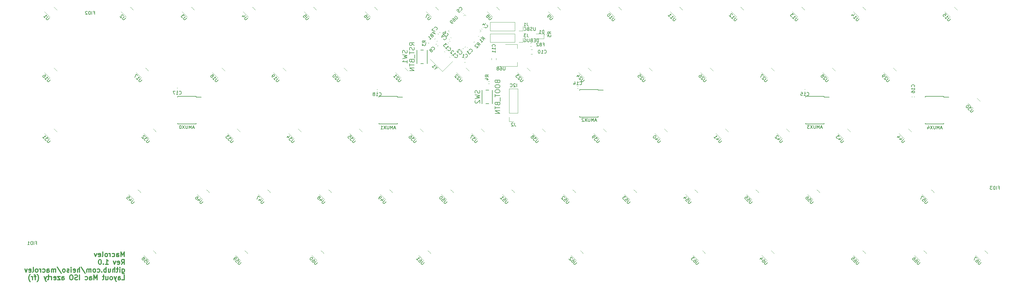
<source format=gbr>
%TF.GenerationSoftware,KiCad,Pcbnew,7.0.7*%
%TF.CreationDate,2023-11-08T12:28:34+01:00*%
%TF.ProjectId,macrolev,6d616372-6f6c-4657-962e-6b696361645f,1.0*%
%TF.SameCoordinates,Original*%
%TF.FileFunction,Legend,Bot*%
%TF.FilePolarity,Positive*%
%FSLAX46Y46*%
G04 Gerber Fmt 4.6, Leading zero omitted, Abs format (unit mm)*
G04 Created by KiCad (PCBNEW 7.0.7) date 2023-11-08 12:28:34*
%MOMM*%
%LPD*%
G01*
G04 APERTURE LIST*
%ADD10C,0.300000*%
%ADD11C,0.150000*%
%ADD12C,0.120000*%
%ADD13C,0.200000*%
G04 APERTURE END LIST*
D10*
X62555489Y-116555828D02*
X62555489Y-115055828D01*
X62555489Y-115055828D02*
X62055489Y-116127257D01*
X62055489Y-116127257D02*
X61555489Y-115055828D01*
X61555489Y-115055828D02*
X61555489Y-116555828D01*
X60198346Y-116555828D02*
X60198346Y-115770114D01*
X60198346Y-115770114D02*
X60269774Y-115627257D01*
X60269774Y-115627257D02*
X60412631Y-115555828D01*
X60412631Y-115555828D02*
X60698346Y-115555828D01*
X60698346Y-115555828D02*
X60841203Y-115627257D01*
X60198346Y-116484400D02*
X60341203Y-116555828D01*
X60341203Y-116555828D02*
X60698346Y-116555828D01*
X60698346Y-116555828D02*
X60841203Y-116484400D01*
X60841203Y-116484400D02*
X60912631Y-116341542D01*
X60912631Y-116341542D02*
X60912631Y-116198685D01*
X60912631Y-116198685D02*
X60841203Y-116055828D01*
X60841203Y-116055828D02*
X60698346Y-115984400D01*
X60698346Y-115984400D02*
X60341203Y-115984400D01*
X60341203Y-115984400D02*
X60198346Y-115912971D01*
X58841203Y-116484400D02*
X58984060Y-116555828D01*
X58984060Y-116555828D02*
X59269774Y-116555828D01*
X59269774Y-116555828D02*
X59412631Y-116484400D01*
X59412631Y-116484400D02*
X59484060Y-116412971D01*
X59484060Y-116412971D02*
X59555488Y-116270114D01*
X59555488Y-116270114D02*
X59555488Y-115841542D01*
X59555488Y-115841542D02*
X59484060Y-115698685D01*
X59484060Y-115698685D02*
X59412631Y-115627257D01*
X59412631Y-115627257D02*
X59269774Y-115555828D01*
X59269774Y-115555828D02*
X58984060Y-115555828D01*
X58984060Y-115555828D02*
X58841203Y-115627257D01*
X58198346Y-116555828D02*
X58198346Y-115555828D01*
X58198346Y-115841542D02*
X58126917Y-115698685D01*
X58126917Y-115698685D02*
X58055489Y-115627257D01*
X58055489Y-115627257D02*
X57912631Y-115555828D01*
X57912631Y-115555828D02*
X57769774Y-115555828D01*
X57055489Y-116555828D02*
X57198346Y-116484400D01*
X57198346Y-116484400D02*
X57269775Y-116412971D01*
X57269775Y-116412971D02*
X57341203Y-116270114D01*
X57341203Y-116270114D02*
X57341203Y-115841542D01*
X57341203Y-115841542D02*
X57269775Y-115698685D01*
X57269775Y-115698685D02*
X57198346Y-115627257D01*
X57198346Y-115627257D02*
X57055489Y-115555828D01*
X57055489Y-115555828D02*
X56841203Y-115555828D01*
X56841203Y-115555828D02*
X56698346Y-115627257D01*
X56698346Y-115627257D02*
X56626918Y-115698685D01*
X56626918Y-115698685D02*
X56555489Y-115841542D01*
X56555489Y-115841542D02*
X56555489Y-116270114D01*
X56555489Y-116270114D02*
X56626918Y-116412971D01*
X56626918Y-116412971D02*
X56698346Y-116484400D01*
X56698346Y-116484400D02*
X56841203Y-116555828D01*
X56841203Y-116555828D02*
X57055489Y-116555828D01*
X55698346Y-116555828D02*
X55841203Y-116484400D01*
X55841203Y-116484400D02*
X55912632Y-116341542D01*
X55912632Y-116341542D02*
X55912632Y-115055828D01*
X54555489Y-116484400D02*
X54698346Y-116555828D01*
X54698346Y-116555828D02*
X54984061Y-116555828D01*
X54984061Y-116555828D02*
X55126918Y-116484400D01*
X55126918Y-116484400D02*
X55198346Y-116341542D01*
X55198346Y-116341542D02*
X55198346Y-115770114D01*
X55198346Y-115770114D02*
X55126918Y-115627257D01*
X55126918Y-115627257D02*
X54984061Y-115555828D01*
X54984061Y-115555828D02*
X54698346Y-115555828D01*
X54698346Y-115555828D02*
X54555489Y-115627257D01*
X54555489Y-115627257D02*
X54484061Y-115770114D01*
X54484061Y-115770114D02*
X54484061Y-115912971D01*
X54484061Y-115912971D02*
X55198346Y-116055828D01*
X53984061Y-115555828D02*
X53626918Y-116555828D01*
X53626918Y-116555828D02*
X53269775Y-115555828D01*
X61698346Y-118970828D02*
X62198346Y-118256542D01*
X62555489Y-118970828D02*
X62555489Y-117470828D01*
X62555489Y-117470828D02*
X61984060Y-117470828D01*
X61984060Y-117470828D02*
X61841203Y-117542257D01*
X61841203Y-117542257D02*
X61769774Y-117613685D01*
X61769774Y-117613685D02*
X61698346Y-117756542D01*
X61698346Y-117756542D02*
X61698346Y-117970828D01*
X61698346Y-117970828D02*
X61769774Y-118113685D01*
X61769774Y-118113685D02*
X61841203Y-118185114D01*
X61841203Y-118185114D02*
X61984060Y-118256542D01*
X61984060Y-118256542D02*
X62555489Y-118256542D01*
X60484060Y-118899400D02*
X60626917Y-118970828D01*
X60626917Y-118970828D02*
X60912632Y-118970828D01*
X60912632Y-118970828D02*
X61055489Y-118899400D01*
X61055489Y-118899400D02*
X61126917Y-118756542D01*
X61126917Y-118756542D02*
X61126917Y-118185114D01*
X61126917Y-118185114D02*
X61055489Y-118042257D01*
X61055489Y-118042257D02*
X60912632Y-117970828D01*
X60912632Y-117970828D02*
X60626917Y-117970828D01*
X60626917Y-117970828D02*
X60484060Y-118042257D01*
X60484060Y-118042257D02*
X60412632Y-118185114D01*
X60412632Y-118185114D02*
X60412632Y-118327971D01*
X60412632Y-118327971D02*
X61126917Y-118470828D01*
X59912632Y-117970828D02*
X59555489Y-118970828D01*
X59555489Y-118970828D02*
X59198346Y-117970828D01*
X56698346Y-118970828D02*
X57555489Y-118970828D01*
X57126918Y-118970828D02*
X57126918Y-117470828D01*
X57126918Y-117470828D02*
X57269775Y-117685114D01*
X57269775Y-117685114D02*
X57412632Y-117827971D01*
X57412632Y-117827971D02*
X57555489Y-117899400D01*
X56055490Y-118827971D02*
X55984061Y-118899400D01*
X55984061Y-118899400D02*
X56055490Y-118970828D01*
X56055490Y-118970828D02*
X56126918Y-118899400D01*
X56126918Y-118899400D02*
X56055490Y-118827971D01*
X56055490Y-118827971D02*
X56055490Y-118970828D01*
X55055489Y-117470828D02*
X54912632Y-117470828D01*
X54912632Y-117470828D02*
X54769775Y-117542257D01*
X54769775Y-117542257D02*
X54698347Y-117613685D01*
X54698347Y-117613685D02*
X54626918Y-117756542D01*
X54626918Y-117756542D02*
X54555489Y-118042257D01*
X54555489Y-118042257D02*
X54555489Y-118399400D01*
X54555489Y-118399400D02*
X54626918Y-118685114D01*
X54626918Y-118685114D02*
X54698347Y-118827971D01*
X54698347Y-118827971D02*
X54769775Y-118899400D01*
X54769775Y-118899400D02*
X54912632Y-118970828D01*
X54912632Y-118970828D02*
X55055489Y-118970828D01*
X55055489Y-118970828D02*
X55198347Y-118899400D01*
X55198347Y-118899400D02*
X55269775Y-118827971D01*
X55269775Y-118827971D02*
X55341204Y-118685114D01*
X55341204Y-118685114D02*
X55412632Y-118399400D01*
X55412632Y-118399400D02*
X55412632Y-118042257D01*
X55412632Y-118042257D02*
X55341204Y-117756542D01*
X55341204Y-117756542D02*
X55269775Y-117613685D01*
X55269775Y-117613685D02*
X55198347Y-117542257D01*
X55198347Y-117542257D02*
X55055489Y-117470828D01*
X61912632Y-120385828D02*
X61912632Y-121600114D01*
X61912632Y-121600114D02*
X61984060Y-121742971D01*
X61984060Y-121742971D02*
X62055489Y-121814400D01*
X62055489Y-121814400D02*
X62198346Y-121885828D01*
X62198346Y-121885828D02*
X62412632Y-121885828D01*
X62412632Y-121885828D02*
X62555489Y-121814400D01*
X61912632Y-121314400D02*
X62055489Y-121385828D01*
X62055489Y-121385828D02*
X62341203Y-121385828D01*
X62341203Y-121385828D02*
X62484060Y-121314400D01*
X62484060Y-121314400D02*
X62555489Y-121242971D01*
X62555489Y-121242971D02*
X62626917Y-121100114D01*
X62626917Y-121100114D02*
X62626917Y-120671542D01*
X62626917Y-120671542D02*
X62555489Y-120528685D01*
X62555489Y-120528685D02*
X62484060Y-120457257D01*
X62484060Y-120457257D02*
X62341203Y-120385828D01*
X62341203Y-120385828D02*
X62055489Y-120385828D01*
X62055489Y-120385828D02*
X61912632Y-120457257D01*
X61198346Y-121385828D02*
X61198346Y-120385828D01*
X61198346Y-119885828D02*
X61269774Y-119957257D01*
X61269774Y-119957257D02*
X61198346Y-120028685D01*
X61198346Y-120028685D02*
X61126917Y-119957257D01*
X61126917Y-119957257D02*
X61198346Y-119885828D01*
X61198346Y-119885828D02*
X61198346Y-120028685D01*
X60698345Y-120385828D02*
X60126917Y-120385828D01*
X60484060Y-119885828D02*
X60484060Y-121171542D01*
X60484060Y-121171542D02*
X60412631Y-121314400D01*
X60412631Y-121314400D02*
X60269774Y-121385828D01*
X60269774Y-121385828D02*
X60126917Y-121385828D01*
X59626917Y-121385828D02*
X59626917Y-119885828D01*
X58984060Y-121385828D02*
X58984060Y-120600114D01*
X58984060Y-120600114D02*
X59055488Y-120457257D01*
X59055488Y-120457257D02*
X59198345Y-120385828D01*
X59198345Y-120385828D02*
X59412631Y-120385828D01*
X59412631Y-120385828D02*
X59555488Y-120457257D01*
X59555488Y-120457257D02*
X59626917Y-120528685D01*
X57626917Y-120385828D02*
X57626917Y-121385828D01*
X58269774Y-120385828D02*
X58269774Y-121171542D01*
X58269774Y-121171542D02*
X58198345Y-121314400D01*
X58198345Y-121314400D02*
X58055488Y-121385828D01*
X58055488Y-121385828D02*
X57841202Y-121385828D01*
X57841202Y-121385828D02*
X57698345Y-121314400D01*
X57698345Y-121314400D02*
X57626917Y-121242971D01*
X56912631Y-121385828D02*
X56912631Y-119885828D01*
X56912631Y-120457257D02*
X56769774Y-120385828D01*
X56769774Y-120385828D02*
X56484059Y-120385828D01*
X56484059Y-120385828D02*
X56341202Y-120457257D01*
X56341202Y-120457257D02*
X56269774Y-120528685D01*
X56269774Y-120528685D02*
X56198345Y-120671542D01*
X56198345Y-120671542D02*
X56198345Y-121100114D01*
X56198345Y-121100114D02*
X56269774Y-121242971D01*
X56269774Y-121242971D02*
X56341202Y-121314400D01*
X56341202Y-121314400D02*
X56484059Y-121385828D01*
X56484059Y-121385828D02*
X56769774Y-121385828D01*
X56769774Y-121385828D02*
X56912631Y-121314400D01*
X55555488Y-121242971D02*
X55484059Y-121314400D01*
X55484059Y-121314400D02*
X55555488Y-121385828D01*
X55555488Y-121385828D02*
X55626916Y-121314400D01*
X55626916Y-121314400D02*
X55555488Y-121242971D01*
X55555488Y-121242971D02*
X55555488Y-121385828D01*
X54198345Y-121314400D02*
X54341202Y-121385828D01*
X54341202Y-121385828D02*
X54626916Y-121385828D01*
X54626916Y-121385828D02*
X54769773Y-121314400D01*
X54769773Y-121314400D02*
X54841202Y-121242971D01*
X54841202Y-121242971D02*
X54912630Y-121100114D01*
X54912630Y-121100114D02*
X54912630Y-120671542D01*
X54912630Y-120671542D02*
X54841202Y-120528685D01*
X54841202Y-120528685D02*
X54769773Y-120457257D01*
X54769773Y-120457257D02*
X54626916Y-120385828D01*
X54626916Y-120385828D02*
X54341202Y-120385828D01*
X54341202Y-120385828D02*
X54198345Y-120457257D01*
X53341202Y-121385828D02*
X53484059Y-121314400D01*
X53484059Y-121314400D02*
X53555488Y-121242971D01*
X53555488Y-121242971D02*
X53626916Y-121100114D01*
X53626916Y-121100114D02*
X53626916Y-120671542D01*
X53626916Y-120671542D02*
X53555488Y-120528685D01*
X53555488Y-120528685D02*
X53484059Y-120457257D01*
X53484059Y-120457257D02*
X53341202Y-120385828D01*
X53341202Y-120385828D02*
X53126916Y-120385828D01*
X53126916Y-120385828D02*
X52984059Y-120457257D01*
X52984059Y-120457257D02*
X52912631Y-120528685D01*
X52912631Y-120528685D02*
X52841202Y-120671542D01*
X52841202Y-120671542D02*
X52841202Y-121100114D01*
X52841202Y-121100114D02*
X52912631Y-121242971D01*
X52912631Y-121242971D02*
X52984059Y-121314400D01*
X52984059Y-121314400D02*
X53126916Y-121385828D01*
X53126916Y-121385828D02*
X53341202Y-121385828D01*
X52198345Y-121385828D02*
X52198345Y-120385828D01*
X52198345Y-120528685D02*
X52126916Y-120457257D01*
X52126916Y-120457257D02*
X51984059Y-120385828D01*
X51984059Y-120385828D02*
X51769773Y-120385828D01*
X51769773Y-120385828D02*
X51626916Y-120457257D01*
X51626916Y-120457257D02*
X51555488Y-120600114D01*
X51555488Y-120600114D02*
X51555488Y-121385828D01*
X51555488Y-120600114D02*
X51484059Y-120457257D01*
X51484059Y-120457257D02*
X51341202Y-120385828D01*
X51341202Y-120385828D02*
X51126916Y-120385828D01*
X51126916Y-120385828D02*
X50984059Y-120457257D01*
X50984059Y-120457257D02*
X50912630Y-120600114D01*
X50912630Y-120600114D02*
X50912630Y-121385828D01*
X49126916Y-119814400D02*
X50412630Y-121742971D01*
X48626916Y-121385828D02*
X48626916Y-119885828D01*
X47984059Y-121385828D02*
X47984059Y-120600114D01*
X47984059Y-120600114D02*
X48055487Y-120457257D01*
X48055487Y-120457257D02*
X48198344Y-120385828D01*
X48198344Y-120385828D02*
X48412630Y-120385828D01*
X48412630Y-120385828D02*
X48555487Y-120457257D01*
X48555487Y-120457257D02*
X48626916Y-120528685D01*
X46698344Y-121314400D02*
X46841201Y-121385828D01*
X46841201Y-121385828D02*
X47126916Y-121385828D01*
X47126916Y-121385828D02*
X47269773Y-121314400D01*
X47269773Y-121314400D02*
X47341201Y-121171542D01*
X47341201Y-121171542D02*
X47341201Y-120600114D01*
X47341201Y-120600114D02*
X47269773Y-120457257D01*
X47269773Y-120457257D02*
X47126916Y-120385828D01*
X47126916Y-120385828D02*
X46841201Y-120385828D01*
X46841201Y-120385828D02*
X46698344Y-120457257D01*
X46698344Y-120457257D02*
X46626916Y-120600114D01*
X46626916Y-120600114D02*
X46626916Y-120742971D01*
X46626916Y-120742971D02*
X47341201Y-120885828D01*
X45984059Y-121385828D02*
X45984059Y-120385828D01*
X45984059Y-119885828D02*
X46055487Y-119957257D01*
X46055487Y-119957257D02*
X45984059Y-120028685D01*
X45984059Y-120028685D02*
X45912630Y-119957257D01*
X45912630Y-119957257D02*
X45984059Y-119885828D01*
X45984059Y-119885828D02*
X45984059Y-120028685D01*
X45341201Y-121314400D02*
X45198344Y-121385828D01*
X45198344Y-121385828D02*
X44912630Y-121385828D01*
X44912630Y-121385828D02*
X44769773Y-121314400D01*
X44769773Y-121314400D02*
X44698344Y-121171542D01*
X44698344Y-121171542D02*
X44698344Y-121100114D01*
X44698344Y-121100114D02*
X44769773Y-120957257D01*
X44769773Y-120957257D02*
X44912630Y-120885828D01*
X44912630Y-120885828D02*
X45126916Y-120885828D01*
X45126916Y-120885828D02*
X45269773Y-120814400D01*
X45269773Y-120814400D02*
X45341201Y-120671542D01*
X45341201Y-120671542D02*
X45341201Y-120600114D01*
X45341201Y-120600114D02*
X45269773Y-120457257D01*
X45269773Y-120457257D02*
X45126916Y-120385828D01*
X45126916Y-120385828D02*
X44912630Y-120385828D01*
X44912630Y-120385828D02*
X44769773Y-120457257D01*
X43841201Y-121385828D02*
X43984058Y-121314400D01*
X43984058Y-121314400D02*
X44055487Y-121242971D01*
X44055487Y-121242971D02*
X44126915Y-121100114D01*
X44126915Y-121100114D02*
X44126915Y-120671542D01*
X44126915Y-120671542D02*
X44055487Y-120528685D01*
X44055487Y-120528685D02*
X43984058Y-120457257D01*
X43984058Y-120457257D02*
X43841201Y-120385828D01*
X43841201Y-120385828D02*
X43626915Y-120385828D01*
X43626915Y-120385828D02*
X43484058Y-120457257D01*
X43484058Y-120457257D02*
X43412630Y-120528685D01*
X43412630Y-120528685D02*
X43341201Y-120671542D01*
X43341201Y-120671542D02*
X43341201Y-121100114D01*
X43341201Y-121100114D02*
X43412630Y-121242971D01*
X43412630Y-121242971D02*
X43484058Y-121314400D01*
X43484058Y-121314400D02*
X43626915Y-121385828D01*
X43626915Y-121385828D02*
X43841201Y-121385828D01*
X41626915Y-119814400D02*
X42912629Y-121742971D01*
X41126915Y-121385828D02*
X41126915Y-120385828D01*
X41126915Y-120528685D02*
X41055486Y-120457257D01*
X41055486Y-120457257D02*
X40912629Y-120385828D01*
X40912629Y-120385828D02*
X40698343Y-120385828D01*
X40698343Y-120385828D02*
X40555486Y-120457257D01*
X40555486Y-120457257D02*
X40484058Y-120600114D01*
X40484058Y-120600114D02*
X40484058Y-121385828D01*
X40484058Y-120600114D02*
X40412629Y-120457257D01*
X40412629Y-120457257D02*
X40269772Y-120385828D01*
X40269772Y-120385828D02*
X40055486Y-120385828D01*
X40055486Y-120385828D02*
X39912629Y-120457257D01*
X39912629Y-120457257D02*
X39841200Y-120600114D01*
X39841200Y-120600114D02*
X39841200Y-121385828D01*
X38484058Y-121385828D02*
X38484058Y-120600114D01*
X38484058Y-120600114D02*
X38555486Y-120457257D01*
X38555486Y-120457257D02*
X38698343Y-120385828D01*
X38698343Y-120385828D02*
X38984058Y-120385828D01*
X38984058Y-120385828D02*
X39126915Y-120457257D01*
X38484058Y-121314400D02*
X38626915Y-121385828D01*
X38626915Y-121385828D02*
X38984058Y-121385828D01*
X38984058Y-121385828D02*
X39126915Y-121314400D01*
X39126915Y-121314400D02*
X39198343Y-121171542D01*
X39198343Y-121171542D02*
X39198343Y-121028685D01*
X39198343Y-121028685D02*
X39126915Y-120885828D01*
X39126915Y-120885828D02*
X38984058Y-120814400D01*
X38984058Y-120814400D02*
X38626915Y-120814400D01*
X38626915Y-120814400D02*
X38484058Y-120742971D01*
X37126915Y-121314400D02*
X37269772Y-121385828D01*
X37269772Y-121385828D02*
X37555486Y-121385828D01*
X37555486Y-121385828D02*
X37698343Y-121314400D01*
X37698343Y-121314400D02*
X37769772Y-121242971D01*
X37769772Y-121242971D02*
X37841200Y-121100114D01*
X37841200Y-121100114D02*
X37841200Y-120671542D01*
X37841200Y-120671542D02*
X37769772Y-120528685D01*
X37769772Y-120528685D02*
X37698343Y-120457257D01*
X37698343Y-120457257D02*
X37555486Y-120385828D01*
X37555486Y-120385828D02*
X37269772Y-120385828D01*
X37269772Y-120385828D02*
X37126915Y-120457257D01*
X36484058Y-121385828D02*
X36484058Y-120385828D01*
X36484058Y-120671542D02*
X36412629Y-120528685D01*
X36412629Y-120528685D02*
X36341201Y-120457257D01*
X36341201Y-120457257D02*
X36198343Y-120385828D01*
X36198343Y-120385828D02*
X36055486Y-120385828D01*
X35341201Y-121385828D02*
X35484058Y-121314400D01*
X35484058Y-121314400D02*
X35555487Y-121242971D01*
X35555487Y-121242971D02*
X35626915Y-121100114D01*
X35626915Y-121100114D02*
X35626915Y-120671542D01*
X35626915Y-120671542D02*
X35555487Y-120528685D01*
X35555487Y-120528685D02*
X35484058Y-120457257D01*
X35484058Y-120457257D02*
X35341201Y-120385828D01*
X35341201Y-120385828D02*
X35126915Y-120385828D01*
X35126915Y-120385828D02*
X34984058Y-120457257D01*
X34984058Y-120457257D02*
X34912630Y-120528685D01*
X34912630Y-120528685D02*
X34841201Y-120671542D01*
X34841201Y-120671542D02*
X34841201Y-121100114D01*
X34841201Y-121100114D02*
X34912630Y-121242971D01*
X34912630Y-121242971D02*
X34984058Y-121314400D01*
X34984058Y-121314400D02*
X35126915Y-121385828D01*
X35126915Y-121385828D02*
X35341201Y-121385828D01*
X33984058Y-121385828D02*
X34126915Y-121314400D01*
X34126915Y-121314400D02*
X34198344Y-121171542D01*
X34198344Y-121171542D02*
X34198344Y-119885828D01*
X32841201Y-121314400D02*
X32984058Y-121385828D01*
X32984058Y-121385828D02*
X33269773Y-121385828D01*
X33269773Y-121385828D02*
X33412630Y-121314400D01*
X33412630Y-121314400D02*
X33484058Y-121171542D01*
X33484058Y-121171542D02*
X33484058Y-120600114D01*
X33484058Y-120600114D02*
X33412630Y-120457257D01*
X33412630Y-120457257D02*
X33269773Y-120385828D01*
X33269773Y-120385828D02*
X32984058Y-120385828D01*
X32984058Y-120385828D02*
X32841201Y-120457257D01*
X32841201Y-120457257D02*
X32769773Y-120600114D01*
X32769773Y-120600114D02*
X32769773Y-120742971D01*
X32769773Y-120742971D02*
X33484058Y-120885828D01*
X32269773Y-120385828D02*
X31912630Y-121385828D01*
X31912630Y-121385828D02*
X31555487Y-120385828D01*
X61841203Y-123800828D02*
X62555489Y-123800828D01*
X62555489Y-123800828D02*
X62555489Y-122300828D01*
X60698346Y-123800828D02*
X60698346Y-123015114D01*
X60698346Y-123015114D02*
X60769774Y-122872257D01*
X60769774Y-122872257D02*
X60912631Y-122800828D01*
X60912631Y-122800828D02*
X61198346Y-122800828D01*
X61198346Y-122800828D02*
X61341203Y-122872257D01*
X60698346Y-123729400D02*
X60841203Y-123800828D01*
X60841203Y-123800828D02*
X61198346Y-123800828D01*
X61198346Y-123800828D02*
X61341203Y-123729400D01*
X61341203Y-123729400D02*
X61412631Y-123586542D01*
X61412631Y-123586542D02*
X61412631Y-123443685D01*
X61412631Y-123443685D02*
X61341203Y-123300828D01*
X61341203Y-123300828D02*
X61198346Y-123229400D01*
X61198346Y-123229400D02*
X60841203Y-123229400D01*
X60841203Y-123229400D02*
X60698346Y-123157971D01*
X60126917Y-122800828D02*
X59769774Y-123800828D01*
X59412631Y-122800828D02*
X59769774Y-123800828D01*
X59769774Y-123800828D02*
X59912631Y-124157971D01*
X59912631Y-124157971D02*
X59984060Y-124229400D01*
X59984060Y-124229400D02*
X60126917Y-124300828D01*
X58626917Y-123800828D02*
X58769774Y-123729400D01*
X58769774Y-123729400D02*
X58841203Y-123657971D01*
X58841203Y-123657971D02*
X58912631Y-123515114D01*
X58912631Y-123515114D02*
X58912631Y-123086542D01*
X58912631Y-123086542D02*
X58841203Y-122943685D01*
X58841203Y-122943685D02*
X58769774Y-122872257D01*
X58769774Y-122872257D02*
X58626917Y-122800828D01*
X58626917Y-122800828D02*
X58412631Y-122800828D01*
X58412631Y-122800828D02*
X58269774Y-122872257D01*
X58269774Y-122872257D02*
X58198346Y-122943685D01*
X58198346Y-122943685D02*
X58126917Y-123086542D01*
X58126917Y-123086542D02*
X58126917Y-123515114D01*
X58126917Y-123515114D02*
X58198346Y-123657971D01*
X58198346Y-123657971D02*
X58269774Y-123729400D01*
X58269774Y-123729400D02*
X58412631Y-123800828D01*
X58412631Y-123800828D02*
X58626917Y-123800828D01*
X56841203Y-122800828D02*
X56841203Y-123800828D01*
X57484060Y-122800828D02*
X57484060Y-123586542D01*
X57484060Y-123586542D02*
X57412631Y-123729400D01*
X57412631Y-123729400D02*
X57269774Y-123800828D01*
X57269774Y-123800828D02*
X57055488Y-123800828D01*
X57055488Y-123800828D02*
X56912631Y-123729400D01*
X56912631Y-123729400D02*
X56841203Y-123657971D01*
X56341202Y-122800828D02*
X55769774Y-122800828D01*
X56126917Y-122300828D02*
X56126917Y-123586542D01*
X56126917Y-123586542D02*
X56055488Y-123729400D01*
X56055488Y-123729400D02*
X55912631Y-123800828D01*
X55912631Y-123800828D02*
X55769774Y-123800828D01*
X54126917Y-123800828D02*
X54126917Y-122300828D01*
X54126917Y-122300828D02*
X53626917Y-123372257D01*
X53626917Y-123372257D02*
X53126917Y-122300828D01*
X53126917Y-122300828D02*
X53126917Y-123800828D01*
X51769774Y-123800828D02*
X51769774Y-123015114D01*
X51769774Y-123015114D02*
X51841202Y-122872257D01*
X51841202Y-122872257D02*
X51984059Y-122800828D01*
X51984059Y-122800828D02*
X52269774Y-122800828D01*
X52269774Y-122800828D02*
X52412631Y-122872257D01*
X51769774Y-123729400D02*
X51912631Y-123800828D01*
X51912631Y-123800828D02*
X52269774Y-123800828D01*
X52269774Y-123800828D02*
X52412631Y-123729400D01*
X52412631Y-123729400D02*
X52484059Y-123586542D01*
X52484059Y-123586542D02*
X52484059Y-123443685D01*
X52484059Y-123443685D02*
X52412631Y-123300828D01*
X52412631Y-123300828D02*
X52269774Y-123229400D01*
X52269774Y-123229400D02*
X51912631Y-123229400D01*
X51912631Y-123229400D02*
X51769774Y-123157971D01*
X50412631Y-123729400D02*
X50555488Y-123800828D01*
X50555488Y-123800828D02*
X50841202Y-123800828D01*
X50841202Y-123800828D02*
X50984059Y-123729400D01*
X50984059Y-123729400D02*
X51055488Y-123657971D01*
X51055488Y-123657971D02*
X51126916Y-123515114D01*
X51126916Y-123515114D02*
X51126916Y-123086542D01*
X51126916Y-123086542D02*
X51055488Y-122943685D01*
X51055488Y-122943685D02*
X50984059Y-122872257D01*
X50984059Y-122872257D02*
X50841202Y-122800828D01*
X50841202Y-122800828D02*
X50555488Y-122800828D01*
X50555488Y-122800828D02*
X50412631Y-122872257D01*
X48626917Y-123800828D02*
X48626917Y-122300828D01*
X47984059Y-123729400D02*
X47769774Y-123800828D01*
X47769774Y-123800828D02*
X47412631Y-123800828D01*
X47412631Y-123800828D02*
X47269774Y-123729400D01*
X47269774Y-123729400D02*
X47198345Y-123657971D01*
X47198345Y-123657971D02*
X47126916Y-123515114D01*
X47126916Y-123515114D02*
X47126916Y-123372257D01*
X47126916Y-123372257D02*
X47198345Y-123229400D01*
X47198345Y-123229400D02*
X47269774Y-123157971D01*
X47269774Y-123157971D02*
X47412631Y-123086542D01*
X47412631Y-123086542D02*
X47698345Y-123015114D01*
X47698345Y-123015114D02*
X47841202Y-122943685D01*
X47841202Y-122943685D02*
X47912631Y-122872257D01*
X47912631Y-122872257D02*
X47984059Y-122729400D01*
X47984059Y-122729400D02*
X47984059Y-122586542D01*
X47984059Y-122586542D02*
X47912631Y-122443685D01*
X47912631Y-122443685D02*
X47841202Y-122372257D01*
X47841202Y-122372257D02*
X47698345Y-122300828D01*
X47698345Y-122300828D02*
X47341202Y-122300828D01*
X47341202Y-122300828D02*
X47126916Y-122372257D01*
X46198345Y-122300828D02*
X45912631Y-122300828D01*
X45912631Y-122300828D02*
X45769774Y-122372257D01*
X45769774Y-122372257D02*
X45626917Y-122515114D01*
X45626917Y-122515114D02*
X45555488Y-122800828D01*
X45555488Y-122800828D02*
X45555488Y-123300828D01*
X45555488Y-123300828D02*
X45626917Y-123586542D01*
X45626917Y-123586542D02*
X45769774Y-123729400D01*
X45769774Y-123729400D02*
X45912631Y-123800828D01*
X45912631Y-123800828D02*
X46198345Y-123800828D01*
X46198345Y-123800828D02*
X46341203Y-123729400D01*
X46341203Y-123729400D02*
X46484060Y-123586542D01*
X46484060Y-123586542D02*
X46555488Y-123300828D01*
X46555488Y-123300828D02*
X46555488Y-122800828D01*
X46555488Y-122800828D02*
X46484060Y-122515114D01*
X46484060Y-122515114D02*
X46341203Y-122372257D01*
X46341203Y-122372257D02*
X46198345Y-122300828D01*
X43126917Y-123800828D02*
X43126917Y-123015114D01*
X43126917Y-123015114D02*
X43198345Y-122872257D01*
X43198345Y-122872257D02*
X43341202Y-122800828D01*
X43341202Y-122800828D02*
X43626917Y-122800828D01*
X43626917Y-122800828D02*
X43769774Y-122872257D01*
X43126917Y-123729400D02*
X43269774Y-123800828D01*
X43269774Y-123800828D02*
X43626917Y-123800828D01*
X43626917Y-123800828D02*
X43769774Y-123729400D01*
X43769774Y-123729400D02*
X43841202Y-123586542D01*
X43841202Y-123586542D02*
X43841202Y-123443685D01*
X43841202Y-123443685D02*
X43769774Y-123300828D01*
X43769774Y-123300828D02*
X43626917Y-123229400D01*
X43626917Y-123229400D02*
X43269774Y-123229400D01*
X43269774Y-123229400D02*
X43126917Y-123157971D01*
X42555488Y-122800828D02*
X41769774Y-122800828D01*
X41769774Y-122800828D02*
X42555488Y-123800828D01*
X42555488Y-123800828D02*
X41769774Y-123800828D01*
X40626916Y-123729400D02*
X40769773Y-123800828D01*
X40769773Y-123800828D02*
X41055488Y-123800828D01*
X41055488Y-123800828D02*
X41198345Y-123729400D01*
X41198345Y-123729400D02*
X41269773Y-123586542D01*
X41269773Y-123586542D02*
X41269773Y-123015114D01*
X41269773Y-123015114D02*
X41198345Y-122872257D01*
X41198345Y-122872257D02*
X41055488Y-122800828D01*
X41055488Y-122800828D02*
X40769773Y-122800828D01*
X40769773Y-122800828D02*
X40626916Y-122872257D01*
X40626916Y-122872257D02*
X40555488Y-123015114D01*
X40555488Y-123015114D02*
X40555488Y-123157971D01*
X40555488Y-123157971D02*
X41269773Y-123300828D01*
X39912631Y-123800828D02*
X39912631Y-122800828D01*
X39912631Y-123086542D02*
X39841202Y-122943685D01*
X39841202Y-122943685D02*
X39769774Y-122872257D01*
X39769774Y-122872257D02*
X39626916Y-122800828D01*
X39626916Y-122800828D02*
X39484059Y-122800828D01*
X39198345Y-122800828D02*
X38626917Y-122800828D01*
X38984060Y-122300828D02*
X38984060Y-123586542D01*
X38984060Y-123586542D02*
X38912631Y-123729400D01*
X38912631Y-123729400D02*
X38769774Y-123800828D01*
X38769774Y-123800828D02*
X38626917Y-123800828D01*
X38269774Y-122800828D02*
X37912631Y-123800828D01*
X37555488Y-122800828D02*
X37912631Y-123800828D01*
X37912631Y-123800828D02*
X38055488Y-124157971D01*
X38055488Y-124157971D02*
X38126917Y-124229400D01*
X38126917Y-124229400D02*
X38269774Y-124300828D01*
X35412631Y-124372257D02*
X35484060Y-124300828D01*
X35484060Y-124300828D02*
X35626917Y-124086542D01*
X35626917Y-124086542D02*
X35698346Y-123943685D01*
X35698346Y-123943685D02*
X35769774Y-123729400D01*
X35769774Y-123729400D02*
X35841203Y-123372257D01*
X35841203Y-123372257D02*
X35841203Y-123086542D01*
X35841203Y-123086542D02*
X35769774Y-122729400D01*
X35769774Y-122729400D02*
X35698346Y-122515114D01*
X35698346Y-122515114D02*
X35626917Y-122372257D01*
X35626917Y-122372257D02*
X35484060Y-122157971D01*
X35484060Y-122157971D02*
X35412631Y-122086542D01*
X35055488Y-122800828D02*
X34484060Y-122800828D01*
X34841203Y-123800828D02*
X34841203Y-122515114D01*
X34841203Y-122515114D02*
X34769774Y-122372257D01*
X34769774Y-122372257D02*
X34626917Y-122300828D01*
X34626917Y-122300828D02*
X34484060Y-122300828D01*
X33984060Y-123800828D02*
X33984060Y-122800828D01*
X33984060Y-123086542D02*
X33912631Y-122943685D01*
X33912631Y-122943685D02*
X33841203Y-122872257D01*
X33841203Y-122872257D02*
X33698345Y-122800828D01*
X33698345Y-122800828D02*
X33555488Y-122800828D01*
X33198346Y-124372257D02*
X33126917Y-124300828D01*
X33126917Y-124300828D02*
X32984060Y-124086542D01*
X32984060Y-124086542D02*
X32912632Y-123943685D01*
X32912632Y-123943685D02*
X32841203Y-123729400D01*
X32841203Y-123729400D02*
X32769774Y-123372257D01*
X32769774Y-123372257D02*
X32769774Y-123086542D01*
X32769774Y-123086542D02*
X32841203Y-122729400D01*
X32841203Y-122729400D02*
X32912632Y-122515114D01*
X32912632Y-122515114D02*
X32984060Y-122372257D01*
X32984060Y-122372257D02*
X33126917Y-122157971D01*
X33126917Y-122157971D02*
X33198346Y-122086542D01*
D11*
X153863910Y-80287020D02*
X153291490Y-80859439D01*
X153291490Y-80859439D02*
X153190475Y-80893111D01*
X153190475Y-80893111D02*
X153123131Y-80893111D01*
X153123131Y-80893111D02*
X153022116Y-80859439D01*
X153022116Y-80859439D02*
X152887429Y-80724752D01*
X152887429Y-80724752D02*
X152853757Y-80623737D01*
X152853757Y-80623737D02*
X152853757Y-80556394D01*
X152853757Y-80556394D02*
X152887429Y-80455378D01*
X152887429Y-80455378D02*
X153459849Y-79882959D01*
X153190475Y-79613585D02*
X152752742Y-79175852D01*
X152752742Y-79175852D02*
X152719070Y-79680928D01*
X152719070Y-79680928D02*
X152618055Y-79579913D01*
X152618055Y-79579913D02*
X152517040Y-79546241D01*
X152517040Y-79546241D02*
X152449696Y-79546241D01*
X152449696Y-79546241D02*
X152348681Y-79579913D01*
X152348681Y-79579913D02*
X152180322Y-79748272D01*
X152180322Y-79748272D02*
X152146651Y-79849287D01*
X152146651Y-79849287D02*
X152146651Y-79916630D01*
X152146651Y-79916630D02*
X152180322Y-80017646D01*
X152180322Y-80017646D02*
X152382353Y-80219676D01*
X152382353Y-80219676D02*
X152483368Y-80253348D01*
X152483368Y-80253348D02*
X152550712Y-80253348D01*
X152146651Y-78569760D02*
X152281338Y-78704447D01*
X152281338Y-78704447D02*
X152315009Y-78805462D01*
X152315009Y-78805462D02*
X152315009Y-78872806D01*
X152315009Y-78872806D02*
X152281338Y-79041165D01*
X152281338Y-79041165D02*
X152180322Y-79209524D01*
X152180322Y-79209524D02*
X151910948Y-79478898D01*
X151910948Y-79478898D02*
X151809933Y-79512569D01*
X151809933Y-79512569D02*
X151742590Y-79512569D01*
X151742590Y-79512569D02*
X151641574Y-79478898D01*
X151641574Y-79478898D02*
X151506887Y-79344211D01*
X151506887Y-79344211D02*
X151473215Y-79243195D01*
X151473215Y-79243195D02*
X151473215Y-79175852D01*
X151473215Y-79175852D02*
X151506887Y-79074837D01*
X151506887Y-79074837D02*
X151675246Y-78906478D01*
X151675246Y-78906478D02*
X151776261Y-78872806D01*
X151776261Y-78872806D02*
X151843605Y-78872806D01*
X151843605Y-78872806D02*
X151944620Y-78906478D01*
X151944620Y-78906478D02*
X152079307Y-79041165D01*
X152079307Y-79041165D02*
X152112979Y-79142180D01*
X152112979Y-79142180D02*
X152112979Y-79209524D01*
X152112979Y-79209524D02*
X152079307Y-79310539D01*
X188333333Y-43354819D02*
X188333333Y-44069104D01*
X188333333Y-44069104D02*
X188380952Y-44211961D01*
X188380952Y-44211961D02*
X188476190Y-44307200D01*
X188476190Y-44307200D02*
X188619047Y-44354819D01*
X188619047Y-44354819D02*
X188714285Y-44354819D01*
X187333333Y-44354819D02*
X187904761Y-44354819D01*
X187619047Y-44354819D02*
X187619047Y-43354819D01*
X187619047Y-43354819D02*
X187714285Y-43497676D01*
X187714285Y-43497676D02*
X187809523Y-43592914D01*
X187809523Y-43592914D02*
X187904761Y-43640533D01*
X190911904Y-44804819D02*
X190911904Y-45614342D01*
X190911904Y-45614342D02*
X190864285Y-45709580D01*
X190864285Y-45709580D02*
X190816666Y-45757200D01*
X190816666Y-45757200D02*
X190721428Y-45804819D01*
X190721428Y-45804819D02*
X190530952Y-45804819D01*
X190530952Y-45804819D02*
X190435714Y-45757200D01*
X190435714Y-45757200D02*
X190388095Y-45709580D01*
X190388095Y-45709580D02*
X190340476Y-45614342D01*
X190340476Y-45614342D02*
X190340476Y-44804819D01*
X189911904Y-45757200D02*
X189769047Y-45804819D01*
X189769047Y-45804819D02*
X189530952Y-45804819D01*
X189530952Y-45804819D02*
X189435714Y-45757200D01*
X189435714Y-45757200D02*
X189388095Y-45709580D01*
X189388095Y-45709580D02*
X189340476Y-45614342D01*
X189340476Y-45614342D02*
X189340476Y-45519104D01*
X189340476Y-45519104D02*
X189388095Y-45423866D01*
X189388095Y-45423866D02*
X189435714Y-45376247D01*
X189435714Y-45376247D02*
X189530952Y-45328628D01*
X189530952Y-45328628D02*
X189721428Y-45281009D01*
X189721428Y-45281009D02*
X189816666Y-45233390D01*
X189816666Y-45233390D02*
X189864285Y-45185771D01*
X189864285Y-45185771D02*
X189911904Y-45090533D01*
X189911904Y-45090533D02*
X189911904Y-44995295D01*
X189911904Y-44995295D02*
X189864285Y-44900057D01*
X189864285Y-44900057D02*
X189816666Y-44852438D01*
X189816666Y-44852438D02*
X189721428Y-44804819D01*
X189721428Y-44804819D02*
X189483333Y-44804819D01*
X189483333Y-44804819D02*
X189340476Y-44852438D01*
X188578571Y-45281009D02*
X188435714Y-45328628D01*
X188435714Y-45328628D02*
X188388095Y-45376247D01*
X188388095Y-45376247D02*
X188340476Y-45471485D01*
X188340476Y-45471485D02*
X188340476Y-45614342D01*
X188340476Y-45614342D02*
X188388095Y-45709580D01*
X188388095Y-45709580D02*
X188435714Y-45757200D01*
X188435714Y-45757200D02*
X188530952Y-45804819D01*
X188530952Y-45804819D02*
X188911904Y-45804819D01*
X188911904Y-45804819D02*
X188911904Y-44804819D01*
X188911904Y-44804819D02*
X188578571Y-44804819D01*
X188578571Y-44804819D02*
X188483333Y-44852438D01*
X188483333Y-44852438D02*
X188435714Y-44900057D01*
X188435714Y-44900057D02*
X188388095Y-44995295D01*
X188388095Y-44995295D02*
X188388095Y-45090533D01*
X188388095Y-45090533D02*
X188435714Y-45185771D01*
X188435714Y-45185771D02*
X188483333Y-45233390D01*
X188483333Y-45233390D02*
X188578571Y-45281009D01*
X188578571Y-45281009D02*
X188911904Y-45281009D01*
X187340476Y-45709580D02*
X187388095Y-45757200D01*
X187388095Y-45757200D02*
X187530952Y-45804819D01*
X187530952Y-45804819D02*
X187626190Y-45804819D01*
X187626190Y-45804819D02*
X187769047Y-45757200D01*
X187769047Y-45757200D02*
X187864285Y-45661961D01*
X187864285Y-45661961D02*
X187911904Y-45566723D01*
X187911904Y-45566723D02*
X187959523Y-45376247D01*
X187959523Y-45376247D02*
X187959523Y-45233390D01*
X187959523Y-45233390D02*
X187911904Y-45042914D01*
X187911904Y-45042914D02*
X187864285Y-44947676D01*
X187864285Y-44947676D02*
X187769047Y-44852438D01*
X187769047Y-44852438D02*
X187626190Y-44804819D01*
X187626190Y-44804819D02*
X187530952Y-44804819D01*
X187530952Y-44804819D02*
X187388095Y-44852438D01*
X187388095Y-44852438D02*
X187340476Y-44900057D01*
X309159580Y-63407142D02*
X309207200Y-63359523D01*
X309207200Y-63359523D02*
X309254819Y-63216666D01*
X309254819Y-63216666D02*
X309254819Y-63121428D01*
X309254819Y-63121428D02*
X309207200Y-62978571D01*
X309207200Y-62978571D02*
X309111961Y-62883333D01*
X309111961Y-62883333D02*
X309016723Y-62835714D01*
X309016723Y-62835714D02*
X308826247Y-62788095D01*
X308826247Y-62788095D02*
X308683390Y-62788095D01*
X308683390Y-62788095D02*
X308492914Y-62835714D01*
X308492914Y-62835714D02*
X308397676Y-62883333D01*
X308397676Y-62883333D02*
X308302438Y-62978571D01*
X308302438Y-62978571D02*
X308254819Y-63121428D01*
X308254819Y-63121428D02*
X308254819Y-63216666D01*
X308254819Y-63216666D02*
X308302438Y-63359523D01*
X308302438Y-63359523D02*
X308350057Y-63407142D01*
X309254819Y-64359523D02*
X309254819Y-63788095D01*
X309254819Y-64073809D02*
X308254819Y-64073809D01*
X308254819Y-64073809D02*
X308397676Y-63978571D01*
X308397676Y-63978571D02*
X308492914Y-63883333D01*
X308492914Y-63883333D02*
X308540533Y-63788095D01*
X308254819Y-65216666D02*
X308254819Y-65026190D01*
X308254819Y-65026190D02*
X308302438Y-64930952D01*
X308302438Y-64930952D02*
X308350057Y-64883333D01*
X308350057Y-64883333D02*
X308492914Y-64788095D01*
X308492914Y-64788095D02*
X308683390Y-64740476D01*
X308683390Y-64740476D02*
X309064342Y-64740476D01*
X309064342Y-64740476D02*
X309159580Y-64788095D01*
X309159580Y-64788095D02*
X309207200Y-64835714D01*
X309207200Y-64835714D02*
X309254819Y-64930952D01*
X309254819Y-64930952D02*
X309254819Y-65121428D01*
X309254819Y-65121428D02*
X309207200Y-65216666D01*
X309207200Y-65216666D02*
X309159580Y-65264285D01*
X309159580Y-65264285D02*
X309064342Y-65311904D01*
X309064342Y-65311904D02*
X308826247Y-65311904D01*
X308826247Y-65311904D02*
X308731009Y-65264285D01*
X308731009Y-65264285D02*
X308683390Y-65216666D01*
X308683390Y-65216666D02*
X308635771Y-65121428D01*
X308635771Y-65121428D02*
X308635771Y-64930952D01*
X308635771Y-64930952D02*
X308683390Y-64835714D01*
X308683390Y-64835714D02*
X308731009Y-64788095D01*
X308731009Y-64788095D02*
X308826247Y-64740476D01*
X203870160Y-118387020D02*
X203297740Y-118959439D01*
X203297740Y-118959439D02*
X203196725Y-118993111D01*
X203196725Y-118993111D02*
X203129381Y-118993111D01*
X203129381Y-118993111D02*
X203028366Y-118959439D01*
X203028366Y-118959439D02*
X202893679Y-118824752D01*
X202893679Y-118824752D02*
X202860007Y-118723737D01*
X202860007Y-118723737D02*
X202860007Y-118656394D01*
X202860007Y-118656394D02*
X202893679Y-118555378D01*
X202893679Y-118555378D02*
X203466099Y-117982959D01*
X202826336Y-117343195D02*
X202961023Y-117477882D01*
X202961023Y-117477882D02*
X202994694Y-117578898D01*
X202994694Y-117578898D02*
X202994694Y-117646241D01*
X202994694Y-117646241D02*
X202961023Y-117814600D01*
X202961023Y-117814600D02*
X202860007Y-117982959D01*
X202860007Y-117982959D02*
X202590633Y-118252333D01*
X202590633Y-118252333D02*
X202489618Y-118286004D01*
X202489618Y-118286004D02*
X202422275Y-118286004D01*
X202422275Y-118286004D02*
X202321259Y-118252333D01*
X202321259Y-118252333D02*
X202186572Y-118117646D01*
X202186572Y-118117646D02*
X202152901Y-118016630D01*
X202152901Y-118016630D02*
X202152901Y-117949287D01*
X202152901Y-117949287D02*
X202186572Y-117848272D01*
X202186572Y-117848272D02*
X202354931Y-117679913D01*
X202354931Y-117679913D02*
X202455946Y-117646241D01*
X202455946Y-117646241D02*
X202523290Y-117646241D01*
X202523290Y-117646241D02*
X202624305Y-117679913D01*
X202624305Y-117679913D02*
X202758992Y-117814600D01*
X202758992Y-117814600D02*
X202792664Y-117915615D01*
X202792664Y-117915615D02*
X202792664Y-117982959D01*
X202792664Y-117982959D02*
X202758992Y-118083974D01*
X202422275Y-117073821D02*
X202422275Y-117006478D01*
X202422275Y-117006478D02*
X202388603Y-116905462D01*
X202388603Y-116905462D02*
X202220244Y-116737104D01*
X202220244Y-116737104D02*
X202119229Y-116703432D01*
X202119229Y-116703432D02*
X202051885Y-116703432D01*
X202051885Y-116703432D02*
X201950870Y-116737104D01*
X201950870Y-116737104D02*
X201883527Y-116804447D01*
X201883527Y-116804447D02*
X201816183Y-116939134D01*
X201816183Y-116939134D02*
X201816183Y-117747256D01*
X201816183Y-117747256D02*
X201378450Y-117309524D01*
X268163910Y-80287020D02*
X267591490Y-80859439D01*
X267591490Y-80859439D02*
X267490475Y-80893111D01*
X267490475Y-80893111D02*
X267423131Y-80893111D01*
X267423131Y-80893111D02*
X267322116Y-80859439D01*
X267322116Y-80859439D02*
X267187429Y-80724752D01*
X267187429Y-80724752D02*
X267153757Y-80623737D01*
X267153757Y-80623737D02*
X267153757Y-80556394D01*
X267153757Y-80556394D02*
X267187429Y-80455378D01*
X267187429Y-80455378D02*
X267759849Y-79882959D01*
X266884383Y-79478898D02*
X266412979Y-79950302D01*
X267322116Y-79377882D02*
X266985399Y-80051317D01*
X266985399Y-80051317D02*
X266547666Y-79613585D01*
X266716025Y-78973821D02*
X266716025Y-78906478D01*
X266716025Y-78906478D02*
X266682353Y-78805462D01*
X266682353Y-78805462D02*
X266513994Y-78637104D01*
X266513994Y-78637104D02*
X266412979Y-78603432D01*
X266412979Y-78603432D02*
X266345635Y-78603432D01*
X266345635Y-78603432D02*
X266244620Y-78637104D01*
X266244620Y-78637104D02*
X266177277Y-78704447D01*
X266177277Y-78704447D02*
X266109933Y-78839134D01*
X266109933Y-78839134D02*
X266109933Y-79647256D01*
X266109933Y-79647256D02*
X265672200Y-79209524D01*
X125288910Y-99337020D02*
X124716490Y-99909439D01*
X124716490Y-99909439D02*
X124615475Y-99943111D01*
X124615475Y-99943111D02*
X124548131Y-99943111D01*
X124548131Y-99943111D02*
X124447116Y-99909439D01*
X124447116Y-99909439D02*
X124312429Y-99774752D01*
X124312429Y-99774752D02*
X124278757Y-99673737D01*
X124278757Y-99673737D02*
X124278757Y-99606394D01*
X124278757Y-99606394D02*
X124312429Y-99505378D01*
X124312429Y-99505378D02*
X124884849Y-98932959D01*
X124009383Y-98528898D02*
X123537979Y-99000302D01*
X124447116Y-98427882D02*
X124110399Y-99101317D01*
X124110399Y-99101317D02*
X123672666Y-98663585D01*
X123470635Y-98124837D02*
X123571651Y-98158508D01*
X123571651Y-98158508D02*
X123638994Y-98158508D01*
X123638994Y-98158508D02*
X123740009Y-98124837D01*
X123740009Y-98124837D02*
X123773681Y-98091165D01*
X123773681Y-98091165D02*
X123807353Y-97990149D01*
X123807353Y-97990149D02*
X123807353Y-97922806D01*
X123807353Y-97922806D02*
X123773681Y-97821791D01*
X123773681Y-97821791D02*
X123638994Y-97687104D01*
X123638994Y-97687104D02*
X123537979Y-97653432D01*
X123537979Y-97653432D02*
X123470635Y-97653432D01*
X123470635Y-97653432D02*
X123369620Y-97687104D01*
X123369620Y-97687104D02*
X123335948Y-97720775D01*
X123335948Y-97720775D02*
X123302277Y-97821791D01*
X123302277Y-97821791D02*
X123302277Y-97889134D01*
X123302277Y-97889134D02*
X123335948Y-97990149D01*
X123335948Y-97990149D02*
X123470635Y-98124837D01*
X123470635Y-98124837D02*
X123504307Y-98225852D01*
X123504307Y-98225852D02*
X123504307Y-98293195D01*
X123504307Y-98293195D02*
X123470635Y-98394211D01*
X123470635Y-98394211D02*
X123335948Y-98528898D01*
X123335948Y-98528898D02*
X123234933Y-98562569D01*
X123234933Y-98562569D02*
X123167590Y-98562569D01*
X123167590Y-98562569D02*
X123066574Y-98528898D01*
X123066574Y-98528898D02*
X122931887Y-98394211D01*
X122931887Y-98394211D02*
X122898215Y-98293195D01*
X122898215Y-98293195D02*
X122898215Y-98225852D01*
X122898215Y-98225852D02*
X122931887Y-98124837D01*
X122931887Y-98124837D02*
X123066574Y-97990149D01*
X123066574Y-97990149D02*
X123167590Y-97956478D01*
X123167590Y-97956478D02*
X123234933Y-97956478D01*
X123234933Y-97956478D02*
X123335948Y-97990149D01*
X65757660Y-99337020D02*
X65185240Y-99909439D01*
X65185240Y-99909439D02*
X65084225Y-99943111D01*
X65084225Y-99943111D02*
X65016881Y-99943111D01*
X65016881Y-99943111D02*
X64915866Y-99909439D01*
X64915866Y-99909439D02*
X64781179Y-99774752D01*
X64781179Y-99774752D02*
X64747507Y-99673737D01*
X64747507Y-99673737D02*
X64747507Y-99606394D01*
X64747507Y-99606394D02*
X64781179Y-99505378D01*
X64781179Y-99505378D02*
X65353599Y-98932959D01*
X64478133Y-98528898D02*
X64006729Y-99000302D01*
X64915866Y-98427882D02*
X64579149Y-99101317D01*
X64579149Y-99101317D02*
X64141416Y-98663585D01*
X64006729Y-97586088D02*
X64343446Y-97922806D01*
X64343446Y-97922806D02*
X64040401Y-98293195D01*
X64040401Y-98293195D02*
X64040401Y-98225852D01*
X64040401Y-98225852D02*
X64006729Y-98124837D01*
X64006729Y-98124837D02*
X63838370Y-97956478D01*
X63838370Y-97956478D02*
X63737355Y-97922806D01*
X63737355Y-97922806D02*
X63670011Y-97922806D01*
X63670011Y-97922806D02*
X63568996Y-97956478D01*
X63568996Y-97956478D02*
X63400637Y-98124837D01*
X63400637Y-98124837D02*
X63366965Y-98225852D01*
X63366965Y-98225852D02*
X63366965Y-98293195D01*
X63366965Y-98293195D02*
X63400637Y-98394211D01*
X63400637Y-98394211D02*
X63568996Y-98562569D01*
X63568996Y-98562569D02*
X63670011Y-98596241D01*
X63670011Y-98596241D02*
X63737355Y-98596241D01*
X169054166Y-54104580D02*
X169101785Y-54152200D01*
X169101785Y-54152200D02*
X169244642Y-54199819D01*
X169244642Y-54199819D02*
X169339880Y-54199819D01*
X169339880Y-54199819D02*
X169482737Y-54152200D01*
X169482737Y-54152200D02*
X169577975Y-54056961D01*
X169577975Y-54056961D02*
X169625594Y-53961723D01*
X169625594Y-53961723D02*
X169673213Y-53771247D01*
X169673213Y-53771247D02*
X169673213Y-53628390D01*
X169673213Y-53628390D02*
X169625594Y-53437914D01*
X169625594Y-53437914D02*
X169577975Y-53342676D01*
X169577975Y-53342676D02*
X169482737Y-53247438D01*
X169482737Y-53247438D02*
X169339880Y-53199819D01*
X169339880Y-53199819D02*
X169244642Y-53199819D01*
X169244642Y-53199819D02*
X169101785Y-53247438D01*
X169101785Y-53247438D02*
X169054166Y-53295057D01*
X168101785Y-54199819D02*
X168673213Y-54199819D01*
X168387499Y-54199819D02*
X168387499Y-53199819D01*
X168387499Y-53199819D02*
X168482737Y-53342676D01*
X168482737Y-53342676D02*
X168577975Y-53437914D01*
X168577975Y-53437914D02*
X168673213Y-53485533D01*
X163388910Y-99337020D02*
X162816490Y-99909439D01*
X162816490Y-99909439D02*
X162715475Y-99943111D01*
X162715475Y-99943111D02*
X162648131Y-99943111D01*
X162648131Y-99943111D02*
X162547116Y-99909439D01*
X162547116Y-99909439D02*
X162412429Y-99774752D01*
X162412429Y-99774752D02*
X162378757Y-99673737D01*
X162378757Y-99673737D02*
X162378757Y-99606394D01*
X162378757Y-99606394D02*
X162412429Y-99505378D01*
X162412429Y-99505378D02*
X162984849Y-98932959D01*
X162311414Y-98259524D02*
X162648131Y-98596241D01*
X162648131Y-98596241D02*
X162345086Y-98966630D01*
X162345086Y-98966630D02*
X162345086Y-98899287D01*
X162345086Y-98899287D02*
X162311414Y-98798272D01*
X162311414Y-98798272D02*
X162143055Y-98629913D01*
X162143055Y-98629913D02*
X162042040Y-98596241D01*
X162042040Y-98596241D02*
X161974696Y-98596241D01*
X161974696Y-98596241D02*
X161873681Y-98629913D01*
X161873681Y-98629913D02*
X161705322Y-98798272D01*
X161705322Y-98798272D02*
X161671651Y-98899287D01*
X161671651Y-98899287D02*
X161671651Y-98966630D01*
X161671651Y-98966630D02*
X161705322Y-99067646D01*
X161705322Y-99067646D02*
X161873681Y-99236004D01*
X161873681Y-99236004D02*
X161974696Y-99269676D01*
X161974696Y-99269676D02*
X162042040Y-99269676D01*
X161840009Y-97788119D02*
X161772666Y-97720775D01*
X161772666Y-97720775D02*
X161671651Y-97687104D01*
X161671651Y-97687104D02*
X161604307Y-97687104D01*
X161604307Y-97687104D02*
X161503292Y-97720775D01*
X161503292Y-97720775D02*
X161334933Y-97821791D01*
X161334933Y-97821791D02*
X161166574Y-97990149D01*
X161166574Y-97990149D02*
X161065559Y-98158508D01*
X161065559Y-98158508D02*
X161031887Y-98259524D01*
X161031887Y-98259524D02*
X161031887Y-98326867D01*
X161031887Y-98326867D02*
X161065559Y-98427882D01*
X161065559Y-98427882D02*
X161132903Y-98495226D01*
X161132903Y-98495226D02*
X161233918Y-98528898D01*
X161233918Y-98528898D02*
X161301261Y-98528898D01*
X161301261Y-98528898D02*
X161402277Y-98495226D01*
X161402277Y-98495226D02*
X161570635Y-98394211D01*
X161570635Y-98394211D02*
X161738994Y-98225852D01*
X161738994Y-98225852D02*
X161840009Y-98057493D01*
X161840009Y-98057493D02*
X161873681Y-97956478D01*
X161873681Y-97956478D02*
X161873681Y-97889134D01*
X161873681Y-97889134D02*
X161840009Y-97788119D01*
X63039693Y-41850302D02*
X62467273Y-42422722D01*
X62467273Y-42422722D02*
X62366258Y-42456394D01*
X62366258Y-42456394D02*
X62298914Y-42456394D01*
X62298914Y-42456394D02*
X62197899Y-42422722D01*
X62197899Y-42422722D02*
X62063212Y-42288035D01*
X62063212Y-42288035D02*
X62029540Y-42187020D01*
X62029540Y-42187020D02*
X62029540Y-42119676D01*
X62029540Y-42119676D02*
X62063212Y-42018661D01*
X62063212Y-42018661D02*
X62635632Y-41446241D01*
X62265242Y-41210539D02*
X62265242Y-41143196D01*
X62265242Y-41143196D02*
X62231571Y-41042180D01*
X62231571Y-41042180D02*
X62063212Y-40873822D01*
X62063212Y-40873822D02*
X61962197Y-40840150D01*
X61962197Y-40840150D02*
X61894853Y-40840150D01*
X61894853Y-40840150D02*
X61793838Y-40873822D01*
X61793838Y-40873822D02*
X61726494Y-40941165D01*
X61726494Y-40941165D02*
X61659151Y-41075852D01*
X61659151Y-41075852D02*
X61659151Y-41883974D01*
X61659151Y-41883974D02*
X61221418Y-41446241D01*
X70520160Y-118387020D02*
X69947740Y-118959439D01*
X69947740Y-118959439D02*
X69846725Y-118993111D01*
X69846725Y-118993111D02*
X69779381Y-118993111D01*
X69779381Y-118993111D02*
X69678366Y-118959439D01*
X69678366Y-118959439D02*
X69543679Y-118824752D01*
X69543679Y-118824752D02*
X69510007Y-118723737D01*
X69510007Y-118723737D02*
X69510007Y-118656394D01*
X69510007Y-118656394D02*
X69543679Y-118555378D01*
X69543679Y-118555378D02*
X70116099Y-117982959D01*
X69442664Y-117309524D02*
X69779381Y-117646241D01*
X69779381Y-117646241D02*
X69476336Y-118016630D01*
X69476336Y-118016630D02*
X69476336Y-117949287D01*
X69476336Y-117949287D02*
X69442664Y-117848272D01*
X69442664Y-117848272D02*
X69274305Y-117679913D01*
X69274305Y-117679913D02*
X69173290Y-117646241D01*
X69173290Y-117646241D02*
X69105946Y-117646241D01*
X69105946Y-117646241D02*
X69004931Y-117679913D01*
X69004931Y-117679913D02*
X68836572Y-117848272D01*
X68836572Y-117848272D02*
X68802901Y-117949287D01*
X68802901Y-117949287D02*
X68802901Y-118016630D01*
X68802901Y-118016630D02*
X68836572Y-118117646D01*
X68836572Y-118117646D02*
X69004931Y-118286004D01*
X69004931Y-118286004D02*
X69105946Y-118319676D01*
X69105946Y-118319676D02*
X69173290Y-118319676D01*
X68701885Y-117174837D02*
X68802901Y-117208508D01*
X68802901Y-117208508D02*
X68870244Y-117208508D01*
X68870244Y-117208508D02*
X68971259Y-117174837D01*
X68971259Y-117174837D02*
X69004931Y-117141165D01*
X69004931Y-117141165D02*
X69038603Y-117040149D01*
X69038603Y-117040149D02*
X69038603Y-116972806D01*
X69038603Y-116972806D02*
X69004931Y-116871791D01*
X69004931Y-116871791D02*
X68870244Y-116737104D01*
X68870244Y-116737104D02*
X68769229Y-116703432D01*
X68769229Y-116703432D02*
X68701885Y-116703432D01*
X68701885Y-116703432D02*
X68600870Y-116737104D01*
X68600870Y-116737104D02*
X68567198Y-116770775D01*
X68567198Y-116770775D02*
X68533527Y-116871791D01*
X68533527Y-116871791D02*
X68533527Y-116939134D01*
X68533527Y-116939134D02*
X68567198Y-117040149D01*
X68567198Y-117040149D02*
X68701885Y-117174837D01*
X68701885Y-117174837D02*
X68735557Y-117275852D01*
X68735557Y-117275852D02*
X68735557Y-117343195D01*
X68735557Y-117343195D02*
X68701885Y-117444211D01*
X68701885Y-117444211D02*
X68567198Y-117578898D01*
X68567198Y-117578898D02*
X68466183Y-117612569D01*
X68466183Y-117612569D02*
X68398840Y-117612569D01*
X68398840Y-117612569D02*
X68297824Y-117578898D01*
X68297824Y-117578898D02*
X68163137Y-117444211D01*
X68163137Y-117444211D02*
X68129465Y-117343195D01*
X68129465Y-117343195D02*
X68129465Y-117275852D01*
X68129465Y-117275852D02*
X68163137Y-117174837D01*
X68163137Y-117174837D02*
X68297824Y-117040149D01*
X68297824Y-117040149D02*
X68398840Y-117006478D01*
X68398840Y-117006478D02*
X68466183Y-117006478D01*
X68466183Y-117006478D02*
X68567198Y-117040149D01*
X301501410Y-61237020D02*
X300928990Y-61809439D01*
X300928990Y-61809439D02*
X300827975Y-61843111D01*
X300827975Y-61843111D02*
X300760631Y-61843111D01*
X300760631Y-61843111D02*
X300659616Y-61809439D01*
X300659616Y-61809439D02*
X300524929Y-61674752D01*
X300524929Y-61674752D02*
X300491257Y-61573737D01*
X300491257Y-61573737D02*
X300491257Y-61506394D01*
X300491257Y-61506394D02*
X300524929Y-61405378D01*
X300524929Y-61405378D02*
X301097349Y-60832959D01*
X300726960Y-60597256D02*
X300726960Y-60529913D01*
X300726960Y-60529913D02*
X300693288Y-60428898D01*
X300693288Y-60428898D02*
X300524929Y-60260539D01*
X300524929Y-60260539D02*
X300423914Y-60226867D01*
X300423914Y-60226867D02*
X300356570Y-60226867D01*
X300356570Y-60226867D02*
X300255555Y-60260539D01*
X300255555Y-60260539D02*
X300188212Y-60327882D01*
X300188212Y-60327882D02*
X300120868Y-60462569D01*
X300120868Y-60462569D02*
X300120868Y-61270691D01*
X300120868Y-61270691D02*
X299683135Y-60832959D01*
X299346418Y-60496241D02*
X299211731Y-60361554D01*
X299211731Y-60361554D02*
X299178059Y-60260539D01*
X299178059Y-60260539D02*
X299178059Y-60193195D01*
X299178059Y-60193195D02*
X299211731Y-60024837D01*
X299211731Y-60024837D02*
X299312746Y-59856478D01*
X299312746Y-59856478D02*
X299582120Y-59587104D01*
X299582120Y-59587104D02*
X299683135Y-59553432D01*
X299683135Y-59553432D02*
X299750479Y-59553432D01*
X299750479Y-59553432D02*
X299851494Y-59587104D01*
X299851494Y-59587104D02*
X299986181Y-59721791D01*
X299986181Y-59721791D02*
X300019853Y-59822806D01*
X300019853Y-59822806D02*
X300019853Y-59890149D01*
X300019853Y-59890149D02*
X299986181Y-59991165D01*
X299986181Y-59991165D02*
X299817822Y-60159524D01*
X299817822Y-60159524D02*
X299716807Y-60193195D01*
X299716807Y-60193195D02*
X299649464Y-60193195D01*
X299649464Y-60193195D02*
X299548448Y-60159524D01*
X299548448Y-60159524D02*
X299413761Y-60024837D01*
X299413761Y-60024837D02*
X299380090Y-59923821D01*
X299380090Y-59923821D02*
X299380090Y-59856478D01*
X299380090Y-59856478D02*
X299413761Y-59755462D01*
X187201410Y-61237020D02*
X186628990Y-61809439D01*
X186628990Y-61809439D02*
X186527975Y-61843111D01*
X186527975Y-61843111D02*
X186460631Y-61843111D01*
X186460631Y-61843111D02*
X186359616Y-61809439D01*
X186359616Y-61809439D02*
X186224929Y-61674752D01*
X186224929Y-61674752D02*
X186191257Y-61573737D01*
X186191257Y-61573737D02*
X186191257Y-61506394D01*
X186191257Y-61506394D02*
X186224929Y-61405378D01*
X186224929Y-61405378D02*
X186797349Y-60832959D01*
X186426960Y-60597256D02*
X186426960Y-60529913D01*
X186426960Y-60529913D02*
X186393288Y-60428898D01*
X186393288Y-60428898D02*
X186224929Y-60260539D01*
X186224929Y-60260539D02*
X186123914Y-60226867D01*
X186123914Y-60226867D02*
X186056570Y-60226867D01*
X186056570Y-60226867D02*
X185955555Y-60260539D01*
X185955555Y-60260539D02*
X185888212Y-60327882D01*
X185888212Y-60327882D02*
X185820868Y-60462569D01*
X185820868Y-60462569D02*
X185820868Y-61270691D01*
X185820868Y-61270691D02*
X185383135Y-60832959D01*
X185854540Y-59890149D02*
X185416807Y-59452417D01*
X185416807Y-59452417D02*
X185383135Y-59957493D01*
X185383135Y-59957493D02*
X185282120Y-59856478D01*
X185282120Y-59856478D02*
X185181105Y-59822806D01*
X185181105Y-59822806D02*
X185113761Y-59822806D01*
X185113761Y-59822806D02*
X185012746Y-59856478D01*
X185012746Y-59856478D02*
X184844387Y-60024837D01*
X184844387Y-60024837D02*
X184810715Y-60125852D01*
X184810715Y-60125852D02*
X184810715Y-60193195D01*
X184810715Y-60193195D02*
X184844387Y-60294211D01*
X184844387Y-60294211D02*
X185046418Y-60496241D01*
X185046418Y-60496241D02*
X185147433Y-60529913D01*
X185147433Y-60529913D02*
X185214777Y-60529913D01*
X99095160Y-118387020D02*
X98522740Y-118959439D01*
X98522740Y-118959439D02*
X98421725Y-118993111D01*
X98421725Y-118993111D02*
X98354381Y-118993111D01*
X98354381Y-118993111D02*
X98253366Y-118959439D01*
X98253366Y-118959439D02*
X98118679Y-118824752D01*
X98118679Y-118824752D02*
X98085007Y-118723737D01*
X98085007Y-118723737D02*
X98085007Y-118656394D01*
X98085007Y-118656394D02*
X98118679Y-118555378D01*
X98118679Y-118555378D02*
X98691099Y-117982959D01*
X98017664Y-117309524D02*
X98354381Y-117646241D01*
X98354381Y-117646241D02*
X98051336Y-118016630D01*
X98051336Y-118016630D02*
X98051336Y-117949287D01*
X98051336Y-117949287D02*
X98017664Y-117848272D01*
X98017664Y-117848272D02*
X97849305Y-117679913D01*
X97849305Y-117679913D02*
X97748290Y-117646241D01*
X97748290Y-117646241D02*
X97680946Y-117646241D01*
X97680946Y-117646241D02*
X97579931Y-117679913D01*
X97579931Y-117679913D02*
X97411572Y-117848272D01*
X97411572Y-117848272D02*
X97377901Y-117949287D01*
X97377901Y-117949287D02*
X97377901Y-118016630D01*
X97377901Y-118016630D02*
X97411572Y-118117646D01*
X97411572Y-118117646D02*
X97579931Y-118286004D01*
X97579931Y-118286004D02*
X97680946Y-118319676D01*
X97680946Y-118319676D02*
X97748290Y-118319676D01*
X96940168Y-117646241D02*
X96805481Y-117511554D01*
X96805481Y-117511554D02*
X96771809Y-117410539D01*
X96771809Y-117410539D02*
X96771809Y-117343195D01*
X96771809Y-117343195D02*
X96805481Y-117174837D01*
X96805481Y-117174837D02*
X96906496Y-117006478D01*
X96906496Y-117006478D02*
X97175870Y-116737104D01*
X97175870Y-116737104D02*
X97276885Y-116703432D01*
X97276885Y-116703432D02*
X97344229Y-116703432D01*
X97344229Y-116703432D02*
X97445244Y-116737104D01*
X97445244Y-116737104D02*
X97579931Y-116871791D01*
X97579931Y-116871791D02*
X97613603Y-116972806D01*
X97613603Y-116972806D02*
X97613603Y-117040149D01*
X97613603Y-117040149D02*
X97579931Y-117141165D01*
X97579931Y-117141165D02*
X97411572Y-117309524D01*
X97411572Y-117309524D02*
X97310557Y-117343195D01*
X97310557Y-117343195D02*
X97243214Y-117343195D01*
X97243214Y-117343195D02*
X97142198Y-117309524D01*
X97142198Y-117309524D02*
X97007511Y-117174837D01*
X97007511Y-117174837D02*
X96973840Y-117073821D01*
X96973840Y-117073821D02*
X96973840Y-117006478D01*
X96973840Y-117006478D02*
X97007511Y-116905462D01*
X168151410Y-61237020D02*
X167578990Y-61809439D01*
X167578990Y-61809439D02*
X167477975Y-61843111D01*
X167477975Y-61843111D02*
X167410631Y-61843111D01*
X167410631Y-61843111D02*
X167309616Y-61809439D01*
X167309616Y-61809439D02*
X167174929Y-61674752D01*
X167174929Y-61674752D02*
X167141257Y-61573737D01*
X167141257Y-61573737D02*
X167141257Y-61506394D01*
X167141257Y-61506394D02*
X167174929Y-61405378D01*
X167174929Y-61405378D02*
X167747349Y-60832959D01*
X167376960Y-60597256D02*
X167376960Y-60529913D01*
X167376960Y-60529913D02*
X167343288Y-60428898D01*
X167343288Y-60428898D02*
X167174929Y-60260539D01*
X167174929Y-60260539D02*
X167073914Y-60226867D01*
X167073914Y-60226867D02*
X167006570Y-60226867D01*
X167006570Y-60226867D02*
X166905555Y-60260539D01*
X166905555Y-60260539D02*
X166838212Y-60327882D01*
X166838212Y-60327882D02*
X166770868Y-60462569D01*
X166770868Y-60462569D02*
X166770868Y-61270691D01*
X166770868Y-61270691D02*
X166333135Y-60832959D01*
X166703525Y-59923821D02*
X166703525Y-59856478D01*
X166703525Y-59856478D02*
X166669853Y-59755462D01*
X166669853Y-59755462D02*
X166501494Y-59587104D01*
X166501494Y-59587104D02*
X166400479Y-59553432D01*
X166400479Y-59553432D02*
X166333135Y-59553432D01*
X166333135Y-59553432D02*
X166232120Y-59587104D01*
X166232120Y-59587104D02*
X166164777Y-59654447D01*
X166164777Y-59654447D02*
X166097433Y-59789134D01*
X166097433Y-59789134D02*
X166097433Y-60597256D01*
X166097433Y-60597256D02*
X165659700Y-60159524D01*
X79742857Y-65669580D02*
X79790476Y-65717200D01*
X79790476Y-65717200D02*
X79933333Y-65764819D01*
X79933333Y-65764819D02*
X80028571Y-65764819D01*
X80028571Y-65764819D02*
X80171428Y-65717200D01*
X80171428Y-65717200D02*
X80266666Y-65621961D01*
X80266666Y-65621961D02*
X80314285Y-65526723D01*
X80314285Y-65526723D02*
X80361904Y-65336247D01*
X80361904Y-65336247D02*
X80361904Y-65193390D01*
X80361904Y-65193390D02*
X80314285Y-65002914D01*
X80314285Y-65002914D02*
X80266666Y-64907676D01*
X80266666Y-64907676D02*
X80171428Y-64812438D01*
X80171428Y-64812438D02*
X80028571Y-64764819D01*
X80028571Y-64764819D02*
X79933333Y-64764819D01*
X79933333Y-64764819D02*
X79790476Y-64812438D01*
X79790476Y-64812438D02*
X79742857Y-64860057D01*
X78790476Y-65764819D02*
X79361904Y-65764819D01*
X79076190Y-65764819D02*
X79076190Y-64764819D01*
X79076190Y-64764819D02*
X79171428Y-64907676D01*
X79171428Y-64907676D02*
X79266666Y-65002914D01*
X79266666Y-65002914D02*
X79361904Y-65050533D01*
X78457142Y-64764819D02*
X77790476Y-64764819D01*
X77790476Y-64764819D02*
X78219047Y-65764819D01*
X91951410Y-61237020D02*
X91378990Y-61809439D01*
X91378990Y-61809439D02*
X91277975Y-61843111D01*
X91277975Y-61843111D02*
X91210631Y-61843111D01*
X91210631Y-61843111D02*
X91109616Y-61809439D01*
X91109616Y-61809439D02*
X90974929Y-61674752D01*
X90974929Y-61674752D02*
X90941257Y-61573737D01*
X90941257Y-61573737D02*
X90941257Y-61506394D01*
X90941257Y-61506394D02*
X90974929Y-61405378D01*
X90974929Y-61405378D02*
X91547349Y-60832959D01*
X90133135Y-60832959D02*
X90537196Y-61237020D01*
X90335166Y-61034989D02*
X91042273Y-60327882D01*
X91042273Y-60327882D02*
X91008601Y-60496241D01*
X91008601Y-60496241D02*
X91008601Y-60630928D01*
X91008601Y-60630928D02*
X91042273Y-60731943D01*
X90133135Y-60024837D02*
X90234151Y-60058508D01*
X90234151Y-60058508D02*
X90301494Y-60058508D01*
X90301494Y-60058508D02*
X90402509Y-60024837D01*
X90402509Y-60024837D02*
X90436181Y-59991165D01*
X90436181Y-59991165D02*
X90469853Y-59890149D01*
X90469853Y-59890149D02*
X90469853Y-59822806D01*
X90469853Y-59822806D02*
X90436181Y-59721791D01*
X90436181Y-59721791D02*
X90301494Y-59587104D01*
X90301494Y-59587104D02*
X90200479Y-59553432D01*
X90200479Y-59553432D02*
X90133135Y-59553432D01*
X90133135Y-59553432D02*
X90032120Y-59587104D01*
X90032120Y-59587104D02*
X89998448Y-59620775D01*
X89998448Y-59620775D02*
X89964777Y-59721791D01*
X89964777Y-59721791D02*
X89964777Y-59789134D01*
X89964777Y-59789134D02*
X89998448Y-59890149D01*
X89998448Y-59890149D02*
X90133135Y-60024837D01*
X90133135Y-60024837D02*
X90166807Y-60125852D01*
X90166807Y-60125852D02*
X90166807Y-60193195D01*
X90166807Y-60193195D02*
X90133135Y-60294211D01*
X90133135Y-60294211D02*
X89998448Y-60428898D01*
X89998448Y-60428898D02*
X89897433Y-60462569D01*
X89897433Y-60462569D02*
X89830090Y-60462569D01*
X89830090Y-60462569D02*
X89729074Y-60428898D01*
X89729074Y-60428898D02*
X89594387Y-60294211D01*
X89594387Y-60294211D02*
X89560715Y-60193195D01*
X89560715Y-60193195D02*
X89560715Y-60125852D01*
X89560715Y-60125852D02*
X89594387Y-60024837D01*
X89594387Y-60024837D02*
X89729074Y-59890149D01*
X89729074Y-59890149D02*
X89830090Y-59856478D01*
X89830090Y-59856478D02*
X89897433Y-59856478D01*
X89897433Y-59856478D02*
X89998448Y-59890149D01*
X163556676Y-51778321D02*
X163556676Y-51845665D01*
X163556676Y-51845665D02*
X163624020Y-51980352D01*
X163624020Y-51980352D02*
X163691363Y-52047695D01*
X163691363Y-52047695D02*
X163826050Y-52115039D01*
X163826050Y-52115039D02*
X163960737Y-52115039D01*
X163960737Y-52115039D02*
X164061752Y-52081367D01*
X164061752Y-52081367D02*
X164230111Y-51980352D01*
X164230111Y-51980352D02*
X164331126Y-51879337D01*
X164331126Y-51879337D02*
X164432142Y-51710978D01*
X164432142Y-51710978D02*
X164465813Y-51609963D01*
X164465813Y-51609963D02*
X164465813Y-51475276D01*
X164465813Y-51475276D02*
X164398470Y-51340589D01*
X164398470Y-51340589D02*
X164331126Y-51273245D01*
X164331126Y-51273245D02*
X164196439Y-51205902D01*
X164196439Y-51205902D02*
X164129096Y-51205902D01*
X162815898Y-51172230D02*
X163219959Y-51576291D01*
X163017928Y-51374260D02*
X163725035Y-50667154D01*
X163725035Y-50667154D02*
X163691363Y-50835512D01*
X163691363Y-50835512D02*
X163691363Y-50970199D01*
X163691363Y-50970199D02*
X163725035Y-51071215D01*
X163287302Y-50229421D02*
X162849569Y-49791688D01*
X162849569Y-49791688D02*
X162815897Y-50296764D01*
X162815897Y-50296764D02*
X162714882Y-50195749D01*
X162714882Y-50195749D02*
X162613867Y-50162077D01*
X162613867Y-50162077D02*
X162546523Y-50162077D01*
X162546523Y-50162077D02*
X162445508Y-50195749D01*
X162445508Y-50195749D02*
X162277149Y-50364108D01*
X162277149Y-50364108D02*
X162243478Y-50465123D01*
X162243478Y-50465123D02*
X162243478Y-50532466D01*
X162243478Y-50532466D02*
X162277149Y-50633482D01*
X162277149Y-50633482D02*
X162479180Y-50835512D01*
X162479180Y-50835512D02*
X162580195Y-50869184D01*
X162580195Y-50869184D02*
X162647539Y-50869184D01*
X149101410Y-61237020D02*
X148528990Y-61809439D01*
X148528990Y-61809439D02*
X148427975Y-61843111D01*
X148427975Y-61843111D02*
X148360631Y-61843111D01*
X148360631Y-61843111D02*
X148259616Y-61809439D01*
X148259616Y-61809439D02*
X148124929Y-61674752D01*
X148124929Y-61674752D02*
X148091257Y-61573737D01*
X148091257Y-61573737D02*
X148091257Y-61506394D01*
X148091257Y-61506394D02*
X148124929Y-61405378D01*
X148124929Y-61405378D02*
X148697349Y-60832959D01*
X148326960Y-60597256D02*
X148326960Y-60529913D01*
X148326960Y-60529913D02*
X148293288Y-60428898D01*
X148293288Y-60428898D02*
X148124929Y-60260539D01*
X148124929Y-60260539D02*
X148023914Y-60226867D01*
X148023914Y-60226867D02*
X147956570Y-60226867D01*
X147956570Y-60226867D02*
X147855555Y-60260539D01*
X147855555Y-60260539D02*
X147788212Y-60327882D01*
X147788212Y-60327882D02*
X147720868Y-60462569D01*
X147720868Y-60462569D02*
X147720868Y-61270691D01*
X147720868Y-61270691D02*
X147283135Y-60832959D01*
X146609700Y-60159524D02*
X147013761Y-60563585D01*
X146811731Y-60361554D02*
X147518838Y-59654447D01*
X147518838Y-59654447D02*
X147485166Y-59822806D01*
X147485166Y-59822806D02*
X147485166Y-59957493D01*
X147485166Y-59957493D02*
X147518838Y-60058508D01*
X178284580Y-50785474D02*
X178332200Y-50737855D01*
X178332200Y-50737855D02*
X178379819Y-50594998D01*
X178379819Y-50594998D02*
X178379819Y-50499760D01*
X178379819Y-50499760D02*
X178332200Y-50356903D01*
X178332200Y-50356903D02*
X178236961Y-50261665D01*
X178236961Y-50261665D02*
X178141723Y-50214046D01*
X178141723Y-50214046D02*
X177951247Y-50166427D01*
X177951247Y-50166427D02*
X177808390Y-50166427D01*
X177808390Y-50166427D02*
X177617914Y-50214046D01*
X177617914Y-50214046D02*
X177522676Y-50261665D01*
X177522676Y-50261665D02*
X177427438Y-50356903D01*
X177427438Y-50356903D02*
X177379819Y-50499760D01*
X177379819Y-50499760D02*
X177379819Y-50594998D01*
X177379819Y-50594998D02*
X177427438Y-50737855D01*
X177427438Y-50737855D02*
X177475057Y-50785474D01*
X178379819Y-51737855D02*
X178379819Y-51166427D01*
X178379819Y-51452141D02*
X177379819Y-51452141D01*
X177379819Y-51452141D02*
X177522676Y-51356903D01*
X177522676Y-51356903D02*
X177617914Y-51261665D01*
X177617914Y-51261665D02*
X177665533Y-51166427D01*
X178379819Y-52690236D02*
X178379819Y-52118808D01*
X178379819Y-52404522D02*
X177379819Y-52404522D01*
X177379819Y-52404522D02*
X177522676Y-52309284D01*
X177522676Y-52309284D02*
X177617914Y-52214046D01*
X177617914Y-52214046D02*
X177665533Y-52118808D01*
X282451410Y-61237020D02*
X281878990Y-61809439D01*
X281878990Y-61809439D02*
X281777975Y-61843111D01*
X281777975Y-61843111D02*
X281710631Y-61843111D01*
X281710631Y-61843111D02*
X281609616Y-61809439D01*
X281609616Y-61809439D02*
X281474929Y-61674752D01*
X281474929Y-61674752D02*
X281441257Y-61573737D01*
X281441257Y-61573737D02*
X281441257Y-61506394D01*
X281441257Y-61506394D02*
X281474929Y-61405378D01*
X281474929Y-61405378D02*
X282047349Y-60832959D01*
X281676960Y-60597256D02*
X281676960Y-60529913D01*
X281676960Y-60529913D02*
X281643288Y-60428898D01*
X281643288Y-60428898D02*
X281474929Y-60260539D01*
X281474929Y-60260539D02*
X281373914Y-60226867D01*
X281373914Y-60226867D02*
X281306570Y-60226867D01*
X281306570Y-60226867D02*
X281205555Y-60260539D01*
X281205555Y-60260539D02*
X281138212Y-60327882D01*
X281138212Y-60327882D02*
X281070868Y-60462569D01*
X281070868Y-60462569D02*
X281070868Y-61270691D01*
X281070868Y-61270691D02*
X280633135Y-60832959D01*
X280633135Y-60024837D02*
X280734151Y-60058508D01*
X280734151Y-60058508D02*
X280801494Y-60058508D01*
X280801494Y-60058508D02*
X280902509Y-60024837D01*
X280902509Y-60024837D02*
X280936181Y-59991165D01*
X280936181Y-59991165D02*
X280969853Y-59890149D01*
X280969853Y-59890149D02*
X280969853Y-59822806D01*
X280969853Y-59822806D02*
X280936181Y-59721791D01*
X280936181Y-59721791D02*
X280801494Y-59587104D01*
X280801494Y-59587104D02*
X280700479Y-59553432D01*
X280700479Y-59553432D02*
X280633135Y-59553432D01*
X280633135Y-59553432D02*
X280532120Y-59587104D01*
X280532120Y-59587104D02*
X280498448Y-59620775D01*
X280498448Y-59620775D02*
X280464777Y-59721791D01*
X280464777Y-59721791D02*
X280464777Y-59789134D01*
X280464777Y-59789134D02*
X280498448Y-59890149D01*
X280498448Y-59890149D02*
X280633135Y-60024837D01*
X280633135Y-60024837D02*
X280666807Y-60125852D01*
X280666807Y-60125852D02*
X280666807Y-60193195D01*
X280666807Y-60193195D02*
X280633135Y-60294211D01*
X280633135Y-60294211D02*
X280498448Y-60428898D01*
X280498448Y-60428898D02*
X280397433Y-60462569D01*
X280397433Y-60462569D02*
X280330090Y-60462569D01*
X280330090Y-60462569D02*
X280229074Y-60428898D01*
X280229074Y-60428898D02*
X280094387Y-60294211D01*
X280094387Y-60294211D02*
X280060715Y-60193195D01*
X280060715Y-60193195D02*
X280060715Y-60125852D01*
X280060715Y-60125852D02*
X280094387Y-60024837D01*
X280094387Y-60024837D02*
X280229074Y-59890149D01*
X280229074Y-59890149D02*
X280330090Y-59856478D01*
X280330090Y-59856478D02*
X280397433Y-59856478D01*
X280397433Y-59856478D02*
X280498448Y-59890149D01*
X287213910Y-80287020D02*
X286641490Y-80859439D01*
X286641490Y-80859439D02*
X286540475Y-80893111D01*
X286540475Y-80893111D02*
X286473131Y-80893111D01*
X286473131Y-80893111D02*
X286372116Y-80859439D01*
X286372116Y-80859439D02*
X286237429Y-80724752D01*
X286237429Y-80724752D02*
X286203757Y-80623737D01*
X286203757Y-80623737D02*
X286203757Y-80556394D01*
X286203757Y-80556394D02*
X286237429Y-80455378D01*
X286237429Y-80455378D02*
X286809849Y-79882959D01*
X285934383Y-79478898D02*
X285462979Y-79950302D01*
X286372116Y-79377882D02*
X286035399Y-80051317D01*
X286035399Y-80051317D02*
X285597666Y-79613585D01*
X285867040Y-78940149D02*
X285429307Y-78502417D01*
X285429307Y-78502417D02*
X285395635Y-79007493D01*
X285395635Y-79007493D02*
X285294620Y-78906478D01*
X285294620Y-78906478D02*
X285193605Y-78872806D01*
X285193605Y-78872806D02*
X285126261Y-78872806D01*
X285126261Y-78872806D02*
X285025246Y-78906478D01*
X285025246Y-78906478D02*
X284856887Y-79074837D01*
X284856887Y-79074837D02*
X284823215Y-79175852D01*
X284823215Y-79175852D02*
X284823215Y-79243195D01*
X284823215Y-79243195D02*
X284856887Y-79344211D01*
X284856887Y-79344211D02*
X285058918Y-79546241D01*
X285058918Y-79546241D02*
X285159933Y-79579913D01*
X285159933Y-79579913D02*
X285227277Y-79579913D01*
X122907660Y-118387020D02*
X122335240Y-118959439D01*
X122335240Y-118959439D02*
X122234225Y-118993111D01*
X122234225Y-118993111D02*
X122166881Y-118993111D01*
X122166881Y-118993111D02*
X122065866Y-118959439D01*
X122065866Y-118959439D02*
X121931179Y-118824752D01*
X121931179Y-118824752D02*
X121897507Y-118723737D01*
X121897507Y-118723737D02*
X121897507Y-118656394D01*
X121897507Y-118656394D02*
X121931179Y-118555378D01*
X121931179Y-118555378D02*
X122503599Y-117982959D01*
X121863836Y-117343195D02*
X121998523Y-117477882D01*
X121998523Y-117477882D02*
X122032194Y-117578898D01*
X122032194Y-117578898D02*
X122032194Y-117646241D01*
X122032194Y-117646241D02*
X121998523Y-117814600D01*
X121998523Y-117814600D02*
X121897507Y-117982959D01*
X121897507Y-117982959D02*
X121628133Y-118252333D01*
X121628133Y-118252333D02*
X121527118Y-118286004D01*
X121527118Y-118286004D02*
X121459775Y-118286004D01*
X121459775Y-118286004D02*
X121358759Y-118252333D01*
X121358759Y-118252333D02*
X121224072Y-118117646D01*
X121224072Y-118117646D02*
X121190401Y-118016630D01*
X121190401Y-118016630D02*
X121190401Y-117949287D01*
X121190401Y-117949287D02*
X121224072Y-117848272D01*
X121224072Y-117848272D02*
X121392431Y-117679913D01*
X121392431Y-117679913D02*
X121493446Y-117646241D01*
X121493446Y-117646241D02*
X121560790Y-117646241D01*
X121560790Y-117646241D02*
X121661805Y-117679913D01*
X121661805Y-117679913D02*
X121796492Y-117814600D01*
X121796492Y-117814600D02*
X121830164Y-117915615D01*
X121830164Y-117915615D02*
X121830164Y-117982959D01*
X121830164Y-117982959D02*
X121796492Y-118083974D01*
X121358759Y-116838119D02*
X121291416Y-116770775D01*
X121291416Y-116770775D02*
X121190401Y-116737104D01*
X121190401Y-116737104D02*
X121123057Y-116737104D01*
X121123057Y-116737104D02*
X121022042Y-116770775D01*
X121022042Y-116770775D02*
X120853683Y-116871791D01*
X120853683Y-116871791D02*
X120685324Y-117040149D01*
X120685324Y-117040149D02*
X120584309Y-117208508D01*
X120584309Y-117208508D02*
X120550637Y-117309524D01*
X120550637Y-117309524D02*
X120550637Y-117376867D01*
X120550637Y-117376867D02*
X120584309Y-117477882D01*
X120584309Y-117477882D02*
X120651653Y-117545226D01*
X120651653Y-117545226D02*
X120752668Y-117578898D01*
X120752668Y-117578898D02*
X120820011Y-117578898D01*
X120820011Y-117578898D02*
X120921027Y-117545226D01*
X120921027Y-117545226D02*
X121089385Y-117444211D01*
X121089385Y-117444211D02*
X121257744Y-117275852D01*
X121257744Y-117275852D02*
X121358759Y-117107493D01*
X121358759Y-117107493D02*
X121392431Y-117006478D01*
X121392431Y-117006478D02*
X121392431Y-116939134D01*
X121392431Y-116939134D02*
X121358759Y-116838119D01*
X167100882Y-52895225D02*
X167100882Y-52962569D01*
X167100882Y-52962569D02*
X167168226Y-53097256D01*
X167168226Y-53097256D02*
X167235569Y-53164599D01*
X167235569Y-53164599D02*
X167370256Y-53231943D01*
X167370256Y-53231943D02*
X167504943Y-53231943D01*
X167504943Y-53231943D02*
X167605958Y-53198271D01*
X167605958Y-53198271D02*
X167774317Y-53097256D01*
X167774317Y-53097256D02*
X167875332Y-52996241D01*
X167875332Y-52996241D02*
X167976348Y-52827882D01*
X167976348Y-52827882D02*
X168010019Y-52726867D01*
X168010019Y-52726867D02*
X168010019Y-52592180D01*
X168010019Y-52592180D02*
X167942676Y-52457493D01*
X167942676Y-52457493D02*
X167875332Y-52390149D01*
X167875332Y-52390149D02*
X167740645Y-52322806D01*
X167740645Y-52322806D02*
X167673302Y-52322806D01*
X167403928Y-52053432D02*
X167403928Y-51986088D01*
X167403928Y-51986088D02*
X167370256Y-51885073D01*
X167370256Y-51885073D02*
X167201897Y-51716714D01*
X167201897Y-51716714D02*
X167100882Y-51683042D01*
X167100882Y-51683042D02*
X167033539Y-51683042D01*
X167033539Y-51683042D02*
X166932523Y-51716714D01*
X166932523Y-51716714D02*
X166865180Y-51784058D01*
X166865180Y-51784058D02*
X166797836Y-51918745D01*
X166797836Y-51918745D02*
X166797836Y-52726867D01*
X166797836Y-52726867D02*
X166360104Y-52289134D01*
X182438910Y-99337020D02*
X181866490Y-99909439D01*
X181866490Y-99909439D02*
X181765475Y-99943111D01*
X181765475Y-99943111D02*
X181698131Y-99943111D01*
X181698131Y-99943111D02*
X181597116Y-99909439D01*
X181597116Y-99909439D02*
X181462429Y-99774752D01*
X181462429Y-99774752D02*
X181428757Y-99673737D01*
X181428757Y-99673737D02*
X181428757Y-99606394D01*
X181428757Y-99606394D02*
X181462429Y-99505378D01*
X181462429Y-99505378D02*
X182034849Y-98932959D01*
X181361414Y-98259524D02*
X181698131Y-98596241D01*
X181698131Y-98596241D02*
X181395086Y-98966630D01*
X181395086Y-98966630D02*
X181395086Y-98899287D01*
X181395086Y-98899287D02*
X181361414Y-98798272D01*
X181361414Y-98798272D02*
X181193055Y-98629913D01*
X181193055Y-98629913D02*
X181092040Y-98596241D01*
X181092040Y-98596241D02*
X181024696Y-98596241D01*
X181024696Y-98596241D02*
X180923681Y-98629913D01*
X180923681Y-98629913D02*
X180755322Y-98798272D01*
X180755322Y-98798272D02*
X180721651Y-98899287D01*
X180721651Y-98899287D02*
X180721651Y-98966630D01*
X180721651Y-98966630D02*
X180755322Y-99067646D01*
X180755322Y-99067646D02*
X180923681Y-99236004D01*
X180923681Y-99236004D02*
X181024696Y-99269676D01*
X181024696Y-99269676D02*
X181092040Y-99269676D01*
X179947200Y-98259524D02*
X180351261Y-98663585D01*
X180149231Y-98461554D02*
X180856338Y-97754447D01*
X180856338Y-97754447D02*
X180822666Y-97922806D01*
X180822666Y-97922806D02*
X180822666Y-98057493D01*
X180822666Y-98057493D02*
X180856338Y-98158508D01*
X258638910Y-99337020D02*
X258066490Y-99909439D01*
X258066490Y-99909439D02*
X257965475Y-99943111D01*
X257965475Y-99943111D02*
X257898131Y-99943111D01*
X257898131Y-99943111D02*
X257797116Y-99909439D01*
X257797116Y-99909439D02*
X257662429Y-99774752D01*
X257662429Y-99774752D02*
X257628757Y-99673737D01*
X257628757Y-99673737D02*
X257628757Y-99606394D01*
X257628757Y-99606394D02*
X257662429Y-99505378D01*
X257662429Y-99505378D02*
X258234849Y-98932959D01*
X257561414Y-98259524D02*
X257898131Y-98596241D01*
X257898131Y-98596241D02*
X257595086Y-98966630D01*
X257595086Y-98966630D02*
X257595086Y-98899287D01*
X257595086Y-98899287D02*
X257561414Y-98798272D01*
X257561414Y-98798272D02*
X257393055Y-98629913D01*
X257393055Y-98629913D02*
X257292040Y-98596241D01*
X257292040Y-98596241D02*
X257224696Y-98596241D01*
X257224696Y-98596241D02*
X257123681Y-98629913D01*
X257123681Y-98629913D02*
X256955322Y-98798272D01*
X256955322Y-98798272D02*
X256921651Y-98899287D01*
X256921651Y-98899287D02*
X256921651Y-98966630D01*
X256921651Y-98966630D02*
X256955322Y-99067646D01*
X256955322Y-99067646D02*
X257123681Y-99236004D01*
X257123681Y-99236004D02*
X257224696Y-99269676D01*
X257224696Y-99269676D02*
X257292040Y-99269676D01*
X256887979Y-97586088D02*
X257224696Y-97922806D01*
X257224696Y-97922806D02*
X256921651Y-98293195D01*
X256921651Y-98293195D02*
X256921651Y-98225852D01*
X256921651Y-98225852D02*
X256887979Y-98124837D01*
X256887979Y-98124837D02*
X256719620Y-97956478D01*
X256719620Y-97956478D02*
X256618605Y-97922806D01*
X256618605Y-97922806D02*
X256551261Y-97922806D01*
X256551261Y-97922806D02*
X256450246Y-97956478D01*
X256450246Y-97956478D02*
X256281887Y-98124837D01*
X256281887Y-98124837D02*
X256248215Y-98225852D01*
X256248215Y-98225852D02*
X256248215Y-98293195D01*
X256248215Y-98293195D02*
X256281887Y-98394211D01*
X256281887Y-98394211D02*
X256450246Y-98562569D01*
X256450246Y-98562569D02*
X256551261Y-98596241D01*
X256551261Y-98596241D02*
X256618605Y-98596241D01*
X327695160Y-70762020D02*
X327122740Y-71334439D01*
X327122740Y-71334439D02*
X327021725Y-71368111D01*
X327021725Y-71368111D02*
X326954381Y-71368111D01*
X326954381Y-71368111D02*
X326853366Y-71334439D01*
X326853366Y-71334439D02*
X326718679Y-71199752D01*
X326718679Y-71199752D02*
X326685007Y-71098737D01*
X326685007Y-71098737D02*
X326685007Y-71031394D01*
X326685007Y-71031394D02*
X326718679Y-70930378D01*
X326718679Y-70930378D02*
X327291099Y-70357959D01*
X327021725Y-70088585D02*
X326583992Y-69650852D01*
X326583992Y-69650852D02*
X326550320Y-70155928D01*
X326550320Y-70155928D02*
X326449305Y-70054913D01*
X326449305Y-70054913D02*
X326348290Y-70021241D01*
X326348290Y-70021241D02*
X326280946Y-70021241D01*
X326280946Y-70021241D02*
X326179931Y-70054913D01*
X326179931Y-70054913D02*
X326011572Y-70223272D01*
X326011572Y-70223272D02*
X325977901Y-70324287D01*
X325977901Y-70324287D02*
X325977901Y-70391630D01*
X325977901Y-70391630D02*
X326011572Y-70492646D01*
X326011572Y-70492646D02*
X326213603Y-70694676D01*
X326213603Y-70694676D02*
X326314618Y-70728348D01*
X326314618Y-70728348D02*
X326381962Y-70728348D01*
X326146259Y-69213119D02*
X326078916Y-69145775D01*
X326078916Y-69145775D02*
X325977901Y-69112104D01*
X325977901Y-69112104D02*
X325910557Y-69112104D01*
X325910557Y-69112104D02*
X325809542Y-69145775D01*
X325809542Y-69145775D02*
X325641183Y-69246791D01*
X325641183Y-69246791D02*
X325472824Y-69415149D01*
X325472824Y-69415149D02*
X325371809Y-69583508D01*
X325371809Y-69583508D02*
X325338137Y-69684524D01*
X325338137Y-69684524D02*
X325338137Y-69751867D01*
X325338137Y-69751867D02*
X325371809Y-69852882D01*
X325371809Y-69852882D02*
X325439153Y-69920226D01*
X325439153Y-69920226D02*
X325540168Y-69953898D01*
X325540168Y-69953898D02*
X325607511Y-69953898D01*
X325607511Y-69953898D02*
X325708527Y-69920226D01*
X325708527Y-69920226D02*
X325876885Y-69819211D01*
X325876885Y-69819211D02*
X326045244Y-69650852D01*
X326045244Y-69650852D02*
X326146259Y-69482493D01*
X326146259Y-69482493D02*
X326179931Y-69381478D01*
X326179931Y-69381478D02*
X326179931Y-69314134D01*
X326179931Y-69314134D02*
X326146259Y-69213119D01*
X177339693Y-41850302D02*
X176767273Y-42422722D01*
X176767273Y-42422722D02*
X176666258Y-42456394D01*
X176666258Y-42456394D02*
X176598914Y-42456394D01*
X176598914Y-42456394D02*
X176497899Y-42422722D01*
X176497899Y-42422722D02*
X176363212Y-42288035D01*
X176363212Y-42288035D02*
X176329540Y-42187020D01*
X176329540Y-42187020D02*
X176329540Y-42119676D01*
X176329540Y-42119676D02*
X176363212Y-42018661D01*
X176363212Y-42018661D02*
X176935632Y-41446241D01*
X176194853Y-41311554D02*
X176295868Y-41345226D01*
X176295868Y-41345226D02*
X176363212Y-41345226D01*
X176363212Y-41345226D02*
X176464227Y-41311554D01*
X176464227Y-41311554D02*
X176497899Y-41277883D01*
X176497899Y-41277883D02*
X176531571Y-41176867D01*
X176531571Y-41176867D02*
X176531571Y-41109524D01*
X176531571Y-41109524D02*
X176497899Y-41008509D01*
X176497899Y-41008509D02*
X176363212Y-40873822D01*
X176363212Y-40873822D02*
X176262197Y-40840150D01*
X176262197Y-40840150D02*
X176194853Y-40840150D01*
X176194853Y-40840150D02*
X176093838Y-40873822D01*
X176093838Y-40873822D02*
X176060166Y-40907493D01*
X176060166Y-40907493D02*
X176026494Y-41008509D01*
X176026494Y-41008509D02*
X176026494Y-41075852D01*
X176026494Y-41075852D02*
X176060166Y-41176867D01*
X176060166Y-41176867D02*
X176194853Y-41311554D01*
X176194853Y-41311554D02*
X176228525Y-41412570D01*
X176228525Y-41412570D02*
X176228525Y-41479913D01*
X176228525Y-41479913D02*
X176194853Y-41580928D01*
X176194853Y-41580928D02*
X176060166Y-41715615D01*
X176060166Y-41715615D02*
X175959151Y-41749287D01*
X175959151Y-41749287D02*
X175891807Y-41749287D01*
X175891807Y-41749287D02*
X175790792Y-41715615D01*
X175790792Y-41715615D02*
X175656105Y-41580928D01*
X175656105Y-41580928D02*
X175622433Y-41479913D01*
X175622433Y-41479913D02*
X175622433Y-41412570D01*
X175622433Y-41412570D02*
X175656105Y-41311554D01*
X175656105Y-41311554D02*
X175790792Y-41176867D01*
X175790792Y-41176867D02*
X175891807Y-41143196D01*
X175891807Y-41143196D02*
X175959151Y-41143196D01*
X175959151Y-41143196D02*
X176060166Y-41176867D01*
X176254819Y-60308333D02*
X175778628Y-59975000D01*
X176254819Y-59736905D02*
X175254819Y-59736905D01*
X175254819Y-59736905D02*
X175254819Y-60117857D01*
X175254819Y-60117857D02*
X175302438Y-60213095D01*
X175302438Y-60213095D02*
X175350057Y-60260714D01*
X175350057Y-60260714D02*
X175445295Y-60308333D01*
X175445295Y-60308333D02*
X175588152Y-60308333D01*
X175588152Y-60308333D02*
X175683390Y-60260714D01*
X175683390Y-60260714D02*
X175731009Y-60213095D01*
X175731009Y-60213095D02*
X175778628Y-60117857D01*
X175778628Y-60117857D02*
X175778628Y-59736905D01*
X175588152Y-61165476D02*
X176254819Y-61165476D01*
X175207200Y-60927381D02*
X175921485Y-60689286D01*
X175921485Y-60689286D02*
X175921485Y-61308333D01*
X39227193Y-41850302D02*
X38654773Y-42422722D01*
X38654773Y-42422722D02*
X38553758Y-42456394D01*
X38553758Y-42456394D02*
X38486414Y-42456394D01*
X38486414Y-42456394D02*
X38385399Y-42422722D01*
X38385399Y-42422722D02*
X38250712Y-42288035D01*
X38250712Y-42288035D02*
X38217040Y-42187020D01*
X38217040Y-42187020D02*
X38217040Y-42119676D01*
X38217040Y-42119676D02*
X38250712Y-42018661D01*
X38250712Y-42018661D02*
X38823132Y-41446241D01*
X37408918Y-41446241D02*
X37812979Y-41850302D01*
X37610949Y-41648272D02*
X38318055Y-40941165D01*
X38318055Y-40941165D02*
X38284384Y-41109524D01*
X38284384Y-41109524D02*
X38284384Y-41244211D01*
X38284384Y-41244211D02*
X38318055Y-41345226D01*
X156245160Y-118387020D02*
X155672740Y-118959439D01*
X155672740Y-118959439D02*
X155571725Y-118993111D01*
X155571725Y-118993111D02*
X155504381Y-118993111D01*
X155504381Y-118993111D02*
X155403366Y-118959439D01*
X155403366Y-118959439D02*
X155268679Y-118824752D01*
X155268679Y-118824752D02*
X155235007Y-118723737D01*
X155235007Y-118723737D02*
X155235007Y-118656394D01*
X155235007Y-118656394D02*
X155268679Y-118555378D01*
X155268679Y-118555378D02*
X155841099Y-117982959D01*
X155201336Y-117343195D02*
X155336023Y-117477882D01*
X155336023Y-117477882D02*
X155369694Y-117578898D01*
X155369694Y-117578898D02*
X155369694Y-117646241D01*
X155369694Y-117646241D02*
X155336023Y-117814600D01*
X155336023Y-117814600D02*
X155235007Y-117982959D01*
X155235007Y-117982959D02*
X154965633Y-118252333D01*
X154965633Y-118252333D02*
X154864618Y-118286004D01*
X154864618Y-118286004D02*
X154797275Y-118286004D01*
X154797275Y-118286004D02*
X154696259Y-118252333D01*
X154696259Y-118252333D02*
X154561572Y-118117646D01*
X154561572Y-118117646D02*
X154527901Y-118016630D01*
X154527901Y-118016630D02*
X154527901Y-117949287D01*
X154527901Y-117949287D02*
X154561572Y-117848272D01*
X154561572Y-117848272D02*
X154729931Y-117679913D01*
X154729931Y-117679913D02*
X154830946Y-117646241D01*
X154830946Y-117646241D02*
X154898290Y-117646241D01*
X154898290Y-117646241D02*
X154999305Y-117679913D01*
X154999305Y-117679913D02*
X155133992Y-117814600D01*
X155133992Y-117814600D02*
X155167664Y-117915615D01*
X155167664Y-117915615D02*
X155167664Y-117982959D01*
X155167664Y-117982959D02*
X155133992Y-118083974D01*
X153753450Y-117309524D02*
X154157511Y-117713585D01*
X153955481Y-117511554D02*
X154662588Y-116804447D01*
X154662588Y-116804447D02*
X154628916Y-116972806D01*
X154628916Y-116972806D02*
X154628916Y-117107493D01*
X154628916Y-117107493D02*
X154662588Y-117208508D01*
X275642857Y-66069580D02*
X275690476Y-66117200D01*
X275690476Y-66117200D02*
X275833333Y-66164819D01*
X275833333Y-66164819D02*
X275928571Y-66164819D01*
X275928571Y-66164819D02*
X276071428Y-66117200D01*
X276071428Y-66117200D02*
X276166666Y-66021961D01*
X276166666Y-66021961D02*
X276214285Y-65926723D01*
X276214285Y-65926723D02*
X276261904Y-65736247D01*
X276261904Y-65736247D02*
X276261904Y-65593390D01*
X276261904Y-65593390D02*
X276214285Y-65402914D01*
X276214285Y-65402914D02*
X276166666Y-65307676D01*
X276166666Y-65307676D02*
X276071428Y-65212438D01*
X276071428Y-65212438D02*
X275928571Y-65164819D01*
X275928571Y-65164819D02*
X275833333Y-65164819D01*
X275833333Y-65164819D02*
X275690476Y-65212438D01*
X275690476Y-65212438D02*
X275642857Y-65260057D01*
X274690476Y-66164819D02*
X275261904Y-66164819D01*
X274976190Y-66164819D02*
X274976190Y-65164819D01*
X274976190Y-65164819D02*
X275071428Y-65307676D01*
X275071428Y-65307676D02*
X275166666Y-65402914D01*
X275166666Y-65402914D02*
X275261904Y-65450533D01*
X273785714Y-65164819D02*
X274261904Y-65164819D01*
X274261904Y-65164819D02*
X274309523Y-65641009D01*
X274309523Y-65641009D02*
X274261904Y-65593390D01*
X274261904Y-65593390D02*
X274166666Y-65545771D01*
X274166666Y-65545771D02*
X273928571Y-65545771D01*
X273928571Y-65545771D02*
X273833333Y-65593390D01*
X273833333Y-65593390D02*
X273785714Y-65641009D01*
X273785714Y-65641009D02*
X273738095Y-65736247D01*
X273738095Y-65736247D02*
X273738095Y-65974342D01*
X273738095Y-65974342D02*
X273785714Y-66069580D01*
X273785714Y-66069580D02*
X273833333Y-66117200D01*
X273833333Y-66117200D02*
X273928571Y-66164819D01*
X273928571Y-66164819D02*
X274166666Y-66164819D01*
X274166666Y-66164819D02*
X274261904Y-66117200D01*
X274261904Y-66117200D02*
X274309523Y-66069580D01*
X52977678Y-40248509D02*
X53311011Y-40248509D01*
X53311011Y-40772319D02*
X53311011Y-39772319D01*
X53311011Y-39772319D02*
X52834821Y-39772319D01*
X52453868Y-40772319D02*
X52453868Y-39772319D01*
X51977678Y-40772319D02*
X51977678Y-39772319D01*
X51977678Y-39772319D02*
X51739583Y-39772319D01*
X51739583Y-39772319D02*
X51596726Y-39819938D01*
X51596726Y-39819938D02*
X51501488Y-39915176D01*
X51501488Y-39915176D02*
X51453869Y-40010414D01*
X51453869Y-40010414D02*
X51406250Y-40200890D01*
X51406250Y-40200890D02*
X51406250Y-40343747D01*
X51406250Y-40343747D02*
X51453869Y-40534223D01*
X51453869Y-40534223D02*
X51501488Y-40629461D01*
X51501488Y-40629461D02*
X51596726Y-40724700D01*
X51596726Y-40724700D02*
X51739583Y-40772319D01*
X51739583Y-40772319D02*
X51977678Y-40772319D01*
X51025297Y-39867557D02*
X50977678Y-39819938D01*
X50977678Y-39819938D02*
X50882440Y-39772319D01*
X50882440Y-39772319D02*
X50644345Y-39772319D01*
X50644345Y-39772319D02*
X50549107Y-39819938D01*
X50549107Y-39819938D02*
X50501488Y-39867557D01*
X50501488Y-39867557D02*
X50453869Y-39962795D01*
X50453869Y-39962795D02*
X50453869Y-40058033D01*
X50453869Y-40058033D02*
X50501488Y-40200890D01*
X50501488Y-40200890D02*
X51072916Y-40772319D01*
X51072916Y-40772319D02*
X50453869Y-40772319D01*
X263401410Y-61237020D02*
X262828990Y-61809439D01*
X262828990Y-61809439D02*
X262727975Y-61843111D01*
X262727975Y-61843111D02*
X262660631Y-61843111D01*
X262660631Y-61843111D02*
X262559616Y-61809439D01*
X262559616Y-61809439D02*
X262424929Y-61674752D01*
X262424929Y-61674752D02*
X262391257Y-61573737D01*
X262391257Y-61573737D02*
X262391257Y-61506394D01*
X262391257Y-61506394D02*
X262424929Y-61405378D01*
X262424929Y-61405378D02*
X262997349Y-60832959D01*
X262626960Y-60597256D02*
X262626960Y-60529913D01*
X262626960Y-60529913D02*
X262593288Y-60428898D01*
X262593288Y-60428898D02*
X262424929Y-60260539D01*
X262424929Y-60260539D02*
X262323914Y-60226867D01*
X262323914Y-60226867D02*
X262256570Y-60226867D01*
X262256570Y-60226867D02*
X262155555Y-60260539D01*
X262155555Y-60260539D02*
X262088212Y-60327882D01*
X262088212Y-60327882D02*
X262020868Y-60462569D01*
X262020868Y-60462569D02*
X262020868Y-61270691D01*
X262020868Y-61270691D02*
X261583135Y-60832959D01*
X262054540Y-59890149D02*
X261583135Y-59418745D01*
X261583135Y-59418745D02*
X261179074Y-60428898D01*
X111001410Y-61237020D02*
X110428990Y-61809439D01*
X110428990Y-61809439D02*
X110327975Y-61843111D01*
X110327975Y-61843111D02*
X110260631Y-61843111D01*
X110260631Y-61843111D02*
X110159616Y-61809439D01*
X110159616Y-61809439D02*
X110024929Y-61674752D01*
X110024929Y-61674752D02*
X109991257Y-61573737D01*
X109991257Y-61573737D02*
X109991257Y-61506394D01*
X109991257Y-61506394D02*
X110024929Y-61405378D01*
X110024929Y-61405378D02*
X110597349Y-60832959D01*
X109183135Y-60832959D02*
X109587196Y-61237020D01*
X109385166Y-61034989D02*
X110092273Y-60327882D01*
X110092273Y-60327882D02*
X110058601Y-60496241D01*
X110058601Y-60496241D02*
X110058601Y-60630928D01*
X110058601Y-60630928D02*
X110092273Y-60731943D01*
X108846418Y-60496241D02*
X108711731Y-60361554D01*
X108711731Y-60361554D02*
X108678059Y-60260539D01*
X108678059Y-60260539D02*
X108678059Y-60193195D01*
X108678059Y-60193195D02*
X108711731Y-60024837D01*
X108711731Y-60024837D02*
X108812746Y-59856478D01*
X108812746Y-59856478D02*
X109082120Y-59587104D01*
X109082120Y-59587104D02*
X109183135Y-59553432D01*
X109183135Y-59553432D02*
X109250479Y-59553432D01*
X109250479Y-59553432D02*
X109351494Y-59587104D01*
X109351494Y-59587104D02*
X109486181Y-59721791D01*
X109486181Y-59721791D02*
X109519853Y-59822806D01*
X109519853Y-59822806D02*
X109519853Y-59890149D01*
X109519853Y-59890149D02*
X109486181Y-59991165D01*
X109486181Y-59991165D02*
X109317822Y-60159524D01*
X109317822Y-60159524D02*
X109216807Y-60193195D01*
X109216807Y-60193195D02*
X109149464Y-60193195D01*
X109149464Y-60193195D02*
X109048448Y-60159524D01*
X109048448Y-60159524D02*
X108913761Y-60024837D01*
X108913761Y-60024837D02*
X108880090Y-59923821D01*
X108880090Y-59923821D02*
X108880090Y-59856478D01*
X108880090Y-59856478D02*
X108913761Y-59755462D01*
X120189693Y-41850302D02*
X119617273Y-42422722D01*
X119617273Y-42422722D02*
X119516258Y-42456394D01*
X119516258Y-42456394D02*
X119448914Y-42456394D01*
X119448914Y-42456394D02*
X119347899Y-42422722D01*
X119347899Y-42422722D02*
X119213212Y-42288035D01*
X119213212Y-42288035D02*
X119179540Y-42187020D01*
X119179540Y-42187020D02*
X119179540Y-42119676D01*
X119179540Y-42119676D02*
X119213212Y-42018661D01*
X119213212Y-42018661D02*
X119785632Y-41446241D01*
X119112197Y-40772806D02*
X119448914Y-41109524D01*
X119448914Y-41109524D02*
X119145868Y-41479913D01*
X119145868Y-41479913D02*
X119145868Y-41412570D01*
X119145868Y-41412570D02*
X119112197Y-41311554D01*
X119112197Y-41311554D02*
X118943838Y-41143196D01*
X118943838Y-41143196D02*
X118842823Y-41109524D01*
X118842823Y-41109524D02*
X118775479Y-41109524D01*
X118775479Y-41109524D02*
X118674464Y-41143196D01*
X118674464Y-41143196D02*
X118506105Y-41311554D01*
X118506105Y-41311554D02*
X118472433Y-41412570D01*
X118472433Y-41412570D02*
X118472433Y-41479913D01*
X118472433Y-41479913D02*
X118506105Y-41580928D01*
X118506105Y-41580928D02*
X118674464Y-41749287D01*
X118674464Y-41749287D02*
X118775479Y-41782959D01*
X118775479Y-41782959D02*
X118842823Y-41782959D01*
X106238910Y-99337020D02*
X105666490Y-99909439D01*
X105666490Y-99909439D02*
X105565475Y-99943111D01*
X105565475Y-99943111D02*
X105498131Y-99943111D01*
X105498131Y-99943111D02*
X105397116Y-99909439D01*
X105397116Y-99909439D02*
X105262429Y-99774752D01*
X105262429Y-99774752D02*
X105228757Y-99673737D01*
X105228757Y-99673737D02*
X105228757Y-99606394D01*
X105228757Y-99606394D02*
X105262429Y-99505378D01*
X105262429Y-99505378D02*
X105834849Y-98932959D01*
X104959383Y-98528898D02*
X104487979Y-99000302D01*
X105397116Y-98427882D02*
X105060399Y-99101317D01*
X105060399Y-99101317D02*
X104622666Y-98663585D01*
X104892040Y-97990149D02*
X104420635Y-97518745D01*
X104420635Y-97518745D02*
X104016574Y-98528898D01*
X115763910Y-80287020D02*
X115191490Y-80859439D01*
X115191490Y-80859439D02*
X115090475Y-80893111D01*
X115090475Y-80893111D02*
X115023131Y-80893111D01*
X115023131Y-80893111D02*
X114922116Y-80859439D01*
X114922116Y-80859439D02*
X114787429Y-80724752D01*
X114787429Y-80724752D02*
X114753757Y-80623737D01*
X114753757Y-80623737D02*
X114753757Y-80556394D01*
X114753757Y-80556394D02*
X114787429Y-80455378D01*
X114787429Y-80455378D02*
X115359849Y-79882959D01*
X115090475Y-79613585D02*
X114652742Y-79175852D01*
X114652742Y-79175852D02*
X114619070Y-79680928D01*
X114619070Y-79680928D02*
X114518055Y-79579913D01*
X114518055Y-79579913D02*
X114417040Y-79546241D01*
X114417040Y-79546241D02*
X114349696Y-79546241D01*
X114349696Y-79546241D02*
X114248681Y-79579913D01*
X114248681Y-79579913D02*
X114080322Y-79748272D01*
X114080322Y-79748272D02*
X114046651Y-79849287D01*
X114046651Y-79849287D02*
X114046651Y-79916630D01*
X114046651Y-79916630D02*
X114080322Y-80017646D01*
X114080322Y-80017646D02*
X114282353Y-80219676D01*
X114282353Y-80219676D02*
X114383368Y-80253348D01*
X114383368Y-80253348D02*
X114450712Y-80253348D01*
X113810948Y-78805462D02*
X113339544Y-79276867D01*
X114248681Y-78704447D02*
X113911964Y-79377882D01*
X113911964Y-79377882D02*
X113474231Y-78940149D01*
X184408333Y-74729819D02*
X184408333Y-75444104D01*
X184408333Y-75444104D02*
X184455952Y-75586961D01*
X184455952Y-75586961D02*
X184551190Y-75682200D01*
X184551190Y-75682200D02*
X184694047Y-75729819D01*
X184694047Y-75729819D02*
X184789285Y-75729819D01*
X183979761Y-74825057D02*
X183932142Y-74777438D01*
X183932142Y-74777438D02*
X183836904Y-74729819D01*
X183836904Y-74729819D02*
X183598809Y-74729819D01*
X183598809Y-74729819D02*
X183503571Y-74777438D01*
X183503571Y-74777438D02*
X183455952Y-74825057D01*
X183455952Y-74825057D02*
X183408333Y-74920295D01*
X183408333Y-74920295D02*
X183408333Y-75015533D01*
X183408333Y-75015533D02*
X183455952Y-75158390D01*
X183455952Y-75158390D02*
X184027380Y-75729819D01*
X184027380Y-75729819D02*
X183408333Y-75729819D01*
X185051189Y-63449819D02*
X185051189Y-62449819D01*
X184622618Y-62545057D02*
X184574999Y-62497438D01*
X184574999Y-62497438D02*
X184479761Y-62449819D01*
X184479761Y-62449819D02*
X184241666Y-62449819D01*
X184241666Y-62449819D02*
X184146428Y-62497438D01*
X184146428Y-62497438D02*
X184098809Y-62545057D01*
X184098809Y-62545057D02*
X184051190Y-62640295D01*
X184051190Y-62640295D02*
X184051190Y-62735533D01*
X184051190Y-62735533D02*
X184098809Y-62878390D01*
X184098809Y-62878390D02*
X184670237Y-63449819D01*
X184670237Y-63449819D02*
X184051190Y-63449819D01*
X183051190Y-63354580D02*
X183098809Y-63402200D01*
X183098809Y-63402200D02*
X183241666Y-63449819D01*
X183241666Y-63449819D02*
X183336904Y-63449819D01*
X183336904Y-63449819D02*
X183479761Y-63402200D01*
X183479761Y-63402200D02*
X183574999Y-63306961D01*
X183574999Y-63306961D02*
X183622618Y-63211723D01*
X183622618Y-63211723D02*
X183670237Y-63021247D01*
X183670237Y-63021247D02*
X183670237Y-62878390D01*
X183670237Y-62878390D02*
X183622618Y-62687914D01*
X183622618Y-62687914D02*
X183574999Y-62592676D01*
X183574999Y-62592676D02*
X183479761Y-62497438D01*
X183479761Y-62497438D02*
X183336904Y-62449819D01*
X183336904Y-62449819D02*
X183241666Y-62449819D01*
X183241666Y-62449819D02*
X183098809Y-62497438D01*
X183098809Y-62497438D02*
X183051190Y-62545057D01*
X311026410Y-118387020D02*
X310453990Y-118959439D01*
X310453990Y-118959439D02*
X310352975Y-118993111D01*
X310352975Y-118993111D02*
X310285631Y-118993111D01*
X310285631Y-118993111D02*
X310184616Y-118959439D01*
X310184616Y-118959439D02*
X310049929Y-118824752D01*
X310049929Y-118824752D02*
X310016257Y-118723737D01*
X310016257Y-118723737D02*
X310016257Y-118656394D01*
X310016257Y-118656394D02*
X310049929Y-118555378D01*
X310049929Y-118555378D02*
X310622349Y-117982959D01*
X309982586Y-117343195D02*
X310117273Y-117477882D01*
X310117273Y-117477882D02*
X310150944Y-117578898D01*
X310150944Y-117578898D02*
X310150944Y-117646241D01*
X310150944Y-117646241D02*
X310117273Y-117814600D01*
X310117273Y-117814600D02*
X310016257Y-117982959D01*
X310016257Y-117982959D02*
X309746883Y-118252333D01*
X309746883Y-118252333D02*
X309645868Y-118286004D01*
X309645868Y-118286004D02*
X309578525Y-118286004D01*
X309578525Y-118286004D02*
X309477509Y-118252333D01*
X309477509Y-118252333D02*
X309342822Y-118117646D01*
X309342822Y-118117646D02*
X309309151Y-118016630D01*
X309309151Y-118016630D02*
X309309151Y-117949287D01*
X309309151Y-117949287D02*
X309342822Y-117848272D01*
X309342822Y-117848272D02*
X309511181Y-117679913D01*
X309511181Y-117679913D02*
X309612196Y-117646241D01*
X309612196Y-117646241D02*
X309679540Y-117646241D01*
X309679540Y-117646241D02*
X309780555Y-117679913D01*
X309780555Y-117679913D02*
X309915242Y-117814600D01*
X309915242Y-117814600D02*
X309948914Y-117915615D01*
X309948914Y-117915615D02*
X309948914Y-117982959D01*
X309948914Y-117982959D02*
X309915242Y-118083974D01*
X309309151Y-116669760D02*
X309443838Y-116804447D01*
X309443838Y-116804447D02*
X309477509Y-116905462D01*
X309477509Y-116905462D02*
X309477509Y-116972806D01*
X309477509Y-116972806D02*
X309443838Y-117141165D01*
X309443838Y-117141165D02*
X309342822Y-117309524D01*
X309342822Y-117309524D02*
X309073448Y-117578898D01*
X309073448Y-117578898D02*
X308972433Y-117612569D01*
X308972433Y-117612569D02*
X308905090Y-117612569D01*
X308905090Y-117612569D02*
X308804074Y-117578898D01*
X308804074Y-117578898D02*
X308669387Y-117444211D01*
X308669387Y-117444211D02*
X308635715Y-117343195D01*
X308635715Y-117343195D02*
X308635715Y-117275852D01*
X308635715Y-117275852D02*
X308669387Y-117174837D01*
X308669387Y-117174837D02*
X308837746Y-117006478D01*
X308837746Y-117006478D02*
X308938761Y-116972806D01*
X308938761Y-116972806D02*
X309006105Y-116972806D01*
X309006105Y-116972806D02*
X309107120Y-117006478D01*
X309107120Y-117006478D02*
X309241807Y-117141165D01*
X309241807Y-117141165D02*
X309275479Y-117242180D01*
X309275479Y-117242180D02*
X309275479Y-117309524D01*
X309275479Y-117309524D02*
X309241807Y-117410539D01*
X244351410Y-61237020D02*
X243778990Y-61809439D01*
X243778990Y-61809439D02*
X243677975Y-61843111D01*
X243677975Y-61843111D02*
X243610631Y-61843111D01*
X243610631Y-61843111D02*
X243509616Y-61809439D01*
X243509616Y-61809439D02*
X243374929Y-61674752D01*
X243374929Y-61674752D02*
X243341257Y-61573737D01*
X243341257Y-61573737D02*
X243341257Y-61506394D01*
X243341257Y-61506394D02*
X243374929Y-61405378D01*
X243374929Y-61405378D02*
X243947349Y-60832959D01*
X243576960Y-60597256D02*
X243576960Y-60529913D01*
X243576960Y-60529913D02*
X243543288Y-60428898D01*
X243543288Y-60428898D02*
X243374929Y-60260539D01*
X243374929Y-60260539D02*
X243273914Y-60226867D01*
X243273914Y-60226867D02*
X243206570Y-60226867D01*
X243206570Y-60226867D02*
X243105555Y-60260539D01*
X243105555Y-60260539D02*
X243038212Y-60327882D01*
X243038212Y-60327882D02*
X242970868Y-60462569D01*
X242970868Y-60462569D02*
X242970868Y-61270691D01*
X242970868Y-61270691D02*
X242533135Y-60832959D01*
X242634151Y-59519760D02*
X242768838Y-59654447D01*
X242768838Y-59654447D02*
X242802509Y-59755462D01*
X242802509Y-59755462D02*
X242802509Y-59822806D01*
X242802509Y-59822806D02*
X242768838Y-59991165D01*
X242768838Y-59991165D02*
X242667822Y-60159524D01*
X242667822Y-60159524D02*
X242398448Y-60428898D01*
X242398448Y-60428898D02*
X242297433Y-60462569D01*
X242297433Y-60462569D02*
X242230090Y-60462569D01*
X242230090Y-60462569D02*
X242129074Y-60428898D01*
X242129074Y-60428898D02*
X241994387Y-60294211D01*
X241994387Y-60294211D02*
X241960715Y-60193195D01*
X241960715Y-60193195D02*
X241960715Y-60125852D01*
X241960715Y-60125852D02*
X241994387Y-60024837D01*
X241994387Y-60024837D02*
X242162746Y-59856478D01*
X242162746Y-59856478D02*
X242263761Y-59822806D01*
X242263761Y-59822806D02*
X242331105Y-59822806D01*
X242331105Y-59822806D02*
X242432120Y-59856478D01*
X242432120Y-59856478D02*
X242566807Y-59991165D01*
X242566807Y-59991165D02*
X242600479Y-60092180D01*
X242600479Y-60092180D02*
X242600479Y-60159524D01*
X242600479Y-60159524D02*
X242566807Y-60260539D01*
X170901829Y-52505199D02*
X170969173Y-52505199D01*
X170969173Y-52505199D02*
X171103860Y-52437855D01*
X171103860Y-52437855D02*
X171171203Y-52370512D01*
X171171203Y-52370512D02*
X171238547Y-52235825D01*
X171238547Y-52235825D02*
X171238547Y-52101138D01*
X171238547Y-52101138D02*
X171204875Y-52000123D01*
X171204875Y-52000123D02*
X171103860Y-51831764D01*
X171103860Y-51831764D02*
X171002845Y-51730749D01*
X171002845Y-51730749D02*
X170834486Y-51629733D01*
X170834486Y-51629733D02*
X170733471Y-51596062D01*
X170733471Y-51596062D02*
X170598784Y-51596062D01*
X170598784Y-51596062D02*
X170464097Y-51663405D01*
X170464097Y-51663405D02*
X170396753Y-51730749D01*
X170396753Y-51730749D02*
X170329410Y-51865436D01*
X170329410Y-51865436D02*
X170329410Y-51932779D01*
X170026364Y-52101138D02*
X169588631Y-52538871D01*
X169588631Y-52538871D02*
X170093707Y-52572542D01*
X170093707Y-52572542D02*
X169992692Y-52673558D01*
X169992692Y-52673558D02*
X169959020Y-52774573D01*
X169959020Y-52774573D02*
X169959020Y-52841916D01*
X169959020Y-52841916D02*
X169992692Y-52942932D01*
X169992692Y-52942932D02*
X170161051Y-53111290D01*
X170161051Y-53111290D02*
X170262066Y-53144962D01*
X170262066Y-53144962D02*
X170329410Y-53144962D01*
X170329410Y-53144962D02*
X170430425Y-53111290D01*
X170430425Y-53111290D02*
X170632455Y-52909260D01*
X170632455Y-52909260D02*
X170666127Y-52808245D01*
X170666127Y-52808245D02*
X170666127Y-52740901D01*
X34921428Y-112291009D02*
X35254761Y-112291009D01*
X35254761Y-112814819D02*
X35254761Y-111814819D01*
X35254761Y-111814819D02*
X34778571Y-111814819D01*
X34397618Y-112814819D02*
X34397618Y-111814819D01*
X33921428Y-112814819D02*
X33921428Y-111814819D01*
X33921428Y-111814819D02*
X33683333Y-111814819D01*
X33683333Y-111814819D02*
X33540476Y-111862438D01*
X33540476Y-111862438D02*
X33445238Y-111957676D01*
X33445238Y-111957676D02*
X33397619Y-112052914D01*
X33397619Y-112052914D02*
X33350000Y-112243390D01*
X33350000Y-112243390D02*
X33350000Y-112386247D01*
X33350000Y-112386247D02*
X33397619Y-112576723D01*
X33397619Y-112576723D02*
X33445238Y-112671961D01*
X33445238Y-112671961D02*
X33540476Y-112767200D01*
X33540476Y-112767200D02*
X33683333Y-112814819D01*
X33683333Y-112814819D02*
X33921428Y-112814819D01*
X32397619Y-112814819D02*
X32969047Y-112814819D01*
X32683333Y-112814819D02*
X32683333Y-111814819D01*
X32683333Y-111814819D02*
X32778571Y-111957676D01*
X32778571Y-111957676D02*
X32873809Y-112052914D01*
X32873809Y-112052914D02*
X32969047Y-112100533D01*
X173302626Y-50663354D02*
X173201611Y-50090935D01*
X173706687Y-50259293D02*
X172999580Y-49552187D01*
X172999580Y-49552187D02*
X172730206Y-49821561D01*
X172730206Y-49821561D02*
X172696534Y-49922576D01*
X172696534Y-49922576D02*
X172696534Y-49989919D01*
X172696534Y-49989919D02*
X172730206Y-50090935D01*
X172730206Y-50090935D02*
X172831221Y-50191950D01*
X172831221Y-50191950D02*
X172932237Y-50225622D01*
X172932237Y-50225622D02*
X172999580Y-50225622D01*
X172999580Y-50225622D02*
X173100595Y-50191950D01*
X173100595Y-50191950D02*
X173369969Y-49922576D01*
X172393489Y-50292965D02*
X172326145Y-50292965D01*
X172326145Y-50292965D02*
X172225130Y-50326637D01*
X172225130Y-50326637D02*
X172056771Y-50494996D01*
X172056771Y-50494996D02*
X172023099Y-50596011D01*
X172023099Y-50596011D02*
X172023099Y-50663354D01*
X172023099Y-50663354D02*
X172056771Y-50764370D01*
X172056771Y-50764370D02*
X172124115Y-50831713D01*
X172124115Y-50831713D02*
X172258802Y-50899057D01*
X172258802Y-50899057D02*
X173066924Y-50899057D01*
X173066924Y-50899057D02*
X172629191Y-51336789D01*
X139239693Y-41850302D02*
X138667273Y-42422722D01*
X138667273Y-42422722D02*
X138566258Y-42456394D01*
X138566258Y-42456394D02*
X138498914Y-42456394D01*
X138498914Y-42456394D02*
X138397899Y-42422722D01*
X138397899Y-42422722D02*
X138263212Y-42288035D01*
X138263212Y-42288035D02*
X138229540Y-42187020D01*
X138229540Y-42187020D02*
X138229540Y-42119676D01*
X138229540Y-42119676D02*
X138263212Y-42018661D01*
X138263212Y-42018661D02*
X138835632Y-41446241D01*
X138195868Y-40806478D02*
X138330555Y-40941165D01*
X138330555Y-40941165D02*
X138364227Y-41042180D01*
X138364227Y-41042180D02*
X138364227Y-41109524D01*
X138364227Y-41109524D02*
X138330555Y-41277883D01*
X138330555Y-41277883D02*
X138229540Y-41446241D01*
X138229540Y-41446241D02*
X137960166Y-41715615D01*
X137960166Y-41715615D02*
X137859151Y-41749287D01*
X137859151Y-41749287D02*
X137791807Y-41749287D01*
X137791807Y-41749287D02*
X137690792Y-41715615D01*
X137690792Y-41715615D02*
X137556105Y-41580928D01*
X137556105Y-41580928D02*
X137522433Y-41479913D01*
X137522433Y-41479913D02*
X137522433Y-41412570D01*
X137522433Y-41412570D02*
X137556105Y-41311554D01*
X137556105Y-41311554D02*
X137724464Y-41143196D01*
X137724464Y-41143196D02*
X137825479Y-41109524D01*
X137825479Y-41109524D02*
X137892823Y-41109524D01*
X137892823Y-41109524D02*
X137993838Y-41143196D01*
X137993838Y-41143196D02*
X138128525Y-41277883D01*
X138128525Y-41277883D02*
X138162197Y-41378898D01*
X138162197Y-41378898D02*
X138162197Y-41446241D01*
X138162197Y-41446241D02*
X138128525Y-41547257D01*
X263401410Y-118387020D02*
X262828990Y-118959439D01*
X262828990Y-118959439D02*
X262727975Y-118993111D01*
X262727975Y-118993111D02*
X262660631Y-118993111D01*
X262660631Y-118993111D02*
X262559616Y-118959439D01*
X262559616Y-118959439D02*
X262424929Y-118824752D01*
X262424929Y-118824752D02*
X262391257Y-118723737D01*
X262391257Y-118723737D02*
X262391257Y-118656394D01*
X262391257Y-118656394D02*
X262424929Y-118555378D01*
X262424929Y-118555378D02*
X262997349Y-117982959D01*
X262357586Y-117343195D02*
X262492273Y-117477882D01*
X262492273Y-117477882D02*
X262525944Y-117578898D01*
X262525944Y-117578898D02*
X262525944Y-117646241D01*
X262525944Y-117646241D02*
X262492273Y-117814600D01*
X262492273Y-117814600D02*
X262391257Y-117982959D01*
X262391257Y-117982959D02*
X262121883Y-118252333D01*
X262121883Y-118252333D02*
X262020868Y-118286004D01*
X262020868Y-118286004D02*
X261953525Y-118286004D01*
X261953525Y-118286004D02*
X261852509Y-118252333D01*
X261852509Y-118252333D02*
X261717822Y-118117646D01*
X261717822Y-118117646D02*
X261684151Y-118016630D01*
X261684151Y-118016630D02*
X261684151Y-117949287D01*
X261684151Y-117949287D02*
X261717822Y-117848272D01*
X261717822Y-117848272D02*
X261886181Y-117679913D01*
X261886181Y-117679913D02*
X261987196Y-117646241D01*
X261987196Y-117646241D02*
X262054540Y-117646241D01*
X262054540Y-117646241D02*
X262155555Y-117679913D01*
X262155555Y-117679913D02*
X262290242Y-117814600D01*
X262290242Y-117814600D02*
X262323914Y-117915615D01*
X262323914Y-117915615D02*
X262323914Y-117982959D01*
X262323914Y-117982959D02*
X262290242Y-118083974D01*
X261448448Y-116905462D02*
X260977044Y-117376867D01*
X261886181Y-116804447D02*
X261549464Y-117477882D01*
X261549464Y-117477882D02*
X261111731Y-117040149D01*
X181413094Y-57204819D02*
X181413094Y-58014342D01*
X181413094Y-58014342D02*
X181365475Y-58109580D01*
X181365475Y-58109580D02*
X181317856Y-58157200D01*
X181317856Y-58157200D02*
X181222618Y-58204819D01*
X181222618Y-58204819D02*
X181032142Y-58204819D01*
X181032142Y-58204819D02*
X180936904Y-58157200D01*
X180936904Y-58157200D02*
X180889285Y-58109580D01*
X180889285Y-58109580D02*
X180841666Y-58014342D01*
X180841666Y-58014342D02*
X180841666Y-57204819D01*
X179936904Y-57204819D02*
X180127380Y-57204819D01*
X180127380Y-57204819D02*
X180222618Y-57252438D01*
X180222618Y-57252438D02*
X180270237Y-57300057D01*
X180270237Y-57300057D02*
X180365475Y-57442914D01*
X180365475Y-57442914D02*
X180413094Y-57633390D01*
X180413094Y-57633390D02*
X180413094Y-58014342D01*
X180413094Y-58014342D02*
X180365475Y-58109580D01*
X180365475Y-58109580D02*
X180317856Y-58157200D01*
X180317856Y-58157200D02*
X180222618Y-58204819D01*
X180222618Y-58204819D02*
X180032142Y-58204819D01*
X180032142Y-58204819D02*
X179936904Y-58157200D01*
X179936904Y-58157200D02*
X179889285Y-58109580D01*
X179889285Y-58109580D02*
X179841666Y-58014342D01*
X179841666Y-58014342D02*
X179841666Y-57776247D01*
X179841666Y-57776247D02*
X179889285Y-57681009D01*
X179889285Y-57681009D02*
X179936904Y-57633390D01*
X179936904Y-57633390D02*
X180032142Y-57585771D01*
X180032142Y-57585771D02*
X180222618Y-57585771D01*
X180222618Y-57585771D02*
X180317856Y-57633390D01*
X180317856Y-57633390D02*
X180365475Y-57681009D01*
X180365475Y-57681009D02*
X180413094Y-57776247D01*
X179270237Y-57633390D02*
X179365475Y-57585771D01*
X179365475Y-57585771D02*
X179413094Y-57538152D01*
X179413094Y-57538152D02*
X179460713Y-57442914D01*
X179460713Y-57442914D02*
X179460713Y-57395295D01*
X179460713Y-57395295D02*
X179413094Y-57300057D01*
X179413094Y-57300057D02*
X179365475Y-57252438D01*
X179365475Y-57252438D02*
X179270237Y-57204819D01*
X179270237Y-57204819D02*
X179079761Y-57204819D01*
X179079761Y-57204819D02*
X178984523Y-57252438D01*
X178984523Y-57252438D02*
X178936904Y-57300057D01*
X178936904Y-57300057D02*
X178889285Y-57395295D01*
X178889285Y-57395295D02*
X178889285Y-57442914D01*
X178889285Y-57442914D02*
X178936904Y-57538152D01*
X178936904Y-57538152D02*
X178984523Y-57585771D01*
X178984523Y-57585771D02*
X179079761Y-57633390D01*
X179079761Y-57633390D02*
X179270237Y-57633390D01*
X179270237Y-57633390D02*
X179365475Y-57681009D01*
X179365475Y-57681009D02*
X179413094Y-57728628D01*
X179413094Y-57728628D02*
X179460713Y-57823866D01*
X179460713Y-57823866D02*
X179460713Y-58014342D01*
X179460713Y-58014342D02*
X179413094Y-58109580D01*
X179413094Y-58109580D02*
X179365475Y-58157200D01*
X179365475Y-58157200D02*
X179270237Y-58204819D01*
X179270237Y-58204819D02*
X179079761Y-58204819D01*
X179079761Y-58204819D02*
X178984523Y-58157200D01*
X178984523Y-58157200D02*
X178936904Y-58109580D01*
X178936904Y-58109580D02*
X178889285Y-58014342D01*
X178889285Y-58014342D02*
X178889285Y-57823866D01*
X178889285Y-57823866D02*
X178936904Y-57728628D01*
X178936904Y-57728628D02*
X178984523Y-57681009D01*
X178984523Y-57681009D02*
X179079761Y-57633390D01*
X162721197Y-47260823D02*
X162721197Y-47328167D01*
X162721197Y-47328167D02*
X162788541Y-47462854D01*
X162788541Y-47462854D02*
X162855884Y-47530197D01*
X162855884Y-47530197D02*
X162990571Y-47597541D01*
X162990571Y-47597541D02*
X163125258Y-47597541D01*
X163125258Y-47597541D02*
X163226273Y-47563869D01*
X163226273Y-47563869D02*
X163394632Y-47462854D01*
X163394632Y-47462854D02*
X163495647Y-47361839D01*
X163495647Y-47361839D02*
X163596663Y-47193480D01*
X163596663Y-47193480D02*
X163630334Y-47092465D01*
X163630334Y-47092465D02*
X163630334Y-46957778D01*
X163630334Y-46957778D02*
X163562991Y-46823091D01*
X163562991Y-46823091D02*
X163495647Y-46755747D01*
X163495647Y-46755747D02*
X163360960Y-46688404D01*
X163360960Y-46688404D02*
X163293617Y-46688404D01*
X162754869Y-46014969D02*
X162889556Y-46149656D01*
X162889556Y-46149656D02*
X162923228Y-46250671D01*
X162923228Y-46250671D02*
X162923228Y-46318014D01*
X162923228Y-46318014D02*
X162889556Y-46486373D01*
X162889556Y-46486373D02*
X162788541Y-46654732D01*
X162788541Y-46654732D02*
X162519167Y-46924106D01*
X162519167Y-46924106D02*
X162418151Y-46957778D01*
X162418151Y-46957778D02*
X162350808Y-46957778D01*
X162350808Y-46957778D02*
X162249793Y-46924106D01*
X162249793Y-46924106D02*
X162115106Y-46789419D01*
X162115106Y-46789419D02*
X162081434Y-46688404D01*
X162081434Y-46688404D02*
X162081434Y-46621060D01*
X162081434Y-46621060D02*
X162115106Y-46520045D01*
X162115106Y-46520045D02*
X162283464Y-46351686D01*
X162283464Y-46351686D02*
X162384480Y-46318014D01*
X162384480Y-46318014D02*
X162451823Y-46318014D01*
X162451823Y-46318014D02*
X162552838Y-46351686D01*
X162552838Y-46351686D02*
X162687525Y-46486373D01*
X162687525Y-46486373D02*
X162721197Y-46587388D01*
X162721197Y-46587388D02*
X162721197Y-46654732D01*
X162721197Y-46654732D02*
X162687525Y-46755747D01*
X159095829Y-51862694D02*
X159163173Y-51862694D01*
X159163173Y-51862694D02*
X159297860Y-51795350D01*
X159297860Y-51795350D02*
X159365203Y-51728007D01*
X159365203Y-51728007D02*
X159432547Y-51593320D01*
X159432547Y-51593320D02*
X159432547Y-51458633D01*
X159432547Y-51458633D02*
X159398875Y-51357618D01*
X159398875Y-51357618D02*
X159297860Y-51189259D01*
X159297860Y-51189259D02*
X159196845Y-51088244D01*
X159196845Y-51088244D02*
X159028486Y-50987228D01*
X159028486Y-50987228D02*
X158927471Y-50953557D01*
X158927471Y-50953557D02*
X158792784Y-50953557D01*
X158792784Y-50953557D02*
X158658097Y-51020900D01*
X158658097Y-51020900D02*
X158590753Y-51088244D01*
X158590753Y-51088244D02*
X158523410Y-51222931D01*
X158523410Y-51222931D02*
X158523410Y-51290274D01*
X158355051Y-51930037D02*
X158388723Y-51829022D01*
X158388723Y-51829022D02*
X158388723Y-51761679D01*
X158388723Y-51761679D02*
X158355051Y-51660663D01*
X158355051Y-51660663D02*
X158321379Y-51626992D01*
X158321379Y-51626992D02*
X158220364Y-51593320D01*
X158220364Y-51593320D02*
X158153020Y-51593320D01*
X158153020Y-51593320D02*
X158052005Y-51626992D01*
X158052005Y-51626992D02*
X157917318Y-51761679D01*
X157917318Y-51761679D02*
X157883646Y-51862694D01*
X157883646Y-51862694D02*
X157883646Y-51930037D01*
X157883646Y-51930037D02*
X157917318Y-52031053D01*
X157917318Y-52031053D02*
X157950990Y-52064724D01*
X157950990Y-52064724D02*
X158052005Y-52098396D01*
X158052005Y-52098396D02*
X158119349Y-52098396D01*
X158119349Y-52098396D02*
X158220364Y-52064724D01*
X158220364Y-52064724D02*
X158355051Y-51930037D01*
X158355051Y-51930037D02*
X158456066Y-51896366D01*
X158456066Y-51896366D02*
X158523410Y-51896366D01*
X158523410Y-51896366D02*
X158624425Y-51930037D01*
X158624425Y-51930037D02*
X158759112Y-52064724D01*
X158759112Y-52064724D02*
X158792784Y-52165740D01*
X158792784Y-52165740D02*
X158792784Y-52233083D01*
X158792784Y-52233083D02*
X158759112Y-52334098D01*
X158759112Y-52334098D02*
X158624425Y-52468785D01*
X158624425Y-52468785D02*
X158523410Y-52502457D01*
X158523410Y-52502457D02*
X158456066Y-52502457D01*
X158456066Y-52502457D02*
X158355051Y-52468785D01*
X158355051Y-52468785D02*
X158220364Y-52334098D01*
X158220364Y-52334098D02*
X158186692Y-52233083D01*
X158186692Y-52233083D02*
X158186692Y-52165740D01*
X158186692Y-52165740D02*
X158220364Y-52064724D01*
X174752195Y-48860232D02*
X174651180Y-48287813D01*
X175156256Y-48456171D02*
X174449149Y-47749065D01*
X174449149Y-47749065D02*
X174179775Y-48018439D01*
X174179775Y-48018439D02*
X174146103Y-48119454D01*
X174146103Y-48119454D02*
X174146103Y-48186797D01*
X174146103Y-48186797D02*
X174179775Y-48287813D01*
X174179775Y-48287813D02*
X174280790Y-48388828D01*
X174280790Y-48388828D02*
X174381806Y-48422500D01*
X174381806Y-48422500D02*
X174449149Y-48422500D01*
X174449149Y-48422500D02*
X174550164Y-48388828D01*
X174550164Y-48388828D02*
X174819538Y-48119454D01*
X174078760Y-49533667D02*
X174482821Y-49129606D01*
X174280790Y-49331637D02*
X173573684Y-48624530D01*
X173573684Y-48624530D02*
X173742042Y-48658202D01*
X173742042Y-48658202D02*
X173876729Y-48658202D01*
X173876729Y-48658202D02*
X173977745Y-48624530D01*
X277688910Y-99337020D02*
X277116490Y-99909439D01*
X277116490Y-99909439D02*
X277015475Y-99943111D01*
X277015475Y-99943111D02*
X276948131Y-99943111D01*
X276948131Y-99943111D02*
X276847116Y-99909439D01*
X276847116Y-99909439D02*
X276712429Y-99774752D01*
X276712429Y-99774752D02*
X276678757Y-99673737D01*
X276678757Y-99673737D02*
X276678757Y-99606394D01*
X276678757Y-99606394D02*
X276712429Y-99505378D01*
X276712429Y-99505378D02*
X277284849Y-98932959D01*
X276611414Y-98259524D02*
X276948131Y-98596241D01*
X276948131Y-98596241D02*
X276645086Y-98966630D01*
X276645086Y-98966630D02*
X276645086Y-98899287D01*
X276645086Y-98899287D02*
X276611414Y-98798272D01*
X276611414Y-98798272D02*
X276443055Y-98629913D01*
X276443055Y-98629913D02*
X276342040Y-98596241D01*
X276342040Y-98596241D02*
X276274696Y-98596241D01*
X276274696Y-98596241D02*
X276173681Y-98629913D01*
X276173681Y-98629913D02*
X276005322Y-98798272D01*
X276005322Y-98798272D02*
X275971651Y-98899287D01*
X275971651Y-98899287D02*
X275971651Y-98966630D01*
X275971651Y-98966630D02*
X276005322Y-99067646D01*
X276005322Y-99067646D02*
X276173681Y-99236004D01*
X276173681Y-99236004D02*
X276274696Y-99269676D01*
X276274696Y-99269676D02*
X276342040Y-99269676D01*
X275971651Y-97619760D02*
X276106338Y-97754447D01*
X276106338Y-97754447D02*
X276140009Y-97855462D01*
X276140009Y-97855462D02*
X276140009Y-97922806D01*
X276140009Y-97922806D02*
X276106338Y-98091165D01*
X276106338Y-98091165D02*
X276005322Y-98259524D01*
X276005322Y-98259524D02*
X275735948Y-98528898D01*
X275735948Y-98528898D02*
X275634933Y-98562569D01*
X275634933Y-98562569D02*
X275567590Y-98562569D01*
X275567590Y-98562569D02*
X275466574Y-98528898D01*
X275466574Y-98528898D02*
X275331887Y-98394211D01*
X275331887Y-98394211D02*
X275298215Y-98293195D01*
X275298215Y-98293195D02*
X275298215Y-98225852D01*
X275298215Y-98225852D02*
X275331887Y-98124837D01*
X275331887Y-98124837D02*
X275500246Y-97956478D01*
X275500246Y-97956478D02*
X275601261Y-97922806D01*
X275601261Y-97922806D02*
X275668605Y-97922806D01*
X275668605Y-97922806D02*
X275769620Y-97956478D01*
X275769620Y-97956478D02*
X275904307Y-98091165D01*
X275904307Y-98091165D02*
X275937979Y-98192180D01*
X275937979Y-98192180D02*
X275937979Y-98259524D01*
X275937979Y-98259524D02*
X275904307Y-98360539D01*
X241970160Y-118387020D02*
X241397740Y-118959439D01*
X241397740Y-118959439D02*
X241296725Y-118993111D01*
X241296725Y-118993111D02*
X241229381Y-118993111D01*
X241229381Y-118993111D02*
X241128366Y-118959439D01*
X241128366Y-118959439D02*
X240993679Y-118824752D01*
X240993679Y-118824752D02*
X240960007Y-118723737D01*
X240960007Y-118723737D02*
X240960007Y-118656394D01*
X240960007Y-118656394D02*
X240993679Y-118555378D01*
X240993679Y-118555378D02*
X241566099Y-117982959D01*
X240926336Y-117343195D02*
X241061023Y-117477882D01*
X241061023Y-117477882D02*
X241094694Y-117578898D01*
X241094694Y-117578898D02*
X241094694Y-117646241D01*
X241094694Y-117646241D02*
X241061023Y-117814600D01*
X241061023Y-117814600D02*
X240960007Y-117982959D01*
X240960007Y-117982959D02*
X240690633Y-118252333D01*
X240690633Y-118252333D02*
X240589618Y-118286004D01*
X240589618Y-118286004D02*
X240522275Y-118286004D01*
X240522275Y-118286004D02*
X240421259Y-118252333D01*
X240421259Y-118252333D02*
X240286572Y-118117646D01*
X240286572Y-118117646D02*
X240252901Y-118016630D01*
X240252901Y-118016630D02*
X240252901Y-117949287D01*
X240252901Y-117949287D02*
X240286572Y-117848272D01*
X240286572Y-117848272D02*
X240454931Y-117679913D01*
X240454931Y-117679913D02*
X240555946Y-117646241D01*
X240555946Y-117646241D02*
X240623290Y-117646241D01*
X240623290Y-117646241D02*
X240724305Y-117679913D01*
X240724305Y-117679913D02*
X240858992Y-117814600D01*
X240858992Y-117814600D02*
X240892664Y-117915615D01*
X240892664Y-117915615D02*
X240892664Y-117982959D01*
X240892664Y-117982959D02*
X240858992Y-118083974D01*
X240623290Y-117040149D02*
X240185557Y-116602417D01*
X240185557Y-116602417D02*
X240151885Y-117107493D01*
X240151885Y-117107493D02*
X240050870Y-117006478D01*
X240050870Y-117006478D02*
X239949855Y-116972806D01*
X239949855Y-116972806D02*
X239882511Y-116972806D01*
X239882511Y-116972806D02*
X239781496Y-117006478D01*
X239781496Y-117006478D02*
X239613137Y-117174837D01*
X239613137Y-117174837D02*
X239579465Y-117275852D01*
X239579465Y-117275852D02*
X239579465Y-117343195D01*
X239579465Y-117343195D02*
X239613137Y-117444211D01*
X239613137Y-117444211D02*
X239815168Y-117646241D01*
X239815168Y-117646241D02*
X239916183Y-117679913D01*
X239916183Y-117679913D02*
X239983527Y-117679913D01*
X193333333Y-50156009D02*
X193666666Y-50156009D01*
X193666666Y-50679819D02*
X193666666Y-49679819D01*
X193666666Y-49679819D02*
X193190476Y-49679819D01*
X192476190Y-50156009D02*
X192333333Y-50203628D01*
X192333333Y-50203628D02*
X192285714Y-50251247D01*
X192285714Y-50251247D02*
X192238095Y-50346485D01*
X192238095Y-50346485D02*
X192238095Y-50489342D01*
X192238095Y-50489342D02*
X192285714Y-50584580D01*
X192285714Y-50584580D02*
X192333333Y-50632200D01*
X192333333Y-50632200D02*
X192428571Y-50679819D01*
X192428571Y-50679819D02*
X192809523Y-50679819D01*
X192809523Y-50679819D02*
X192809523Y-49679819D01*
X192809523Y-49679819D02*
X192476190Y-49679819D01*
X192476190Y-49679819D02*
X192380952Y-49727438D01*
X192380952Y-49727438D02*
X192333333Y-49775057D01*
X192333333Y-49775057D02*
X192285714Y-49870295D01*
X192285714Y-49870295D02*
X192285714Y-49965533D01*
X192285714Y-49965533D02*
X192333333Y-50060771D01*
X192333333Y-50060771D02*
X192380952Y-50108390D01*
X192380952Y-50108390D02*
X192476190Y-50156009D01*
X192476190Y-50156009D02*
X192809523Y-50156009D01*
X191857142Y-49775057D02*
X191809523Y-49727438D01*
X191809523Y-49727438D02*
X191714285Y-49679819D01*
X191714285Y-49679819D02*
X191476190Y-49679819D01*
X191476190Y-49679819D02*
X191380952Y-49727438D01*
X191380952Y-49727438D02*
X191333333Y-49775057D01*
X191333333Y-49775057D02*
X191285714Y-49870295D01*
X191285714Y-49870295D02*
X191285714Y-49965533D01*
X191285714Y-49965533D02*
X191333333Y-50108390D01*
X191333333Y-50108390D02*
X191904761Y-50679819D01*
X191904761Y-50679819D02*
X191285714Y-50679819D01*
X130051410Y-61237020D02*
X129478990Y-61809439D01*
X129478990Y-61809439D02*
X129377975Y-61843111D01*
X129377975Y-61843111D02*
X129310631Y-61843111D01*
X129310631Y-61843111D02*
X129209616Y-61809439D01*
X129209616Y-61809439D02*
X129074929Y-61674752D01*
X129074929Y-61674752D02*
X129041257Y-61573737D01*
X129041257Y-61573737D02*
X129041257Y-61506394D01*
X129041257Y-61506394D02*
X129074929Y-61405378D01*
X129074929Y-61405378D02*
X129647349Y-60832959D01*
X129276960Y-60597256D02*
X129276960Y-60529913D01*
X129276960Y-60529913D02*
X129243288Y-60428898D01*
X129243288Y-60428898D02*
X129074929Y-60260539D01*
X129074929Y-60260539D02*
X128973914Y-60226867D01*
X128973914Y-60226867D02*
X128906570Y-60226867D01*
X128906570Y-60226867D02*
X128805555Y-60260539D01*
X128805555Y-60260539D02*
X128738212Y-60327882D01*
X128738212Y-60327882D02*
X128670868Y-60462569D01*
X128670868Y-60462569D02*
X128670868Y-61270691D01*
X128670868Y-61270691D02*
X128233135Y-60832959D01*
X128502509Y-59688119D02*
X128435166Y-59620775D01*
X128435166Y-59620775D02*
X128334151Y-59587104D01*
X128334151Y-59587104D02*
X128266807Y-59587104D01*
X128266807Y-59587104D02*
X128165792Y-59620775D01*
X128165792Y-59620775D02*
X127997433Y-59721791D01*
X127997433Y-59721791D02*
X127829074Y-59890149D01*
X127829074Y-59890149D02*
X127728059Y-60058508D01*
X127728059Y-60058508D02*
X127694387Y-60159524D01*
X127694387Y-60159524D02*
X127694387Y-60226867D01*
X127694387Y-60226867D02*
X127728059Y-60327882D01*
X127728059Y-60327882D02*
X127795403Y-60395226D01*
X127795403Y-60395226D02*
X127896418Y-60428898D01*
X127896418Y-60428898D02*
X127963761Y-60428898D01*
X127963761Y-60428898D02*
X128064777Y-60395226D01*
X128064777Y-60395226D02*
X128233135Y-60294211D01*
X128233135Y-60294211D02*
X128401494Y-60125852D01*
X128401494Y-60125852D02*
X128502509Y-59957493D01*
X128502509Y-59957493D02*
X128536181Y-59856478D01*
X128536181Y-59856478D02*
X128536181Y-59789134D01*
X128536181Y-59789134D02*
X128502509Y-59688119D01*
X158289693Y-41850302D02*
X157717273Y-42422722D01*
X157717273Y-42422722D02*
X157616258Y-42456394D01*
X157616258Y-42456394D02*
X157548914Y-42456394D01*
X157548914Y-42456394D02*
X157447899Y-42422722D01*
X157447899Y-42422722D02*
X157313212Y-42288035D01*
X157313212Y-42288035D02*
X157279540Y-42187020D01*
X157279540Y-42187020D02*
X157279540Y-42119676D01*
X157279540Y-42119676D02*
X157313212Y-42018661D01*
X157313212Y-42018661D02*
X157885632Y-41446241D01*
X157616258Y-41176867D02*
X157144853Y-40705463D01*
X157144853Y-40705463D02*
X156740792Y-41715615D01*
X317835713Y-76319104D02*
X317359523Y-76319104D01*
X317930951Y-76604819D02*
X317597618Y-75604819D01*
X317597618Y-75604819D02*
X317264285Y-76604819D01*
X316930951Y-76604819D02*
X316930951Y-75604819D01*
X316930951Y-75604819D02*
X316597618Y-76319104D01*
X316597618Y-76319104D02*
X316264285Y-75604819D01*
X316264285Y-75604819D02*
X316264285Y-76604819D01*
X315788094Y-75604819D02*
X315788094Y-76414342D01*
X315788094Y-76414342D02*
X315740475Y-76509580D01*
X315740475Y-76509580D02*
X315692856Y-76557200D01*
X315692856Y-76557200D02*
X315597618Y-76604819D01*
X315597618Y-76604819D02*
X315407142Y-76604819D01*
X315407142Y-76604819D02*
X315311904Y-76557200D01*
X315311904Y-76557200D02*
X315264285Y-76509580D01*
X315264285Y-76509580D02*
X315216666Y-76414342D01*
X315216666Y-76414342D02*
X315216666Y-75604819D01*
X314835713Y-75604819D02*
X314169047Y-76604819D01*
X314169047Y-75604819D02*
X314835713Y-76604819D01*
X313359523Y-75938152D02*
X313359523Y-76604819D01*
X313597618Y-75557200D02*
X313835713Y-76271485D01*
X313835713Y-76271485D02*
X313216666Y-76271485D01*
X188368333Y-46854819D02*
X188368333Y-47569104D01*
X188368333Y-47569104D02*
X188415952Y-47711961D01*
X188415952Y-47711961D02*
X188511190Y-47807200D01*
X188511190Y-47807200D02*
X188654047Y-47854819D01*
X188654047Y-47854819D02*
X188749285Y-47854819D01*
X187987380Y-46854819D02*
X187368333Y-46854819D01*
X187368333Y-46854819D02*
X187701666Y-47235771D01*
X187701666Y-47235771D02*
X187558809Y-47235771D01*
X187558809Y-47235771D02*
X187463571Y-47283390D01*
X187463571Y-47283390D02*
X187415952Y-47331009D01*
X187415952Y-47331009D02*
X187368333Y-47426247D01*
X187368333Y-47426247D02*
X187368333Y-47664342D01*
X187368333Y-47664342D02*
X187415952Y-47759580D01*
X187415952Y-47759580D02*
X187463571Y-47807200D01*
X187463571Y-47807200D02*
X187558809Y-47854819D01*
X187558809Y-47854819D02*
X187844523Y-47854819D01*
X187844523Y-47854819D02*
X187939761Y-47807200D01*
X187939761Y-47807200D02*
X187987380Y-47759580D01*
X191888094Y-49354819D02*
X191888094Y-48354819D01*
X191888094Y-48354819D02*
X191649999Y-48354819D01*
X191649999Y-48354819D02*
X191507142Y-48402438D01*
X191507142Y-48402438D02*
X191411904Y-48497676D01*
X191411904Y-48497676D02*
X191364285Y-48592914D01*
X191364285Y-48592914D02*
X191316666Y-48783390D01*
X191316666Y-48783390D02*
X191316666Y-48926247D01*
X191316666Y-48926247D02*
X191364285Y-49116723D01*
X191364285Y-49116723D02*
X191411904Y-49211961D01*
X191411904Y-49211961D02*
X191507142Y-49307200D01*
X191507142Y-49307200D02*
X191649999Y-49354819D01*
X191649999Y-49354819D02*
X191888094Y-49354819D01*
X190888094Y-48831009D02*
X190554761Y-48831009D01*
X190411904Y-49354819D02*
X190888094Y-49354819D01*
X190888094Y-49354819D02*
X190888094Y-48354819D01*
X190888094Y-48354819D02*
X190411904Y-48354819D01*
X189649999Y-48831009D02*
X189507142Y-48878628D01*
X189507142Y-48878628D02*
X189459523Y-48926247D01*
X189459523Y-48926247D02*
X189411904Y-49021485D01*
X189411904Y-49021485D02*
X189411904Y-49164342D01*
X189411904Y-49164342D02*
X189459523Y-49259580D01*
X189459523Y-49259580D02*
X189507142Y-49307200D01*
X189507142Y-49307200D02*
X189602380Y-49354819D01*
X189602380Y-49354819D02*
X189983332Y-49354819D01*
X189983332Y-49354819D02*
X189983332Y-48354819D01*
X189983332Y-48354819D02*
X189649999Y-48354819D01*
X189649999Y-48354819D02*
X189554761Y-48402438D01*
X189554761Y-48402438D02*
X189507142Y-48450057D01*
X189507142Y-48450057D02*
X189459523Y-48545295D01*
X189459523Y-48545295D02*
X189459523Y-48640533D01*
X189459523Y-48640533D02*
X189507142Y-48735771D01*
X189507142Y-48735771D02*
X189554761Y-48783390D01*
X189554761Y-48783390D02*
X189649999Y-48831009D01*
X189649999Y-48831009D02*
X189983332Y-48831009D01*
X188983332Y-48354819D02*
X188983332Y-49164342D01*
X188983332Y-49164342D02*
X188935713Y-49259580D01*
X188935713Y-49259580D02*
X188888094Y-49307200D01*
X188888094Y-49307200D02*
X188792856Y-49354819D01*
X188792856Y-49354819D02*
X188602380Y-49354819D01*
X188602380Y-49354819D02*
X188507142Y-49307200D01*
X188507142Y-49307200D02*
X188459523Y-49259580D01*
X188459523Y-49259580D02*
X188411904Y-49164342D01*
X188411904Y-49164342D02*
X188411904Y-48354819D01*
X187411904Y-48402438D02*
X187507142Y-48354819D01*
X187507142Y-48354819D02*
X187649999Y-48354819D01*
X187649999Y-48354819D02*
X187792856Y-48402438D01*
X187792856Y-48402438D02*
X187888094Y-48497676D01*
X187888094Y-48497676D02*
X187935713Y-48592914D01*
X187935713Y-48592914D02*
X187983332Y-48783390D01*
X187983332Y-48783390D02*
X187983332Y-48926247D01*
X187983332Y-48926247D02*
X187935713Y-49116723D01*
X187935713Y-49116723D02*
X187888094Y-49211961D01*
X187888094Y-49211961D02*
X187792856Y-49307200D01*
X187792856Y-49307200D02*
X187649999Y-49354819D01*
X187649999Y-49354819D02*
X187554761Y-49354819D01*
X187554761Y-49354819D02*
X187411904Y-49307200D01*
X187411904Y-49307200D02*
X187364285Y-49259580D01*
X187364285Y-49259580D02*
X187364285Y-48926247D01*
X187364285Y-48926247D02*
X187554761Y-48926247D01*
X201488910Y-99337020D02*
X200916490Y-99909439D01*
X200916490Y-99909439D02*
X200815475Y-99943111D01*
X200815475Y-99943111D02*
X200748131Y-99943111D01*
X200748131Y-99943111D02*
X200647116Y-99909439D01*
X200647116Y-99909439D02*
X200512429Y-99774752D01*
X200512429Y-99774752D02*
X200478757Y-99673737D01*
X200478757Y-99673737D02*
X200478757Y-99606394D01*
X200478757Y-99606394D02*
X200512429Y-99505378D01*
X200512429Y-99505378D02*
X201084849Y-98932959D01*
X200411414Y-98259524D02*
X200748131Y-98596241D01*
X200748131Y-98596241D02*
X200445086Y-98966630D01*
X200445086Y-98966630D02*
X200445086Y-98899287D01*
X200445086Y-98899287D02*
X200411414Y-98798272D01*
X200411414Y-98798272D02*
X200243055Y-98629913D01*
X200243055Y-98629913D02*
X200142040Y-98596241D01*
X200142040Y-98596241D02*
X200074696Y-98596241D01*
X200074696Y-98596241D02*
X199973681Y-98629913D01*
X199973681Y-98629913D02*
X199805322Y-98798272D01*
X199805322Y-98798272D02*
X199771651Y-98899287D01*
X199771651Y-98899287D02*
X199771651Y-98966630D01*
X199771651Y-98966630D02*
X199805322Y-99067646D01*
X199805322Y-99067646D02*
X199973681Y-99236004D01*
X199973681Y-99236004D02*
X200074696Y-99269676D01*
X200074696Y-99269676D02*
X200142040Y-99269676D01*
X200041025Y-98023821D02*
X200041025Y-97956478D01*
X200041025Y-97956478D02*
X200007353Y-97855462D01*
X200007353Y-97855462D02*
X199838994Y-97687104D01*
X199838994Y-97687104D02*
X199737979Y-97653432D01*
X199737979Y-97653432D02*
X199670635Y-97653432D01*
X199670635Y-97653432D02*
X199569620Y-97687104D01*
X199569620Y-97687104D02*
X199502277Y-97754447D01*
X199502277Y-97754447D02*
X199434933Y-97889134D01*
X199434933Y-97889134D02*
X199434933Y-98697256D01*
X199434933Y-98697256D02*
X198997200Y-98259524D01*
X291976410Y-42187020D02*
X291403990Y-42759439D01*
X291403990Y-42759439D02*
X291302975Y-42793111D01*
X291302975Y-42793111D02*
X291235631Y-42793111D01*
X291235631Y-42793111D02*
X291134616Y-42759439D01*
X291134616Y-42759439D02*
X290999929Y-42624752D01*
X290999929Y-42624752D02*
X290966257Y-42523737D01*
X290966257Y-42523737D02*
X290966257Y-42456394D01*
X290966257Y-42456394D02*
X290999929Y-42355378D01*
X290999929Y-42355378D02*
X291572349Y-41782959D01*
X290158135Y-41782959D02*
X290562196Y-42187020D01*
X290360166Y-41984989D02*
X291067273Y-41277882D01*
X291067273Y-41277882D02*
X291033601Y-41446241D01*
X291033601Y-41446241D02*
X291033601Y-41580928D01*
X291033601Y-41580928D02*
X291067273Y-41681943D01*
X290023448Y-40705462D02*
X289552044Y-41176867D01*
X290461181Y-40604447D02*
X290124464Y-41277882D01*
X290124464Y-41277882D02*
X289686731Y-40840149D01*
X96713910Y-80287020D02*
X96141490Y-80859439D01*
X96141490Y-80859439D02*
X96040475Y-80893111D01*
X96040475Y-80893111D02*
X95973131Y-80893111D01*
X95973131Y-80893111D02*
X95872116Y-80859439D01*
X95872116Y-80859439D02*
X95737429Y-80724752D01*
X95737429Y-80724752D02*
X95703757Y-80623737D01*
X95703757Y-80623737D02*
X95703757Y-80556394D01*
X95703757Y-80556394D02*
X95737429Y-80455378D01*
X95737429Y-80455378D02*
X96309849Y-79882959D01*
X96040475Y-79613585D02*
X95602742Y-79175852D01*
X95602742Y-79175852D02*
X95569070Y-79680928D01*
X95569070Y-79680928D02*
X95468055Y-79579913D01*
X95468055Y-79579913D02*
X95367040Y-79546241D01*
X95367040Y-79546241D02*
X95299696Y-79546241D01*
X95299696Y-79546241D02*
X95198681Y-79579913D01*
X95198681Y-79579913D02*
X95030322Y-79748272D01*
X95030322Y-79748272D02*
X94996651Y-79849287D01*
X94996651Y-79849287D02*
X94996651Y-79916630D01*
X94996651Y-79916630D02*
X95030322Y-80017646D01*
X95030322Y-80017646D02*
X95232353Y-80219676D01*
X95232353Y-80219676D02*
X95333368Y-80253348D01*
X95333368Y-80253348D02*
X95400712Y-80253348D01*
X95367040Y-78940149D02*
X94929307Y-78502417D01*
X94929307Y-78502417D02*
X94895635Y-79007493D01*
X94895635Y-79007493D02*
X94794620Y-78906478D01*
X94794620Y-78906478D02*
X94693605Y-78872806D01*
X94693605Y-78872806D02*
X94626261Y-78872806D01*
X94626261Y-78872806D02*
X94525246Y-78906478D01*
X94525246Y-78906478D02*
X94356887Y-79074837D01*
X94356887Y-79074837D02*
X94323215Y-79175852D01*
X94323215Y-79175852D02*
X94323215Y-79243195D01*
X94323215Y-79243195D02*
X94356887Y-79344211D01*
X94356887Y-79344211D02*
X94558918Y-79546241D01*
X94558918Y-79546241D02*
X94659933Y-79579913D01*
X94659933Y-79579913D02*
X94727277Y-79579913D01*
X306263910Y-80287020D02*
X305691490Y-80859439D01*
X305691490Y-80859439D02*
X305590475Y-80893111D01*
X305590475Y-80893111D02*
X305523131Y-80893111D01*
X305523131Y-80893111D02*
X305422116Y-80859439D01*
X305422116Y-80859439D02*
X305287429Y-80724752D01*
X305287429Y-80724752D02*
X305253757Y-80623737D01*
X305253757Y-80623737D02*
X305253757Y-80556394D01*
X305253757Y-80556394D02*
X305287429Y-80455378D01*
X305287429Y-80455378D02*
X305859849Y-79882959D01*
X304984383Y-79478898D02*
X304512979Y-79950302D01*
X305422116Y-79377882D02*
X305085399Y-80051317D01*
X305085399Y-80051317D02*
X304647666Y-79613585D01*
X304310948Y-78805462D02*
X303839544Y-79276867D01*
X304748681Y-78704447D02*
X304411964Y-79377882D01*
X304411964Y-79377882D02*
X303974231Y-78940149D01*
X280410713Y-76169104D02*
X279934523Y-76169104D01*
X280505951Y-76454819D02*
X280172618Y-75454819D01*
X280172618Y-75454819D02*
X279839285Y-76454819D01*
X279505951Y-76454819D02*
X279505951Y-75454819D01*
X279505951Y-75454819D02*
X279172618Y-76169104D01*
X279172618Y-76169104D02*
X278839285Y-75454819D01*
X278839285Y-75454819D02*
X278839285Y-76454819D01*
X278363094Y-75454819D02*
X278363094Y-76264342D01*
X278363094Y-76264342D02*
X278315475Y-76359580D01*
X278315475Y-76359580D02*
X278267856Y-76407200D01*
X278267856Y-76407200D02*
X278172618Y-76454819D01*
X278172618Y-76454819D02*
X277982142Y-76454819D01*
X277982142Y-76454819D02*
X277886904Y-76407200D01*
X277886904Y-76407200D02*
X277839285Y-76359580D01*
X277839285Y-76359580D02*
X277791666Y-76264342D01*
X277791666Y-76264342D02*
X277791666Y-75454819D01*
X277410713Y-75454819D02*
X276744047Y-76454819D01*
X276744047Y-75454819D02*
X277410713Y-76454819D01*
X276458332Y-75454819D02*
X275839285Y-75454819D01*
X275839285Y-75454819D02*
X276172618Y-75835771D01*
X276172618Y-75835771D02*
X276029761Y-75835771D01*
X276029761Y-75835771D02*
X275934523Y-75883390D01*
X275934523Y-75883390D02*
X275886904Y-75931009D01*
X275886904Y-75931009D02*
X275839285Y-76026247D01*
X275839285Y-76026247D02*
X275839285Y-76264342D01*
X275839285Y-76264342D02*
X275886904Y-76359580D01*
X275886904Y-76359580D02*
X275934523Y-76407200D01*
X275934523Y-76407200D02*
X276029761Y-76454819D01*
X276029761Y-76454819D02*
X276315475Y-76454819D01*
X276315475Y-76454819D02*
X276410713Y-76407200D01*
X276410713Y-76407200D02*
X276458332Y-76359580D01*
X39563910Y-61237020D02*
X38991490Y-61809439D01*
X38991490Y-61809439D02*
X38890475Y-61843111D01*
X38890475Y-61843111D02*
X38823131Y-61843111D01*
X38823131Y-61843111D02*
X38722116Y-61809439D01*
X38722116Y-61809439D02*
X38587429Y-61674752D01*
X38587429Y-61674752D02*
X38553757Y-61573737D01*
X38553757Y-61573737D02*
X38553757Y-61506394D01*
X38553757Y-61506394D02*
X38587429Y-61405378D01*
X38587429Y-61405378D02*
X39159849Y-60832959D01*
X37745635Y-60832959D02*
X38149696Y-61237020D01*
X37947666Y-61034989D02*
X38654773Y-60327882D01*
X38654773Y-60327882D02*
X38621101Y-60496241D01*
X38621101Y-60496241D02*
X38621101Y-60630928D01*
X38621101Y-60630928D02*
X38654773Y-60731943D01*
X37846651Y-59519760D02*
X37981338Y-59654447D01*
X37981338Y-59654447D02*
X38015009Y-59755462D01*
X38015009Y-59755462D02*
X38015009Y-59822806D01*
X38015009Y-59822806D02*
X37981338Y-59991165D01*
X37981338Y-59991165D02*
X37880322Y-60159524D01*
X37880322Y-60159524D02*
X37610948Y-60428898D01*
X37610948Y-60428898D02*
X37509933Y-60462569D01*
X37509933Y-60462569D02*
X37442590Y-60462569D01*
X37442590Y-60462569D02*
X37341574Y-60428898D01*
X37341574Y-60428898D02*
X37206887Y-60294211D01*
X37206887Y-60294211D02*
X37173215Y-60193195D01*
X37173215Y-60193195D02*
X37173215Y-60125852D01*
X37173215Y-60125852D02*
X37206887Y-60024837D01*
X37206887Y-60024837D02*
X37375246Y-59856478D01*
X37375246Y-59856478D02*
X37476261Y-59822806D01*
X37476261Y-59822806D02*
X37543605Y-59822806D01*
X37543605Y-59822806D02*
X37644620Y-59856478D01*
X37644620Y-59856478D02*
X37779307Y-59991165D01*
X37779307Y-59991165D02*
X37812979Y-60092180D01*
X37812979Y-60092180D02*
X37812979Y-60159524D01*
X37812979Y-60159524D02*
X37779307Y-60260539D01*
X173464700Y-64550000D02*
X173536128Y-64764286D01*
X173536128Y-64764286D02*
X173536128Y-65121428D01*
X173536128Y-65121428D02*
X173464700Y-65264286D01*
X173464700Y-65264286D02*
X173393271Y-65335714D01*
X173393271Y-65335714D02*
X173250414Y-65407143D01*
X173250414Y-65407143D02*
X173107557Y-65407143D01*
X173107557Y-65407143D02*
X172964700Y-65335714D01*
X172964700Y-65335714D02*
X172893271Y-65264286D01*
X172893271Y-65264286D02*
X172821842Y-65121428D01*
X172821842Y-65121428D02*
X172750414Y-64835714D01*
X172750414Y-64835714D02*
X172678985Y-64692857D01*
X172678985Y-64692857D02*
X172607557Y-64621428D01*
X172607557Y-64621428D02*
X172464700Y-64550000D01*
X172464700Y-64550000D02*
X172321842Y-64550000D01*
X172321842Y-64550000D02*
X172178985Y-64621428D01*
X172178985Y-64621428D02*
X172107557Y-64692857D01*
X172107557Y-64692857D02*
X172036128Y-64835714D01*
X172036128Y-64835714D02*
X172036128Y-65192857D01*
X172036128Y-65192857D02*
X172107557Y-65407143D01*
X172036128Y-65907142D02*
X173536128Y-66264285D01*
X173536128Y-66264285D02*
X172464700Y-66549999D01*
X172464700Y-66549999D02*
X173536128Y-66835714D01*
X173536128Y-66835714D02*
X172036128Y-67192857D01*
X172178985Y-67692857D02*
X172107557Y-67764285D01*
X172107557Y-67764285D02*
X172036128Y-67907143D01*
X172036128Y-67907143D02*
X172036128Y-68264285D01*
X172036128Y-68264285D02*
X172107557Y-68407143D01*
X172107557Y-68407143D02*
X172178985Y-68478571D01*
X172178985Y-68478571D02*
X172321842Y-68550000D01*
X172321842Y-68550000D02*
X172464700Y-68550000D01*
X172464700Y-68550000D02*
X172678985Y-68478571D01*
X172678985Y-68478571D02*
X173536128Y-67621428D01*
X173536128Y-67621428D02*
X173536128Y-68550000D01*
X179025414Y-61810713D02*
X179096842Y-62024999D01*
X179096842Y-62024999D02*
X179168271Y-62096428D01*
X179168271Y-62096428D02*
X179311128Y-62167856D01*
X179311128Y-62167856D02*
X179525414Y-62167856D01*
X179525414Y-62167856D02*
X179668271Y-62096428D01*
X179668271Y-62096428D02*
X179739700Y-62024999D01*
X179739700Y-62024999D02*
X179811128Y-61882142D01*
X179811128Y-61882142D02*
X179811128Y-61310713D01*
X179811128Y-61310713D02*
X178311128Y-61310713D01*
X178311128Y-61310713D02*
X178311128Y-61810713D01*
X178311128Y-61810713D02*
X178382557Y-61953571D01*
X178382557Y-61953571D02*
X178453985Y-62024999D01*
X178453985Y-62024999D02*
X178596842Y-62096428D01*
X178596842Y-62096428D02*
X178739700Y-62096428D01*
X178739700Y-62096428D02*
X178882557Y-62024999D01*
X178882557Y-62024999D02*
X178953985Y-61953571D01*
X178953985Y-61953571D02*
X179025414Y-61810713D01*
X179025414Y-61810713D02*
X179025414Y-61310713D01*
X178311128Y-63096428D02*
X178311128Y-63382142D01*
X178311128Y-63382142D02*
X178382557Y-63524999D01*
X178382557Y-63524999D02*
X178525414Y-63667856D01*
X178525414Y-63667856D02*
X178811128Y-63739285D01*
X178811128Y-63739285D02*
X179311128Y-63739285D01*
X179311128Y-63739285D02*
X179596842Y-63667856D01*
X179596842Y-63667856D02*
X179739700Y-63524999D01*
X179739700Y-63524999D02*
X179811128Y-63382142D01*
X179811128Y-63382142D02*
X179811128Y-63096428D01*
X179811128Y-63096428D02*
X179739700Y-62953571D01*
X179739700Y-62953571D02*
X179596842Y-62810713D01*
X179596842Y-62810713D02*
X179311128Y-62739285D01*
X179311128Y-62739285D02*
X178811128Y-62739285D01*
X178811128Y-62739285D02*
X178525414Y-62810713D01*
X178525414Y-62810713D02*
X178382557Y-62953571D01*
X178382557Y-62953571D02*
X178311128Y-63096428D01*
X178311128Y-64667857D02*
X178311128Y-64953571D01*
X178311128Y-64953571D02*
X178382557Y-65096428D01*
X178382557Y-65096428D02*
X178525414Y-65239285D01*
X178525414Y-65239285D02*
X178811128Y-65310714D01*
X178811128Y-65310714D02*
X179311128Y-65310714D01*
X179311128Y-65310714D02*
X179596842Y-65239285D01*
X179596842Y-65239285D02*
X179739700Y-65096428D01*
X179739700Y-65096428D02*
X179811128Y-64953571D01*
X179811128Y-64953571D02*
X179811128Y-64667857D01*
X179811128Y-64667857D02*
X179739700Y-64525000D01*
X179739700Y-64525000D02*
X179596842Y-64382142D01*
X179596842Y-64382142D02*
X179311128Y-64310714D01*
X179311128Y-64310714D02*
X178811128Y-64310714D01*
X178811128Y-64310714D02*
X178525414Y-64382142D01*
X178525414Y-64382142D02*
X178382557Y-64525000D01*
X178382557Y-64525000D02*
X178311128Y-64667857D01*
X178311128Y-65739286D02*
X178311128Y-66596429D01*
X179811128Y-66167857D02*
X178311128Y-66167857D01*
X179953985Y-66739286D02*
X179953985Y-67882143D01*
X179025414Y-68739285D02*
X179096842Y-68953571D01*
X179096842Y-68953571D02*
X179168271Y-69025000D01*
X179168271Y-69025000D02*
X179311128Y-69096428D01*
X179311128Y-69096428D02*
X179525414Y-69096428D01*
X179525414Y-69096428D02*
X179668271Y-69025000D01*
X179668271Y-69025000D02*
X179739700Y-68953571D01*
X179739700Y-68953571D02*
X179811128Y-68810714D01*
X179811128Y-68810714D02*
X179811128Y-68239285D01*
X179811128Y-68239285D02*
X178311128Y-68239285D01*
X178311128Y-68239285D02*
X178311128Y-68739285D01*
X178311128Y-68739285D02*
X178382557Y-68882143D01*
X178382557Y-68882143D02*
X178453985Y-68953571D01*
X178453985Y-68953571D02*
X178596842Y-69025000D01*
X178596842Y-69025000D02*
X178739700Y-69025000D01*
X178739700Y-69025000D02*
X178882557Y-68953571D01*
X178882557Y-68953571D02*
X178953985Y-68882143D01*
X178953985Y-68882143D02*
X179025414Y-68739285D01*
X179025414Y-68739285D02*
X179025414Y-68239285D01*
X178311128Y-69525000D02*
X178311128Y-70382143D01*
X179811128Y-69953571D02*
X178311128Y-69953571D01*
X179811128Y-70882142D02*
X178311128Y-70882142D01*
X178311128Y-70882142D02*
X179811128Y-71739285D01*
X179811128Y-71739285D02*
X178311128Y-71739285D01*
X253876410Y-42187020D02*
X253303990Y-42759439D01*
X253303990Y-42759439D02*
X253202975Y-42793111D01*
X253202975Y-42793111D02*
X253135631Y-42793111D01*
X253135631Y-42793111D02*
X253034616Y-42759439D01*
X253034616Y-42759439D02*
X252899929Y-42624752D01*
X252899929Y-42624752D02*
X252866257Y-42523737D01*
X252866257Y-42523737D02*
X252866257Y-42456394D01*
X252866257Y-42456394D02*
X252899929Y-42355378D01*
X252899929Y-42355378D02*
X253472349Y-41782959D01*
X252058135Y-41782959D02*
X252462196Y-42187020D01*
X252260166Y-41984989D02*
X252967273Y-41277882D01*
X252967273Y-41277882D02*
X252933601Y-41446241D01*
X252933601Y-41446241D02*
X252933601Y-41580928D01*
X252933601Y-41580928D02*
X252967273Y-41681943D01*
X252428525Y-40873821D02*
X252428525Y-40806478D01*
X252428525Y-40806478D02*
X252394853Y-40705462D01*
X252394853Y-40705462D02*
X252226494Y-40537104D01*
X252226494Y-40537104D02*
X252125479Y-40503432D01*
X252125479Y-40503432D02*
X252058135Y-40503432D01*
X252058135Y-40503432D02*
X251957120Y-40537104D01*
X251957120Y-40537104D02*
X251889777Y-40604447D01*
X251889777Y-40604447D02*
X251822433Y-40739134D01*
X251822433Y-40739134D02*
X251822433Y-41547256D01*
X251822433Y-41547256D02*
X251384700Y-41109524D01*
X193692857Y-52809580D02*
X193740476Y-52857200D01*
X193740476Y-52857200D02*
X193883333Y-52904819D01*
X193883333Y-52904819D02*
X193978571Y-52904819D01*
X193978571Y-52904819D02*
X194121428Y-52857200D01*
X194121428Y-52857200D02*
X194216666Y-52761961D01*
X194216666Y-52761961D02*
X194264285Y-52666723D01*
X194264285Y-52666723D02*
X194311904Y-52476247D01*
X194311904Y-52476247D02*
X194311904Y-52333390D01*
X194311904Y-52333390D02*
X194264285Y-52142914D01*
X194264285Y-52142914D02*
X194216666Y-52047676D01*
X194216666Y-52047676D02*
X194121428Y-51952438D01*
X194121428Y-51952438D02*
X193978571Y-51904819D01*
X193978571Y-51904819D02*
X193883333Y-51904819D01*
X193883333Y-51904819D02*
X193740476Y-51952438D01*
X193740476Y-51952438D02*
X193692857Y-52000057D01*
X192740476Y-52904819D02*
X193311904Y-52904819D01*
X193026190Y-52904819D02*
X193026190Y-51904819D01*
X193026190Y-51904819D02*
X193121428Y-52047676D01*
X193121428Y-52047676D02*
X193216666Y-52142914D01*
X193216666Y-52142914D02*
X193311904Y-52190533D01*
X192121428Y-51904819D02*
X192026190Y-51904819D01*
X192026190Y-51904819D02*
X191930952Y-51952438D01*
X191930952Y-51952438D02*
X191883333Y-52000057D01*
X191883333Y-52000057D02*
X191835714Y-52095295D01*
X191835714Y-52095295D02*
X191788095Y-52285771D01*
X191788095Y-52285771D02*
X191788095Y-52523866D01*
X191788095Y-52523866D02*
X191835714Y-52714342D01*
X191835714Y-52714342D02*
X191883333Y-52809580D01*
X191883333Y-52809580D02*
X191930952Y-52857200D01*
X191930952Y-52857200D02*
X192026190Y-52904819D01*
X192026190Y-52904819D02*
X192121428Y-52904819D01*
X192121428Y-52904819D02*
X192216666Y-52857200D01*
X192216666Y-52857200D02*
X192264285Y-52809580D01*
X192264285Y-52809580D02*
X192311904Y-52714342D01*
X192311904Y-52714342D02*
X192359523Y-52523866D01*
X192359523Y-52523866D02*
X192359523Y-52285771D01*
X192359523Y-52285771D02*
X192311904Y-52095295D01*
X192311904Y-52095295D02*
X192264285Y-52000057D01*
X192264285Y-52000057D02*
X192216666Y-51952438D01*
X192216666Y-51952438D02*
X192121428Y-51904819D01*
X191963910Y-80287020D02*
X191391490Y-80859439D01*
X191391490Y-80859439D02*
X191290475Y-80893111D01*
X191290475Y-80893111D02*
X191223131Y-80893111D01*
X191223131Y-80893111D02*
X191122116Y-80859439D01*
X191122116Y-80859439D02*
X190987429Y-80724752D01*
X190987429Y-80724752D02*
X190953757Y-80623737D01*
X190953757Y-80623737D02*
X190953757Y-80556394D01*
X190953757Y-80556394D02*
X190987429Y-80455378D01*
X190987429Y-80455378D02*
X191559849Y-79882959D01*
X191290475Y-79613585D02*
X190852742Y-79175852D01*
X190852742Y-79175852D02*
X190819070Y-79680928D01*
X190819070Y-79680928D02*
X190718055Y-79579913D01*
X190718055Y-79579913D02*
X190617040Y-79546241D01*
X190617040Y-79546241D02*
X190549696Y-79546241D01*
X190549696Y-79546241D02*
X190448681Y-79579913D01*
X190448681Y-79579913D02*
X190280322Y-79748272D01*
X190280322Y-79748272D02*
X190246651Y-79849287D01*
X190246651Y-79849287D02*
X190246651Y-79916630D01*
X190246651Y-79916630D02*
X190280322Y-80017646D01*
X190280322Y-80017646D02*
X190482353Y-80219676D01*
X190482353Y-80219676D02*
X190583368Y-80253348D01*
X190583368Y-80253348D02*
X190650712Y-80253348D01*
X190145635Y-79074837D02*
X190246651Y-79108508D01*
X190246651Y-79108508D02*
X190313994Y-79108508D01*
X190313994Y-79108508D02*
X190415009Y-79074837D01*
X190415009Y-79074837D02*
X190448681Y-79041165D01*
X190448681Y-79041165D02*
X190482353Y-78940149D01*
X190482353Y-78940149D02*
X190482353Y-78872806D01*
X190482353Y-78872806D02*
X190448681Y-78771791D01*
X190448681Y-78771791D02*
X190313994Y-78637104D01*
X190313994Y-78637104D02*
X190212979Y-78603432D01*
X190212979Y-78603432D02*
X190145635Y-78603432D01*
X190145635Y-78603432D02*
X190044620Y-78637104D01*
X190044620Y-78637104D02*
X190010948Y-78670775D01*
X190010948Y-78670775D02*
X189977277Y-78771791D01*
X189977277Y-78771791D02*
X189977277Y-78839134D01*
X189977277Y-78839134D02*
X190010948Y-78940149D01*
X190010948Y-78940149D02*
X190145635Y-79074837D01*
X190145635Y-79074837D02*
X190179307Y-79175852D01*
X190179307Y-79175852D02*
X190179307Y-79243195D01*
X190179307Y-79243195D02*
X190145635Y-79344211D01*
X190145635Y-79344211D02*
X190010948Y-79478898D01*
X190010948Y-79478898D02*
X189909933Y-79512569D01*
X189909933Y-79512569D02*
X189842590Y-79512569D01*
X189842590Y-79512569D02*
X189741574Y-79478898D01*
X189741574Y-79478898D02*
X189606887Y-79344211D01*
X189606887Y-79344211D02*
X189573215Y-79243195D01*
X189573215Y-79243195D02*
X189573215Y-79175852D01*
X189573215Y-79175852D02*
X189606887Y-79074837D01*
X189606887Y-79074837D02*
X189741574Y-78940149D01*
X189741574Y-78940149D02*
X189842590Y-78906478D01*
X189842590Y-78906478D02*
X189909933Y-78906478D01*
X189909933Y-78906478D02*
X190010948Y-78940149D01*
X204742857Y-62699580D02*
X204790476Y-62747200D01*
X204790476Y-62747200D02*
X204933333Y-62794819D01*
X204933333Y-62794819D02*
X205028571Y-62794819D01*
X205028571Y-62794819D02*
X205171428Y-62747200D01*
X205171428Y-62747200D02*
X205266666Y-62651961D01*
X205266666Y-62651961D02*
X205314285Y-62556723D01*
X205314285Y-62556723D02*
X205361904Y-62366247D01*
X205361904Y-62366247D02*
X205361904Y-62223390D01*
X205361904Y-62223390D02*
X205314285Y-62032914D01*
X205314285Y-62032914D02*
X205266666Y-61937676D01*
X205266666Y-61937676D02*
X205171428Y-61842438D01*
X205171428Y-61842438D02*
X205028571Y-61794819D01*
X205028571Y-61794819D02*
X204933333Y-61794819D01*
X204933333Y-61794819D02*
X204790476Y-61842438D01*
X204790476Y-61842438D02*
X204742857Y-61890057D01*
X203790476Y-62794819D02*
X204361904Y-62794819D01*
X204076190Y-62794819D02*
X204076190Y-61794819D01*
X204076190Y-61794819D02*
X204171428Y-61937676D01*
X204171428Y-61937676D02*
X204266666Y-62032914D01*
X204266666Y-62032914D02*
X204361904Y-62080533D01*
X202933333Y-62128152D02*
X202933333Y-62794819D01*
X203171428Y-61747200D02*
X203409523Y-62461485D01*
X203409523Y-62461485D02*
X202790476Y-62461485D01*
X239588910Y-99337020D02*
X239016490Y-99909439D01*
X239016490Y-99909439D02*
X238915475Y-99943111D01*
X238915475Y-99943111D02*
X238848131Y-99943111D01*
X238848131Y-99943111D02*
X238747116Y-99909439D01*
X238747116Y-99909439D02*
X238612429Y-99774752D01*
X238612429Y-99774752D02*
X238578757Y-99673737D01*
X238578757Y-99673737D02*
X238578757Y-99606394D01*
X238578757Y-99606394D02*
X238612429Y-99505378D01*
X238612429Y-99505378D02*
X239184849Y-98932959D01*
X238511414Y-98259524D02*
X238848131Y-98596241D01*
X238848131Y-98596241D02*
X238545086Y-98966630D01*
X238545086Y-98966630D02*
X238545086Y-98899287D01*
X238545086Y-98899287D02*
X238511414Y-98798272D01*
X238511414Y-98798272D02*
X238343055Y-98629913D01*
X238343055Y-98629913D02*
X238242040Y-98596241D01*
X238242040Y-98596241D02*
X238174696Y-98596241D01*
X238174696Y-98596241D02*
X238073681Y-98629913D01*
X238073681Y-98629913D02*
X237905322Y-98798272D01*
X237905322Y-98798272D02*
X237871651Y-98899287D01*
X237871651Y-98899287D02*
X237871651Y-98966630D01*
X237871651Y-98966630D02*
X237905322Y-99067646D01*
X237905322Y-99067646D02*
X238073681Y-99236004D01*
X238073681Y-99236004D02*
X238174696Y-99269676D01*
X238174696Y-99269676D02*
X238242040Y-99269676D01*
X237635948Y-97855462D02*
X237164544Y-98326867D01*
X238073681Y-97754447D02*
X237736964Y-98427882D01*
X237736964Y-98427882D02*
X237299231Y-97990149D01*
X144338910Y-99337020D02*
X143766490Y-99909439D01*
X143766490Y-99909439D02*
X143665475Y-99943111D01*
X143665475Y-99943111D02*
X143598131Y-99943111D01*
X143598131Y-99943111D02*
X143497116Y-99909439D01*
X143497116Y-99909439D02*
X143362429Y-99774752D01*
X143362429Y-99774752D02*
X143328757Y-99673737D01*
X143328757Y-99673737D02*
X143328757Y-99606394D01*
X143328757Y-99606394D02*
X143362429Y-99505378D01*
X143362429Y-99505378D02*
X143934849Y-98932959D01*
X143059383Y-98528898D02*
X142587979Y-99000302D01*
X143497116Y-98427882D02*
X143160399Y-99101317D01*
X143160399Y-99101317D02*
X142722666Y-98663585D01*
X142183918Y-98596241D02*
X142049231Y-98461554D01*
X142049231Y-98461554D02*
X142015559Y-98360539D01*
X142015559Y-98360539D02*
X142015559Y-98293195D01*
X142015559Y-98293195D02*
X142049231Y-98124837D01*
X142049231Y-98124837D02*
X142150246Y-97956478D01*
X142150246Y-97956478D02*
X142419620Y-97687104D01*
X142419620Y-97687104D02*
X142520635Y-97653432D01*
X142520635Y-97653432D02*
X142587979Y-97653432D01*
X142587979Y-97653432D02*
X142688994Y-97687104D01*
X142688994Y-97687104D02*
X142823681Y-97821791D01*
X142823681Y-97821791D02*
X142857353Y-97922806D01*
X142857353Y-97922806D02*
X142857353Y-97990149D01*
X142857353Y-97990149D02*
X142823681Y-98091165D01*
X142823681Y-98091165D02*
X142655322Y-98259524D01*
X142655322Y-98259524D02*
X142554307Y-98293195D01*
X142554307Y-98293195D02*
X142486964Y-98293195D01*
X142486964Y-98293195D02*
X142385948Y-98259524D01*
X142385948Y-98259524D02*
X142251261Y-98124837D01*
X142251261Y-98124837D02*
X142217590Y-98023821D01*
X142217590Y-98023821D02*
X142217590Y-97956478D01*
X142217590Y-97956478D02*
X142251261Y-97855462D01*
X196389693Y-41850302D02*
X195817273Y-42422722D01*
X195817273Y-42422722D02*
X195716258Y-42456394D01*
X195716258Y-42456394D02*
X195648914Y-42456394D01*
X195648914Y-42456394D02*
X195547899Y-42422722D01*
X195547899Y-42422722D02*
X195413212Y-42288035D01*
X195413212Y-42288035D02*
X195379540Y-42187020D01*
X195379540Y-42187020D02*
X195379540Y-42119676D01*
X195379540Y-42119676D02*
X195413212Y-42018661D01*
X195413212Y-42018661D02*
X195985632Y-41446241D01*
X194908136Y-41782959D02*
X194773449Y-41648272D01*
X194773449Y-41648272D02*
X194739777Y-41547257D01*
X194739777Y-41547257D02*
X194739777Y-41479913D01*
X194739777Y-41479913D02*
X194773449Y-41311554D01*
X194773449Y-41311554D02*
X194874464Y-41143196D01*
X194874464Y-41143196D02*
X195143838Y-40873822D01*
X195143838Y-40873822D02*
X195244853Y-40840150D01*
X195244853Y-40840150D02*
X195312197Y-40840150D01*
X195312197Y-40840150D02*
X195413212Y-40873822D01*
X195413212Y-40873822D02*
X195547899Y-41008509D01*
X195547899Y-41008509D02*
X195581571Y-41109524D01*
X195581571Y-41109524D02*
X195581571Y-41176867D01*
X195581571Y-41176867D02*
X195547899Y-41277883D01*
X195547899Y-41277883D02*
X195379540Y-41446241D01*
X195379540Y-41446241D02*
X195278525Y-41479913D01*
X195278525Y-41479913D02*
X195211181Y-41479913D01*
X195211181Y-41479913D02*
X195110166Y-41446241D01*
X195110166Y-41446241D02*
X194975479Y-41311554D01*
X194975479Y-41311554D02*
X194941807Y-41210539D01*
X194941807Y-41210539D02*
X194941807Y-41143196D01*
X194941807Y-41143196D02*
X194975479Y-41042180D01*
X193578094Y-46679819D02*
X193578094Y-45679819D01*
X193578094Y-45679819D02*
X193339999Y-45679819D01*
X193339999Y-45679819D02*
X193197142Y-45727438D01*
X193197142Y-45727438D02*
X193101904Y-45822676D01*
X193101904Y-45822676D02*
X193054285Y-45917914D01*
X193054285Y-45917914D02*
X193006666Y-46108390D01*
X193006666Y-46108390D02*
X193006666Y-46251247D01*
X193006666Y-46251247D02*
X193054285Y-46441723D01*
X193054285Y-46441723D02*
X193101904Y-46536961D01*
X193101904Y-46536961D02*
X193197142Y-46632200D01*
X193197142Y-46632200D02*
X193339999Y-46679819D01*
X193339999Y-46679819D02*
X193578094Y-46679819D01*
X192054285Y-46679819D02*
X192625713Y-46679819D01*
X192339999Y-46679819D02*
X192339999Y-45679819D01*
X192339999Y-45679819D02*
X192435237Y-45822676D01*
X192435237Y-45822676D02*
X192530475Y-45917914D01*
X192530475Y-45917914D02*
X192625713Y-45965533D01*
X172913910Y-80287020D02*
X172341490Y-80859439D01*
X172341490Y-80859439D02*
X172240475Y-80893111D01*
X172240475Y-80893111D02*
X172173131Y-80893111D01*
X172173131Y-80893111D02*
X172072116Y-80859439D01*
X172072116Y-80859439D02*
X171937429Y-80724752D01*
X171937429Y-80724752D02*
X171903757Y-80623737D01*
X171903757Y-80623737D02*
X171903757Y-80556394D01*
X171903757Y-80556394D02*
X171937429Y-80455378D01*
X171937429Y-80455378D02*
X172509849Y-79882959D01*
X172240475Y-79613585D02*
X171802742Y-79175852D01*
X171802742Y-79175852D02*
X171769070Y-79680928D01*
X171769070Y-79680928D02*
X171668055Y-79579913D01*
X171668055Y-79579913D02*
X171567040Y-79546241D01*
X171567040Y-79546241D02*
X171499696Y-79546241D01*
X171499696Y-79546241D02*
X171398681Y-79579913D01*
X171398681Y-79579913D02*
X171230322Y-79748272D01*
X171230322Y-79748272D02*
X171196651Y-79849287D01*
X171196651Y-79849287D02*
X171196651Y-79916630D01*
X171196651Y-79916630D02*
X171230322Y-80017646D01*
X171230322Y-80017646D02*
X171432353Y-80219676D01*
X171432353Y-80219676D02*
X171533368Y-80253348D01*
X171533368Y-80253348D02*
X171600712Y-80253348D01*
X171567040Y-78940149D02*
X171095635Y-78468745D01*
X171095635Y-78468745D02*
X170691574Y-79478898D01*
X167676868Y-39441167D02*
X167744212Y-39441167D01*
X167744212Y-39441167D02*
X167878899Y-39373823D01*
X167878899Y-39373823D02*
X167946242Y-39306480D01*
X167946242Y-39306480D02*
X168013586Y-39171793D01*
X168013586Y-39171793D02*
X168013586Y-39037106D01*
X168013586Y-39037106D02*
X167979914Y-38936091D01*
X167979914Y-38936091D02*
X167878899Y-38767732D01*
X167878899Y-38767732D02*
X167777884Y-38666717D01*
X167777884Y-38666717D02*
X167609525Y-38565701D01*
X167609525Y-38565701D02*
X167508510Y-38532030D01*
X167508510Y-38532030D02*
X167373823Y-38532030D01*
X167373823Y-38532030D02*
X167239136Y-38599373D01*
X167239136Y-38599373D02*
X167171792Y-38666717D01*
X167171792Y-38666717D02*
X167104449Y-38801404D01*
X167104449Y-38801404D02*
X167104449Y-38868747D01*
X166397342Y-39441167D02*
X166734059Y-39104449D01*
X166734059Y-39104449D02*
X167104449Y-39407495D01*
X167104449Y-39407495D02*
X167037105Y-39407495D01*
X167037105Y-39407495D02*
X166936090Y-39441167D01*
X166936090Y-39441167D02*
X166767731Y-39609526D01*
X166767731Y-39609526D02*
X166734059Y-39710541D01*
X166734059Y-39710541D02*
X166734059Y-39777884D01*
X166734059Y-39777884D02*
X166767731Y-39878900D01*
X166767731Y-39878900D02*
X166936090Y-40047258D01*
X166936090Y-40047258D02*
X167037105Y-40080930D01*
X167037105Y-40080930D02*
X167104449Y-40080930D01*
X167104449Y-40080930D02*
X167205464Y-40047258D01*
X167205464Y-40047258D02*
X167373823Y-39878900D01*
X167373823Y-39878900D02*
X167407494Y-39777884D01*
X167407494Y-39777884D02*
X167407494Y-39710541D01*
X159110472Y-46811960D02*
X159346174Y-46576258D01*
X159716563Y-46946647D02*
X159009456Y-46239540D01*
X159009456Y-46239540D02*
X158672739Y-46576258D01*
X158504380Y-47418052D02*
X158437036Y-47552739D01*
X158437036Y-47552739D02*
X158437036Y-47620082D01*
X158437036Y-47620082D02*
X158470708Y-47721098D01*
X158470708Y-47721098D02*
X158571723Y-47822113D01*
X158571723Y-47822113D02*
X158672739Y-47855785D01*
X158672739Y-47855785D02*
X158740082Y-47855785D01*
X158740082Y-47855785D02*
X158841097Y-47822113D01*
X158841097Y-47822113D02*
X159110471Y-47552739D01*
X159110471Y-47552739D02*
X158403365Y-46845632D01*
X158403365Y-46845632D02*
X158167662Y-47081334D01*
X158167662Y-47081334D02*
X158133991Y-47182350D01*
X158133991Y-47182350D02*
X158133991Y-47249693D01*
X158133991Y-47249693D02*
X158167662Y-47350708D01*
X158167662Y-47350708D02*
X158235006Y-47418052D01*
X158235006Y-47418052D02*
X158336021Y-47451724D01*
X158336021Y-47451724D02*
X158403365Y-47451724D01*
X158403365Y-47451724D02*
X158504380Y-47418052D01*
X158504380Y-47418052D02*
X158740082Y-47182350D01*
X158032975Y-48630235D02*
X158437036Y-48226174D01*
X158235006Y-48428204D02*
X157527899Y-47721098D01*
X157527899Y-47721098D02*
X157696258Y-47754769D01*
X157696258Y-47754769D02*
X157830945Y-47754769D01*
X157830945Y-47754769D02*
X157931960Y-47721098D01*
X82089693Y-41850302D02*
X81517273Y-42422722D01*
X81517273Y-42422722D02*
X81416258Y-42456394D01*
X81416258Y-42456394D02*
X81348914Y-42456394D01*
X81348914Y-42456394D02*
X81247899Y-42422722D01*
X81247899Y-42422722D02*
X81113212Y-42288035D01*
X81113212Y-42288035D02*
X81079540Y-42187020D01*
X81079540Y-42187020D02*
X81079540Y-42119676D01*
X81079540Y-42119676D02*
X81113212Y-42018661D01*
X81113212Y-42018661D02*
X81685632Y-41446241D01*
X81416258Y-41176867D02*
X80978525Y-40739135D01*
X80978525Y-40739135D02*
X80944853Y-41244211D01*
X80944853Y-41244211D02*
X80843838Y-41143196D01*
X80843838Y-41143196D02*
X80742823Y-41109524D01*
X80742823Y-41109524D02*
X80675479Y-41109524D01*
X80675479Y-41109524D02*
X80574464Y-41143196D01*
X80574464Y-41143196D02*
X80406105Y-41311554D01*
X80406105Y-41311554D02*
X80372433Y-41412570D01*
X80372433Y-41412570D02*
X80372433Y-41479913D01*
X80372433Y-41479913D02*
X80406105Y-41580928D01*
X80406105Y-41580928D02*
X80608136Y-41782959D01*
X80608136Y-41782959D02*
X80709151Y-41816631D01*
X80709151Y-41816631D02*
X80776494Y-41816631D01*
X225301410Y-61237020D02*
X224728990Y-61809439D01*
X224728990Y-61809439D02*
X224627975Y-61843111D01*
X224627975Y-61843111D02*
X224560631Y-61843111D01*
X224560631Y-61843111D02*
X224459616Y-61809439D01*
X224459616Y-61809439D02*
X224324929Y-61674752D01*
X224324929Y-61674752D02*
X224291257Y-61573737D01*
X224291257Y-61573737D02*
X224291257Y-61506394D01*
X224291257Y-61506394D02*
X224324929Y-61405378D01*
X224324929Y-61405378D02*
X224897349Y-60832959D01*
X224526960Y-60597256D02*
X224526960Y-60529913D01*
X224526960Y-60529913D02*
X224493288Y-60428898D01*
X224493288Y-60428898D02*
X224324929Y-60260539D01*
X224324929Y-60260539D02*
X224223914Y-60226867D01*
X224223914Y-60226867D02*
X224156570Y-60226867D01*
X224156570Y-60226867D02*
X224055555Y-60260539D01*
X224055555Y-60260539D02*
X223988212Y-60327882D01*
X223988212Y-60327882D02*
X223920868Y-60462569D01*
X223920868Y-60462569D02*
X223920868Y-61270691D01*
X223920868Y-61270691D02*
X223483135Y-60832959D01*
X223550479Y-59486088D02*
X223887196Y-59822806D01*
X223887196Y-59822806D02*
X223584151Y-60193195D01*
X223584151Y-60193195D02*
X223584151Y-60125852D01*
X223584151Y-60125852D02*
X223550479Y-60024837D01*
X223550479Y-60024837D02*
X223382120Y-59856478D01*
X223382120Y-59856478D02*
X223281105Y-59822806D01*
X223281105Y-59822806D02*
X223213761Y-59822806D01*
X223213761Y-59822806D02*
X223112746Y-59856478D01*
X223112746Y-59856478D02*
X222944387Y-60024837D01*
X222944387Y-60024837D02*
X222910715Y-60125852D01*
X222910715Y-60125852D02*
X222910715Y-60193195D01*
X222910715Y-60193195D02*
X222944387Y-60294211D01*
X222944387Y-60294211D02*
X223112746Y-60462569D01*
X223112746Y-60462569D02*
X223213761Y-60496241D01*
X223213761Y-60496241D02*
X223281105Y-60496241D01*
X162213588Y-48322112D02*
X162213588Y-48389456D01*
X162213588Y-48389456D02*
X162280932Y-48524143D01*
X162280932Y-48524143D02*
X162348275Y-48591486D01*
X162348275Y-48591486D02*
X162482962Y-48658830D01*
X162482962Y-48658830D02*
X162617649Y-48658830D01*
X162617649Y-48658830D02*
X162718664Y-48625158D01*
X162718664Y-48625158D02*
X162887023Y-48524143D01*
X162887023Y-48524143D02*
X162988038Y-48423128D01*
X162988038Y-48423128D02*
X163089054Y-48254769D01*
X163089054Y-48254769D02*
X163122725Y-48153754D01*
X163122725Y-48153754D02*
X163122725Y-48019067D01*
X163122725Y-48019067D02*
X163055382Y-47884380D01*
X163055382Y-47884380D02*
X162988038Y-47817036D01*
X162988038Y-47817036D02*
X162853351Y-47749693D01*
X162853351Y-47749693D02*
X162786008Y-47749693D01*
X161809527Y-48052738D02*
X161674840Y-47918051D01*
X161674840Y-47918051D02*
X161641168Y-47817036D01*
X161641168Y-47817036D02*
X161641168Y-47749693D01*
X161641168Y-47749693D02*
X161674840Y-47581334D01*
X161674840Y-47581334D02*
X161775855Y-47412975D01*
X161775855Y-47412975D02*
X162045229Y-47143601D01*
X162045229Y-47143601D02*
X162146245Y-47109929D01*
X162146245Y-47109929D02*
X162213588Y-47109929D01*
X162213588Y-47109929D02*
X162314603Y-47143601D01*
X162314603Y-47143601D02*
X162449290Y-47278288D01*
X162449290Y-47278288D02*
X162482962Y-47379303D01*
X162482962Y-47379303D02*
X162482962Y-47446647D01*
X162482962Y-47446647D02*
X162449290Y-47547662D01*
X162449290Y-47547662D02*
X162280932Y-47716021D01*
X162280932Y-47716021D02*
X162179916Y-47749693D01*
X162179916Y-47749693D02*
X162112573Y-47749693D01*
X162112573Y-47749693D02*
X162011558Y-47716021D01*
X162011558Y-47716021D02*
X161876871Y-47581334D01*
X161876871Y-47581334D02*
X161843199Y-47480319D01*
X161843199Y-47480319D02*
X161843199Y-47412975D01*
X161843199Y-47412975D02*
X161876871Y-47311960D01*
X211013910Y-80287020D02*
X210441490Y-80859439D01*
X210441490Y-80859439D02*
X210340475Y-80893111D01*
X210340475Y-80893111D02*
X210273131Y-80893111D01*
X210273131Y-80893111D02*
X210172116Y-80859439D01*
X210172116Y-80859439D02*
X210037429Y-80724752D01*
X210037429Y-80724752D02*
X210003757Y-80623737D01*
X210003757Y-80623737D02*
X210003757Y-80556394D01*
X210003757Y-80556394D02*
X210037429Y-80455378D01*
X210037429Y-80455378D02*
X210609849Y-79882959D01*
X210340475Y-79613585D02*
X209902742Y-79175852D01*
X209902742Y-79175852D02*
X209869070Y-79680928D01*
X209869070Y-79680928D02*
X209768055Y-79579913D01*
X209768055Y-79579913D02*
X209667040Y-79546241D01*
X209667040Y-79546241D02*
X209599696Y-79546241D01*
X209599696Y-79546241D02*
X209498681Y-79579913D01*
X209498681Y-79579913D02*
X209330322Y-79748272D01*
X209330322Y-79748272D02*
X209296651Y-79849287D01*
X209296651Y-79849287D02*
X209296651Y-79916630D01*
X209296651Y-79916630D02*
X209330322Y-80017646D01*
X209330322Y-80017646D02*
X209532353Y-80219676D01*
X209532353Y-80219676D02*
X209633368Y-80253348D01*
X209633368Y-80253348D02*
X209700712Y-80253348D01*
X208858918Y-79546241D02*
X208724231Y-79411554D01*
X208724231Y-79411554D02*
X208690559Y-79310539D01*
X208690559Y-79310539D02*
X208690559Y-79243195D01*
X208690559Y-79243195D02*
X208724231Y-79074837D01*
X208724231Y-79074837D02*
X208825246Y-78906478D01*
X208825246Y-78906478D02*
X209094620Y-78637104D01*
X209094620Y-78637104D02*
X209195635Y-78603432D01*
X209195635Y-78603432D02*
X209262979Y-78603432D01*
X209262979Y-78603432D02*
X209363994Y-78637104D01*
X209363994Y-78637104D02*
X209498681Y-78771791D01*
X209498681Y-78771791D02*
X209532353Y-78872806D01*
X209532353Y-78872806D02*
X209532353Y-78940149D01*
X209532353Y-78940149D02*
X209498681Y-79041165D01*
X209498681Y-79041165D02*
X209330322Y-79209524D01*
X209330322Y-79209524D02*
X209229307Y-79243195D01*
X209229307Y-79243195D02*
X209161964Y-79243195D01*
X209161964Y-79243195D02*
X209060948Y-79209524D01*
X209060948Y-79209524D02*
X208926261Y-79074837D01*
X208926261Y-79074837D02*
X208892590Y-78973821D01*
X208892590Y-78973821D02*
X208892590Y-78906478D01*
X208892590Y-78906478D02*
X208926261Y-78805462D01*
X87188910Y-99337020D02*
X86616490Y-99909439D01*
X86616490Y-99909439D02*
X86515475Y-99943111D01*
X86515475Y-99943111D02*
X86448131Y-99943111D01*
X86448131Y-99943111D02*
X86347116Y-99909439D01*
X86347116Y-99909439D02*
X86212429Y-99774752D01*
X86212429Y-99774752D02*
X86178757Y-99673737D01*
X86178757Y-99673737D02*
X86178757Y-99606394D01*
X86178757Y-99606394D02*
X86212429Y-99505378D01*
X86212429Y-99505378D02*
X86784849Y-98932959D01*
X85909383Y-98528898D02*
X85437979Y-99000302D01*
X86347116Y-98427882D02*
X86010399Y-99101317D01*
X86010399Y-99101317D02*
X85572666Y-98663585D01*
X85471651Y-97619760D02*
X85606338Y-97754447D01*
X85606338Y-97754447D02*
X85640009Y-97855462D01*
X85640009Y-97855462D02*
X85640009Y-97922806D01*
X85640009Y-97922806D02*
X85606338Y-98091165D01*
X85606338Y-98091165D02*
X85505322Y-98259524D01*
X85505322Y-98259524D02*
X85235948Y-98528898D01*
X85235948Y-98528898D02*
X85134933Y-98562569D01*
X85134933Y-98562569D02*
X85067590Y-98562569D01*
X85067590Y-98562569D02*
X84966574Y-98528898D01*
X84966574Y-98528898D02*
X84831887Y-98394211D01*
X84831887Y-98394211D02*
X84798215Y-98293195D01*
X84798215Y-98293195D02*
X84798215Y-98225852D01*
X84798215Y-98225852D02*
X84831887Y-98124837D01*
X84831887Y-98124837D02*
X85000246Y-97956478D01*
X85000246Y-97956478D02*
X85101261Y-97922806D01*
X85101261Y-97922806D02*
X85168605Y-97922806D01*
X85168605Y-97922806D02*
X85269620Y-97956478D01*
X85269620Y-97956478D02*
X85404307Y-98091165D01*
X85404307Y-98091165D02*
X85437979Y-98192180D01*
X85437979Y-98192180D02*
X85437979Y-98259524D01*
X85437979Y-98259524D02*
X85404307Y-98360539D01*
X313407660Y-99337020D02*
X312835240Y-99909439D01*
X312835240Y-99909439D02*
X312734225Y-99943111D01*
X312734225Y-99943111D02*
X312666881Y-99943111D01*
X312666881Y-99943111D02*
X312565866Y-99909439D01*
X312565866Y-99909439D02*
X312431179Y-99774752D01*
X312431179Y-99774752D02*
X312397507Y-99673737D01*
X312397507Y-99673737D02*
X312397507Y-99606394D01*
X312397507Y-99606394D02*
X312431179Y-99505378D01*
X312431179Y-99505378D02*
X313003599Y-98932959D01*
X312330164Y-98259524D02*
X312666881Y-98596241D01*
X312666881Y-98596241D02*
X312363836Y-98966630D01*
X312363836Y-98966630D02*
X312363836Y-98899287D01*
X312363836Y-98899287D02*
X312330164Y-98798272D01*
X312330164Y-98798272D02*
X312161805Y-98629913D01*
X312161805Y-98629913D02*
X312060790Y-98596241D01*
X312060790Y-98596241D02*
X311993446Y-98596241D01*
X311993446Y-98596241D02*
X311892431Y-98629913D01*
X311892431Y-98629913D02*
X311724072Y-98798272D01*
X311724072Y-98798272D02*
X311690401Y-98899287D01*
X311690401Y-98899287D02*
X311690401Y-98966630D01*
X311690401Y-98966630D02*
X311724072Y-99067646D01*
X311724072Y-99067646D02*
X311892431Y-99236004D01*
X311892431Y-99236004D02*
X311993446Y-99269676D01*
X311993446Y-99269676D02*
X312060790Y-99269676D01*
X312060790Y-97990149D02*
X311589385Y-97518745D01*
X311589385Y-97518745D02*
X311185324Y-98528898D01*
X68138910Y-61237020D02*
X67566490Y-61809439D01*
X67566490Y-61809439D02*
X67465475Y-61843111D01*
X67465475Y-61843111D02*
X67398131Y-61843111D01*
X67398131Y-61843111D02*
X67297116Y-61809439D01*
X67297116Y-61809439D02*
X67162429Y-61674752D01*
X67162429Y-61674752D02*
X67128757Y-61573737D01*
X67128757Y-61573737D02*
X67128757Y-61506394D01*
X67128757Y-61506394D02*
X67162429Y-61405378D01*
X67162429Y-61405378D02*
X67734849Y-60832959D01*
X66320635Y-60832959D02*
X66724696Y-61237020D01*
X66522666Y-61034989D02*
X67229773Y-60327882D01*
X67229773Y-60327882D02*
X67196101Y-60496241D01*
X67196101Y-60496241D02*
X67196101Y-60630928D01*
X67196101Y-60630928D02*
X67229773Y-60731943D01*
X66792040Y-59890149D02*
X66320635Y-59418745D01*
X66320635Y-59418745D02*
X65916574Y-60428898D01*
X215776410Y-42187020D02*
X215203990Y-42759439D01*
X215203990Y-42759439D02*
X215102975Y-42793111D01*
X215102975Y-42793111D02*
X215035631Y-42793111D01*
X215035631Y-42793111D02*
X214934616Y-42759439D01*
X214934616Y-42759439D02*
X214799929Y-42624752D01*
X214799929Y-42624752D02*
X214766257Y-42523737D01*
X214766257Y-42523737D02*
X214766257Y-42456394D01*
X214766257Y-42456394D02*
X214799929Y-42355378D01*
X214799929Y-42355378D02*
X215372349Y-41782959D01*
X213958135Y-41782959D02*
X214362196Y-42187020D01*
X214160166Y-41984989D02*
X214867273Y-41277882D01*
X214867273Y-41277882D02*
X214833601Y-41446241D01*
X214833601Y-41446241D02*
X214833601Y-41580928D01*
X214833601Y-41580928D02*
X214867273Y-41681943D01*
X214227509Y-40638119D02*
X214160166Y-40570775D01*
X214160166Y-40570775D02*
X214059151Y-40537104D01*
X214059151Y-40537104D02*
X213991807Y-40537104D01*
X213991807Y-40537104D02*
X213890792Y-40570775D01*
X213890792Y-40570775D02*
X213722433Y-40671791D01*
X213722433Y-40671791D02*
X213554074Y-40840149D01*
X213554074Y-40840149D02*
X213453059Y-41008508D01*
X213453059Y-41008508D02*
X213419387Y-41109524D01*
X213419387Y-41109524D02*
X213419387Y-41176867D01*
X213419387Y-41176867D02*
X213453059Y-41277882D01*
X213453059Y-41277882D02*
X213520403Y-41345226D01*
X213520403Y-41345226D02*
X213621418Y-41378898D01*
X213621418Y-41378898D02*
X213688761Y-41378898D01*
X213688761Y-41378898D02*
X213789777Y-41345226D01*
X213789777Y-41345226D02*
X213958135Y-41244211D01*
X213958135Y-41244211D02*
X214126494Y-41075852D01*
X214126494Y-41075852D02*
X214227509Y-40907493D01*
X214227509Y-40907493D02*
X214261181Y-40806478D01*
X214261181Y-40806478D02*
X214261181Y-40739134D01*
X214261181Y-40739134D02*
X214227509Y-40638119D01*
X39563910Y-80287020D02*
X38991490Y-80859439D01*
X38991490Y-80859439D02*
X38890475Y-80893111D01*
X38890475Y-80893111D02*
X38823131Y-80893111D01*
X38823131Y-80893111D02*
X38722116Y-80859439D01*
X38722116Y-80859439D02*
X38587429Y-80724752D01*
X38587429Y-80724752D02*
X38553757Y-80623737D01*
X38553757Y-80623737D02*
X38553757Y-80556394D01*
X38553757Y-80556394D02*
X38587429Y-80455378D01*
X38587429Y-80455378D02*
X39159849Y-79882959D01*
X38890475Y-79613585D02*
X38452742Y-79175852D01*
X38452742Y-79175852D02*
X38419070Y-79680928D01*
X38419070Y-79680928D02*
X38318055Y-79579913D01*
X38318055Y-79579913D02*
X38217040Y-79546241D01*
X38217040Y-79546241D02*
X38149696Y-79546241D01*
X38149696Y-79546241D02*
X38048681Y-79579913D01*
X38048681Y-79579913D02*
X37880322Y-79748272D01*
X37880322Y-79748272D02*
X37846651Y-79849287D01*
X37846651Y-79849287D02*
X37846651Y-79916630D01*
X37846651Y-79916630D02*
X37880322Y-80017646D01*
X37880322Y-80017646D02*
X38082353Y-80219676D01*
X38082353Y-80219676D02*
X38183368Y-80253348D01*
X38183368Y-80253348D02*
X38250712Y-80253348D01*
X37072200Y-79209524D02*
X37476261Y-79613585D01*
X37274231Y-79411554D02*
X37981338Y-78704447D01*
X37981338Y-78704447D02*
X37947666Y-78872806D01*
X37947666Y-78872806D02*
X37947666Y-79007493D01*
X37947666Y-79007493D02*
X37981338Y-79108508D01*
X291976410Y-118387020D02*
X291403990Y-118959439D01*
X291403990Y-118959439D02*
X291302975Y-118993111D01*
X291302975Y-118993111D02*
X291235631Y-118993111D01*
X291235631Y-118993111D02*
X291134616Y-118959439D01*
X291134616Y-118959439D02*
X290999929Y-118824752D01*
X290999929Y-118824752D02*
X290966257Y-118723737D01*
X290966257Y-118723737D02*
X290966257Y-118656394D01*
X290966257Y-118656394D02*
X290999929Y-118555378D01*
X290999929Y-118555378D02*
X291572349Y-117982959D01*
X290932586Y-117343195D02*
X291067273Y-117477882D01*
X291067273Y-117477882D02*
X291100944Y-117578898D01*
X291100944Y-117578898D02*
X291100944Y-117646241D01*
X291100944Y-117646241D02*
X291067273Y-117814600D01*
X291067273Y-117814600D02*
X290966257Y-117982959D01*
X290966257Y-117982959D02*
X290696883Y-118252333D01*
X290696883Y-118252333D02*
X290595868Y-118286004D01*
X290595868Y-118286004D02*
X290528525Y-118286004D01*
X290528525Y-118286004D02*
X290427509Y-118252333D01*
X290427509Y-118252333D02*
X290292822Y-118117646D01*
X290292822Y-118117646D02*
X290259151Y-118016630D01*
X290259151Y-118016630D02*
X290259151Y-117949287D01*
X290259151Y-117949287D02*
X290292822Y-117848272D01*
X290292822Y-117848272D02*
X290461181Y-117679913D01*
X290461181Y-117679913D02*
X290562196Y-117646241D01*
X290562196Y-117646241D02*
X290629540Y-117646241D01*
X290629540Y-117646241D02*
X290730555Y-117679913D01*
X290730555Y-117679913D02*
X290865242Y-117814600D01*
X290865242Y-117814600D02*
X290898914Y-117915615D01*
X290898914Y-117915615D02*
X290898914Y-117982959D01*
X290898914Y-117982959D02*
X290865242Y-118083974D01*
X290225479Y-116636088D02*
X290562196Y-116972806D01*
X290562196Y-116972806D02*
X290259151Y-117343195D01*
X290259151Y-117343195D02*
X290259151Y-117275852D01*
X290259151Y-117275852D02*
X290225479Y-117174837D01*
X290225479Y-117174837D02*
X290057120Y-117006478D01*
X290057120Y-117006478D02*
X289956105Y-116972806D01*
X289956105Y-116972806D02*
X289888761Y-116972806D01*
X289888761Y-116972806D02*
X289787746Y-117006478D01*
X289787746Y-117006478D02*
X289619387Y-117174837D01*
X289619387Y-117174837D02*
X289585715Y-117275852D01*
X289585715Y-117275852D02*
X289585715Y-117343195D01*
X289585715Y-117343195D02*
X289619387Y-117444211D01*
X289619387Y-117444211D02*
X289787746Y-117612569D01*
X289787746Y-117612569D02*
X289888761Y-117646241D01*
X289888761Y-117646241D02*
X289956105Y-117646241D01*
X272926410Y-42187020D02*
X272353990Y-42759439D01*
X272353990Y-42759439D02*
X272252975Y-42793111D01*
X272252975Y-42793111D02*
X272185631Y-42793111D01*
X272185631Y-42793111D02*
X272084616Y-42759439D01*
X272084616Y-42759439D02*
X271949929Y-42624752D01*
X271949929Y-42624752D02*
X271916257Y-42523737D01*
X271916257Y-42523737D02*
X271916257Y-42456394D01*
X271916257Y-42456394D02*
X271949929Y-42355378D01*
X271949929Y-42355378D02*
X272522349Y-41782959D01*
X271108135Y-41782959D02*
X271512196Y-42187020D01*
X271310166Y-41984989D02*
X272017273Y-41277882D01*
X272017273Y-41277882D02*
X271983601Y-41446241D01*
X271983601Y-41446241D02*
X271983601Y-41580928D01*
X271983601Y-41580928D02*
X272017273Y-41681943D01*
X271579540Y-40840149D02*
X271141807Y-40402417D01*
X271141807Y-40402417D02*
X271108135Y-40907493D01*
X271108135Y-40907493D02*
X271007120Y-40806478D01*
X271007120Y-40806478D02*
X270906105Y-40772806D01*
X270906105Y-40772806D02*
X270838761Y-40772806D01*
X270838761Y-40772806D02*
X270737746Y-40806478D01*
X270737746Y-40806478D02*
X270569387Y-40974837D01*
X270569387Y-40974837D02*
X270535715Y-41075852D01*
X270535715Y-41075852D02*
X270535715Y-41143195D01*
X270535715Y-41143195D02*
X270569387Y-41244211D01*
X270569387Y-41244211D02*
X270771418Y-41446241D01*
X270771418Y-41446241D02*
X270872433Y-41479913D01*
X270872433Y-41479913D02*
X270939777Y-41479913D01*
X159947112Y-45586411D02*
X160014456Y-45586411D01*
X160014456Y-45586411D02*
X160149143Y-45519067D01*
X160149143Y-45519067D02*
X160216486Y-45451724D01*
X160216486Y-45451724D02*
X160283830Y-45317037D01*
X160283830Y-45317037D02*
X160283830Y-45182350D01*
X160283830Y-45182350D02*
X160250158Y-45081335D01*
X160250158Y-45081335D02*
X160149143Y-44912976D01*
X160149143Y-44912976D02*
X160048128Y-44811961D01*
X160048128Y-44811961D02*
X159879769Y-44710945D01*
X159879769Y-44710945D02*
X159778754Y-44677274D01*
X159778754Y-44677274D02*
X159644067Y-44677274D01*
X159644067Y-44677274D02*
X159509380Y-44744617D01*
X159509380Y-44744617D02*
X159442036Y-44811961D01*
X159442036Y-44811961D02*
X159374693Y-44946648D01*
X159374693Y-44946648D02*
X159374693Y-45013991D01*
X159071647Y-45182350D02*
X158600242Y-45653754D01*
X158600242Y-45653754D02*
X159610395Y-46057815D01*
X150839700Y-51975000D02*
X150911128Y-52189286D01*
X150911128Y-52189286D02*
X150911128Y-52546428D01*
X150911128Y-52546428D02*
X150839700Y-52689286D01*
X150839700Y-52689286D02*
X150768271Y-52760714D01*
X150768271Y-52760714D02*
X150625414Y-52832143D01*
X150625414Y-52832143D02*
X150482557Y-52832143D01*
X150482557Y-52832143D02*
X150339700Y-52760714D01*
X150339700Y-52760714D02*
X150268271Y-52689286D01*
X150268271Y-52689286D02*
X150196842Y-52546428D01*
X150196842Y-52546428D02*
X150125414Y-52260714D01*
X150125414Y-52260714D02*
X150053985Y-52117857D01*
X150053985Y-52117857D02*
X149982557Y-52046428D01*
X149982557Y-52046428D02*
X149839700Y-51975000D01*
X149839700Y-51975000D02*
X149696842Y-51975000D01*
X149696842Y-51975000D02*
X149553985Y-52046428D01*
X149553985Y-52046428D02*
X149482557Y-52117857D01*
X149482557Y-52117857D02*
X149411128Y-52260714D01*
X149411128Y-52260714D02*
X149411128Y-52617857D01*
X149411128Y-52617857D02*
X149482557Y-52832143D01*
X149411128Y-53332142D02*
X150911128Y-53689285D01*
X150911128Y-53689285D02*
X149839700Y-53974999D01*
X149839700Y-53974999D02*
X150911128Y-54260714D01*
X150911128Y-54260714D02*
X149411128Y-54617857D01*
X150911128Y-55975000D02*
X150911128Y-55117857D01*
X150911128Y-55546428D02*
X149411128Y-55546428D01*
X149411128Y-55546428D02*
X149625414Y-55403571D01*
X149625414Y-55403571D02*
X149768271Y-55260714D01*
X149768271Y-55260714D02*
X149839700Y-55117857D01*
X153111128Y-50475000D02*
X152396842Y-49975000D01*
X153111128Y-49617857D02*
X151611128Y-49617857D01*
X151611128Y-49617857D02*
X151611128Y-50189286D01*
X151611128Y-50189286D02*
X151682557Y-50332143D01*
X151682557Y-50332143D02*
X151753985Y-50403572D01*
X151753985Y-50403572D02*
X151896842Y-50475000D01*
X151896842Y-50475000D02*
X152111128Y-50475000D01*
X152111128Y-50475000D02*
X152253985Y-50403572D01*
X152253985Y-50403572D02*
X152325414Y-50332143D01*
X152325414Y-50332143D02*
X152396842Y-50189286D01*
X152396842Y-50189286D02*
X152396842Y-49617857D01*
X153039700Y-51046429D02*
X153111128Y-51260715D01*
X153111128Y-51260715D02*
X153111128Y-51617857D01*
X153111128Y-51617857D02*
X153039700Y-51760715D01*
X153039700Y-51760715D02*
X152968271Y-51832143D01*
X152968271Y-51832143D02*
X152825414Y-51903572D01*
X152825414Y-51903572D02*
X152682557Y-51903572D01*
X152682557Y-51903572D02*
X152539700Y-51832143D01*
X152539700Y-51832143D02*
X152468271Y-51760715D01*
X152468271Y-51760715D02*
X152396842Y-51617857D01*
X152396842Y-51617857D02*
X152325414Y-51332143D01*
X152325414Y-51332143D02*
X152253985Y-51189286D01*
X152253985Y-51189286D02*
X152182557Y-51117857D01*
X152182557Y-51117857D02*
X152039700Y-51046429D01*
X152039700Y-51046429D02*
X151896842Y-51046429D01*
X151896842Y-51046429D02*
X151753985Y-51117857D01*
X151753985Y-51117857D02*
X151682557Y-51189286D01*
X151682557Y-51189286D02*
X151611128Y-51332143D01*
X151611128Y-51332143D02*
X151611128Y-51689286D01*
X151611128Y-51689286D02*
X151682557Y-51903572D01*
X151611128Y-52332143D02*
X151611128Y-53189286D01*
X153111128Y-52760714D02*
X151611128Y-52760714D01*
X153253985Y-53332143D02*
X153253985Y-54475000D01*
X152325414Y-55332142D02*
X152396842Y-55546428D01*
X152396842Y-55546428D02*
X152468271Y-55617857D01*
X152468271Y-55617857D02*
X152611128Y-55689285D01*
X152611128Y-55689285D02*
X152825414Y-55689285D01*
X152825414Y-55689285D02*
X152968271Y-55617857D01*
X152968271Y-55617857D02*
X153039700Y-55546428D01*
X153039700Y-55546428D02*
X153111128Y-55403571D01*
X153111128Y-55403571D02*
X153111128Y-54832142D01*
X153111128Y-54832142D02*
X151611128Y-54832142D01*
X151611128Y-54832142D02*
X151611128Y-55332142D01*
X151611128Y-55332142D02*
X151682557Y-55475000D01*
X151682557Y-55475000D02*
X151753985Y-55546428D01*
X151753985Y-55546428D02*
X151896842Y-55617857D01*
X151896842Y-55617857D02*
X152039700Y-55617857D01*
X152039700Y-55617857D02*
X152182557Y-55546428D01*
X152182557Y-55546428D02*
X152253985Y-55475000D01*
X152253985Y-55475000D02*
X152325414Y-55332142D01*
X152325414Y-55332142D02*
X152325414Y-54832142D01*
X151611128Y-56117857D02*
X151611128Y-56975000D01*
X153111128Y-56546428D02*
X151611128Y-56546428D01*
X153111128Y-57474999D02*
X151611128Y-57474999D01*
X151611128Y-57474999D02*
X153111128Y-58332142D01*
X153111128Y-58332142D02*
X151611128Y-58332142D01*
X159854468Y-57578281D02*
X159517750Y-57914999D01*
X160460559Y-57443594D02*
X159854468Y-57578281D01*
X159854468Y-57578281D02*
X159989155Y-56972190D01*
X158675957Y-57073205D02*
X159080018Y-57477266D01*
X158877987Y-57275235D02*
X159585094Y-56568129D01*
X159585094Y-56568129D02*
X159551422Y-56736487D01*
X159551422Y-56736487D02*
X159551422Y-56871174D01*
X159551422Y-56871174D02*
X159585094Y-56972190D01*
X230063910Y-80287020D02*
X229491490Y-80859439D01*
X229491490Y-80859439D02*
X229390475Y-80893111D01*
X229390475Y-80893111D02*
X229323131Y-80893111D01*
X229323131Y-80893111D02*
X229222116Y-80859439D01*
X229222116Y-80859439D02*
X229087429Y-80724752D01*
X229087429Y-80724752D02*
X229053757Y-80623737D01*
X229053757Y-80623737D02*
X229053757Y-80556394D01*
X229053757Y-80556394D02*
X229087429Y-80455378D01*
X229087429Y-80455378D02*
X229659849Y-79882959D01*
X228784383Y-79478898D02*
X228312979Y-79950302D01*
X229222116Y-79377882D02*
X228885399Y-80051317D01*
X228885399Y-80051317D02*
X228447666Y-79613585D01*
X228515009Y-78738119D02*
X228447666Y-78670775D01*
X228447666Y-78670775D02*
X228346651Y-78637104D01*
X228346651Y-78637104D02*
X228279307Y-78637104D01*
X228279307Y-78637104D02*
X228178292Y-78670775D01*
X228178292Y-78670775D02*
X228009933Y-78771791D01*
X228009933Y-78771791D02*
X227841574Y-78940149D01*
X227841574Y-78940149D02*
X227740559Y-79108508D01*
X227740559Y-79108508D02*
X227706887Y-79209524D01*
X227706887Y-79209524D02*
X227706887Y-79276867D01*
X227706887Y-79276867D02*
X227740559Y-79377882D01*
X227740559Y-79377882D02*
X227807903Y-79445226D01*
X227807903Y-79445226D02*
X227908918Y-79478898D01*
X227908918Y-79478898D02*
X227976261Y-79478898D01*
X227976261Y-79478898D02*
X228077277Y-79445226D01*
X228077277Y-79445226D02*
X228245635Y-79344211D01*
X228245635Y-79344211D02*
X228413994Y-79175852D01*
X228413994Y-79175852D02*
X228515009Y-79007493D01*
X228515009Y-79007493D02*
X228548681Y-78906478D01*
X228548681Y-78906478D02*
X228548681Y-78839134D01*
X228548681Y-78839134D02*
X228515009Y-78738119D01*
X195724819Y-46833333D02*
X195248628Y-46500000D01*
X195724819Y-46261905D02*
X194724819Y-46261905D01*
X194724819Y-46261905D02*
X194724819Y-46642857D01*
X194724819Y-46642857D02*
X194772438Y-46738095D01*
X194772438Y-46738095D02*
X194820057Y-46785714D01*
X194820057Y-46785714D02*
X194915295Y-46833333D01*
X194915295Y-46833333D02*
X195058152Y-46833333D01*
X195058152Y-46833333D02*
X195153390Y-46785714D01*
X195153390Y-46785714D02*
X195201009Y-46738095D01*
X195201009Y-46738095D02*
X195248628Y-46642857D01*
X195248628Y-46642857D02*
X195248628Y-46261905D01*
X194724819Y-47738095D02*
X194724819Y-47261905D01*
X194724819Y-47261905D02*
X195201009Y-47214286D01*
X195201009Y-47214286D02*
X195153390Y-47261905D01*
X195153390Y-47261905D02*
X195105771Y-47357143D01*
X195105771Y-47357143D02*
X195105771Y-47595238D01*
X195105771Y-47595238D02*
X195153390Y-47690476D01*
X195153390Y-47690476D02*
X195201009Y-47738095D01*
X195201009Y-47738095D02*
X195296247Y-47785714D01*
X195296247Y-47785714D02*
X195534342Y-47785714D01*
X195534342Y-47785714D02*
X195629580Y-47738095D01*
X195629580Y-47738095D02*
X195677200Y-47690476D01*
X195677200Y-47690476D02*
X195724819Y-47595238D01*
X195724819Y-47595238D02*
X195724819Y-47357143D01*
X195724819Y-47357143D02*
X195677200Y-47261905D01*
X195677200Y-47261905D02*
X195629580Y-47214286D01*
X134813910Y-80287020D02*
X134241490Y-80859439D01*
X134241490Y-80859439D02*
X134140475Y-80893111D01*
X134140475Y-80893111D02*
X134073131Y-80893111D01*
X134073131Y-80893111D02*
X133972116Y-80859439D01*
X133972116Y-80859439D02*
X133837429Y-80724752D01*
X133837429Y-80724752D02*
X133803757Y-80623737D01*
X133803757Y-80623737D02*
X133803757Y-80556394D01*
X133803757Y-80556394D02*
X133837429Y-80455378D01*
X133837429Y-80455378D02*
X134409849Y-79882959D01*
X134140475Y-79613585D02*
X133702742Y-79175852D01*
X133702742Y-79175852D02*
X133669070Y-79680928D01*
X133669070Y-79680928D02*
X133568055Y-79579913D01*
X133568055Y-79579913D02*
X133467040Y-79546241D01*
X133467040Y-79546241D02*
X133399696Y-79546241D01*
X133399696Y-79546241D02*
X133298681Y-79579913D01*
X133298681Y-79579913D02*
X133130322Y-79748272D01*
X133130322Y-79748272D02*
X133096651Y-79849287D01*
X133096651Y-79849287D02*
X133096651Y-79916630D01*
X133096651Y-79916630D02*
X133130322Y-80017646D01*
X133130322Y-80017646D02*
X133332353Y-80219676D01*
X133332353Y-80219676D02*
X133433368Y-80253348D01*
X133433368Y-80253348D02*
X133500712Y-80253348D01*
X133062979Y-78536088D02*
X133399696Y-78872806D01*
X133399696Y-78872806D02*
X133096651Y-79243195D01*
X133096651Y-79243195D02*
X133096651Y-79175852D01*
X133096651Y-79175852D02*
X133062979Y-79074837D01*
X133062979Y-79074837D02*
X132894620Y-78906478D01*
X132894620Y-78906478D02*
X132793605Y-78872806D01*
X132793605Y-78872806D02*
X132726261Y-78872806D01*
X132726261Y-78872806D02*
X132625246Y-78906478D01*
X132625246Y-78906478D02*
X132456887Y-79074837D01*
X132456887Y-79074837D02*
X132423215Y-79175852D01*
X132423215Y-79175852D02*
X132423215Y-79243195D01*
X132423215Y-79243195D02*
X132456887Y-79344211D01*
X132456887Y-79344211D02*
X132625246Y-79512569D01*
X132625246Y-79512569D02*
X132726261Y-79546241D01*
X132726261Y-79546241D02*
X132793605Y-79546241D01*
X320551410Y-42187020D02*
X319978990Y-42759439D01*
X319978990Y-42759439D02*
X319877975Y-42793111D01*
X319877975Y-42793111D02*
X319810631Y-42793111D01*
X319810631Y-42793111D02*
X319709616Y-42759439D01*
X319709616Y-42759439D02*
X319574929Y-42624752D01*
X319574929Y-42624752D02*
X319541257Y-42523737D01*
X319541257Y-42523737D02*
X319541257Y-42456394D01*
X319541257Y-42456394D02*
X319574929Y-42355378D01*
X319574929Y-42355378D02*
X320147349Y-41782959D01*
X318733135Y-41782959D02*
X319137196Y-42187020D01*
X318935166Y-41984989D02*
X319642273Y-41277882D01*
X319642273Y-41277882D02*
X319608601Y-41446241D01*
X319608601Y-41446241D02*
X319608601Y-41580928D01*
X319608601Y-41580928D02*
X319642273Y-41681943D01*
X318800479Y-40436088D02*
X319137196Y-40772806D01*
X319137196Y-40772806D02*
X318834151Y-41143195D01*
X318834151Y-41143195D02*
X318834151Y-41075852D01*
X318834151Y-41075852D02*
X318800479Y-40974837D01*
X318800479Y-40974837D02*
X318632120Y-40806478D01*
X318632120Y-40806478D02*
X318531105Y-40772806D01*
X318531105Y-40772806D02*
X318463761Y-40772806D01*
X318463761Y-40772806D02*
X318362746Y-40806478D01*
X318362746Y-40806478D02*
X318194387Y-40974837D01*
X318194387Y-40974837D02*
X318160715Y-41075852D01*
X318160715Y-41075852D02*
X318160715Y-41143195D01*
X318160715Y-41143195D02*
X318194387Y-41244211D01*
X318194387Y-41244211D02*
X318362746Y-41412569D01*
X318362746Y-41412569D02*
X318463761Y-41446241D01*
X318463761Y-41446241D02*
X318531105Y-41446241D01*
X234826410Y-42187020D02*
X234253990Y-42759439D01*
X234253990Y-42759439D02*
X234152975Y-42793111D01*
X234152975Y-42793111D02*
X234085631Y-42793111D01*
X234085631Y-42793111D02*
X233984616Y-42759439D01*
X233984616Y-42759439D02*
X233849929Y-42624752D01*
X233849929Y-42624752D02*
X233816257Y-42523737D01*
X233816257Y-42523737D02*
X233816257Y-42456394D01*
X233816257Y-42456394D02*
X233849929Y-42355378D01*
X233849929Y-42355378D02*
X234422349Y-41782959D01*
X233008135Y-41782959D02*
X233412196Y-42187020D01*
X233210166Y-41984989D02*
X233917273Y-41277882D01*
X233917273Y-41277882D02*
X233883601Y-41446241D01*
X233883601Y-41446241D02*
X233883601Y-41580928D01*
X233883601Y-41580928D02*
X233917273Y-41681943D01*
X232334700Y-41109524D02*
X232738761Y-41513585D01*
X232536731Y-41311554D02*
X233243838Y-40604447D01*
X233243838Y-40604447D02*
X233210166Y-40772806D01*
X233210166Y-40772806D02*
X233210166Y-40907493D01*
X233210166Y-40907493D02*
X233243838Y-41008508D01*
X84385713Y-76219104D02*
X83909523Y-76219104D01*
X84480951Y-76504819D02*
X84147618Y-75504819D01*
X84147618Y-75504819D02*
X83814285Y-76504819D01*
X83480951Y-76504819D02*
X83480951Y-75504819D01*
X83480951Y-75504819D02*
X83147618Y-76219104D01*
X83147618Y-76219104D02*
X82814285Y-75504819D01*
X82814285Y-75504819D02*
X82814285Y-76504819D01*
X82338094Y-75504819D02*
X82338094Y-76314342D01*
X82338094Y-76314342D02*
X82290475Y-76409580D01*
X82290475Y-76409580D02*
X82242856Y-76457200D01*
X82242856Y-76457200D02*
X82147618Y-76504819D01*
X82147618Y-76504819D02*
X81957142Y-76504819D01*
X81957142Y-76504819D02*
X81861904Y-76457200D01*
X81861904Y-76457200D02*
X81814285Y-76409580D01*
X81814285Y-76409580D02*
X81766666Y-76314342D01*
X81766666Y-76314342D02*
X81766666Y-75504819D01*
X81385713Y-75504819D02*
X80719047Y-76504819D01*
X80719047Y-75504819D02*
X81385713Y-76504819D01*
X80147618Y-75504819D02*
X80052380Y-75504819D01*
X80052380Y-75504819D02*
X79957142Y-75552438D01*
X79957142Y-75552438D02*
X79909523Y-75600057D01*
X79909523Y-75600057D02*
X79861904Y-75695295D01*
X79861904Y-75695295D02*
X79814285Y-75885771D01*
X79814285Y-75885771D02*
X79814285Y-76123866D01*
X79814285Y-76123866D02*
X79861904Y-76314342D01*
X79861904Y-76314342D02*
X79909523Y-76409580D01*
X79909523Y-76409580D02*
X79957142Y-76457200D01*
X79957142Y-76457200D02*
X80052380Y-76504819D01*
X80052380Y-76504819D02*
X80147618Y-76504819D01*
X80147618Y-76504819D02*
X80242856Y-76457200D01*
X80242856Y-76457200D02*
X80290475Y-76409580D01*
X80290475Y-76409580D02*
X80338094Y-76314342D01*
X80338094Y-76314342D02*
X80385713Y-76123866D01*
X80385713Y-76123866D02*
X80385713Y-75885771D01*
X80385713Y-75885771D02*
X80338094Y-75695295D01*
X80338094Y-75695295D02*
X80290475Y-75600057D01*
X80290475Y-75600057D02*
X80242856Y-75552438D01*
X80242856Y-75552438D02*
X80147618Y-75504819D01*
X101139693Y-41850302D02*
X100567273Y-42422722D01*
X100567273Y-42422722D02*
X100466258Y-42456394D01*
X100466258Y-42456394D02*
X100398914Y-42456394D01*
X100398914Y-42456394D02*
X100297899Y-42422722D01*
X100297899Y-42422722D02*
X100163212Y-42288035D01*
X100163212Y-42288035D02*
X100129540Y-42187020D01*
X100129540Y-42187020D02*
X100129540Y-42119676D01*
X100129540Y-42119676D02*
X100163212Y-42018661D01*
X100163212Y-42018661D02*
X100735632Y-41446241D01*
X99860166Y-41042180D02*
X99388762Y-41513585D01*
X100297899Y-40941165D02*
X99961181Y-41614600D01*
X99961181Y-41614600D02*
X99523449Y-41176867D01*
X209985713Y-73969104D02*
X209509523Y-73969104D01*
X210080951Y-74254819D02*
X209747618Y-73254819D01*
X209747618Y-73254819D02*
X209414285Y-74254819D01*
X209080951Y-74254819D02*
X209080951Y-73254819D01*
X209080951Y-73254819D02*
X208747618Y-73969104D01*
X208747618Y-73969104D02*
X208414285Y-73254819D01*
X208414285Y-73254819D02*
X208414285Y-74254819D01*
X207938094Y-73254819D02*
X207938094Y-74064342D01*
X207938094Y-74064342D02*
X207890475Y-74159580D01*
X207890475Y-74159580D02*
X207842856Y-74207200D01*
X207842856Y-74207200D02*
X207747618Y-74254819D01*
X207747618Y-74254819D02*
X207557142Y-74254819D01*
X207557142Y-74254819D02*
X207461904Y-74207200D01*
X207461904Y-74207200D02*
X207414285Y-74159580D01*
X207414285Y-74159580D02*
X207366666Y-74064342D01*
X207366666Y-74064342D02*
X207366666Y-73254819D01*
X206985713Y-73254819D02*
X206319047Y-74254819D01*
X206319047Y-73254819D02*
X206985713Y-74254819D01*
X205985713Y-73350057D02*
X205938094Y-73302438D01*
X205938094Y-73302438D02*
X205842856Y-73254819D01*
X205842856Y-73254819D02*
X205604761Y-73254819D01*
X205604761Y-73254819D02*
X205509523Y-73302438D01*
X205509523Y-73302438D02*
X205461904Y-73350057D01*
X205461904Y-73350057D02*
X205414285Y-73445295D01*
X205414285Y-73445295D02*
X205414285Y-73540533D01*
X205414285Y-73540533D02*
X205461904Y-73683390D01*
X205461904Y-73683390D02*
X206033332Y-74254819D01*
X206033332Y-74254819D02*
X205414285Y-74254819D01*
X165989965Y-41214033D02*
X166562384Y-41786453D01*
X166562384Y-41786453D02*
X166596056Y-41887468D01*
X166596056Y-41887468D02*
X166596056Y-41954812D01*
X166596056Y-41954812D02*
X166562384Y-42055827D01*
X166562384Y-42055827D02*
X166427697Y-42190514D01*
X166427697Y-42190514D02*
X166326682Y-42224186D01*
X166326682Y-42224186D02*
X166259339Y-42224186D01*
X166259339Y-42224186D02*
X166158323Y-42190514D01*
X166158323Y-42190514D02*
X165585904Y-41618094D01*
X164946140Y-42257857D02*
X165080827Y-42123170D01*
X165080827Y-42123170D02*
X165181843Y-42089499D01*
X165181843Y-42089499D02*
X165249186Y-42089499D01*
X165249186Y-42089499D02*
X165417545Y-42123170D01*
X165417545Y-42123170D02*
X165585904Y-42224186D01*
X165585904Y-42224186D02*
X165855278Y-42493560D01*
X165855278Y-42493560D02*
X165888949Y-42594575D01*
X165888949Y-42594575D02*
X165888949Y-42661918D01*
X165888949Y-42661918D02*
X165855278Y-42762934D01*
X165855278Y-42762934D02*
X165720591Y-42897621D01*
X165720591Y-42897621D02*
X165619575Y-42931292D01*
X165619575Y-42931292D02*
X165552232Y-42931292D01*
X165552232Y-42931292D02*
X165451217Y-42897621D01*
X165451217Y-42897621D02*
X165282858Y-42729262D01*
X165282858Y-42729262D02*
X165249186Y-42628247D01*
X165249186Y-42628247D02*
X165249186Y-42560903D01*
X165249186Y-42560903D02*
X165282858Y-42459888D01*
X165282858Y-42459888D02*
X165417545Y-42325201D01*
X165417545Y-42325201D02*
X165518560Y-42291529D01*
X165518560Y-42291529D02*
X165585904Y-42291529D01*
X165585904Y-42291529D02*
X165686919Y-42325201D01*
X165249186Y-43369025D02*
X165114499Y-43503712D01*
X165114499Y-43503712D02*
X165013484Y-43537384D01*
X165013484Y-43537384D02*
X164946140Y-43537384D01*
X164946140Y-43537384D02*
X164777782Y-43503712D01*
X164777782Y-43503712D02*
X164609423Y-43402697D01*
X164609423Y-43402697D02*
X164340049Y-43133323D01*
X164340049Y-43133323D02*
X164306377Y-43032308D01*
X164306377Y-43032308D02*
X164306377Y-42964964D01*
X164306377Y-42964964D02*
X164340049Y-42863949D01*
X164340049Y-42863949D02*
X164474736Y-42729262D01*
X164474736Y-42729262D02*
X164575751Y-42695590D01*
X164575751Y-42695590D02*
X164643094Y-42695590D01*
X164643094Y-42695590D02*
X164744110Y-42729262D01*
X164744110Y-42729262D02*
X164912469Y-42897621D01*
X164912469Y-42897621D02*
X164946140Y-42998636D01*
X164946140Y-42998636D02*
X164946140Y-43065979D01*
X164946140Y-43065979D02*
X164912469Y-43166995D01*
X164912469Y-43166995D02*
X164777782Y-43301682D01*
X164777782Y-43301682D02*
X164676766Y-43335353D01*
X164676766Y-43335353D02*
X164609423Y-43335353D01*
X164609423Y-43335353D02*
X164508407Y-43301682D01*
X156604819Y-49583333D02*
X156128628Y-49250000D01*
X156604819Y-49011905D02*
X155604819Y-49011905D01*
X155604819Y-49011905D02*
X155604819Y-49392857D01*
X155604819Y-49392857D02*
X155652438Y-49488095D01*
X155652438Y-49488095D02*
X155700057Y-49535714D01*
X155700057Y-49535714D02*
X155795295Y-49583333D01*
X155795295Y-49583333D02*
X155938152Y-49583333D01*
X155938152Y-49583333D02*
X156033390Y-49535714D01*
X156033390Y-49535714D02*
X156081009Y-49488095D01*
X156081009Y-49488095D02*
X156128628Y-49392857D01*
X156128628Y-49392857D02*
X156128628Y-49011905D01*
X155604819Y-49916667D02*
X155604819Y-50535714D01*
X155604819Y-50535714D02*
X155985771Y-50202381D01*
X155985771Y-50202381D02*
X155985771Y-50345238D01*
X155985771Y-50345238D02*
X156033390Y-50440476D01*
X156033390Y-50440476D02*
X156081009Y-50488095D01*
X156081009Y-50488095D02*
X156176247Y-50535714D01*
X156176247Y-50535714D02*
X156414342Y-50535714D01*
X156414342Y-50535714D02*
X156509580Y-50488095D01*
X156509580Y-50488095D02*
X156557200Y-50440476D01*
X156557200Y-50440476D02*
X156604819Y-50345238D01*
X156604819Y-50345238D02*
X156604819Y-50059524D01*
X156604819Y-50059524D02*
X156557200Y-49964286D01*
X156557200Y-49964286D02*
X156509580Y-49916667D01*
X206251410Y-61237020D02*
X205678990Y-61809439D01*
X205678990Y-61809439D02*
X205577975Y-61843111D01*
X205577975Y-61843111D02*
X205510631Y-61843111D01*
X205510631Y-61843111D02*
X205409616Y-61809439D01*
X205409616Y-61809439D02*
X205274929Y-61674752D01*
X205274929Y-61674752D02*
X205241257Y-61573737D01*
X205241257Y-61573737D02*
X205241257Y-61506394D01*
X205241257Y-61506394D02*
X205274929Y-61405378D01*
X205274929Y-61405378D02*
X205847349Y-60832959D01*
X205476960Y-60597256D02*
X205476960Y-60529913D01*
X205476960Y-60529913D02*
X205443288Y-60428898D01*
X205443288Y-60428898D02*
X205274929Y-60260539D01*
X205274929Y-60260539D02*
X205173914Y-60226867D01*
X205173914Y-60226867D02*
X205106570Y-60226867D01*
X205106570Y-60226867D02*
X205005555Y-60260539D01*
X205005555Y-60260539D02*
X204938212Y-60327882D01*
X204938212Y-60327882D02*
X204870868Y-60462569D01*
X204870868Y-60462569D02*
X204870868Y-61270691D01*
X204870868Y-61270691D02*
X204433135Y-60832959D01*
X204298448Y-59755462D02*
X203827044Y-60226867D01*
X204736181Y-59654447D02*
X204399464Y-60327882D01*
X204399464Y-60327882D02*
X203961731Y-59890149D01*
X249113910Y-80287020D02*
X248541490Y-80859439D01*
X248541490Y-80859439D02*
X248440475Y-80893111D01*
X248440475Y-80893111D02*
X248373131Y-80893111D01*
X248373131Y-80893111D02*
X248272116Y-80859439D01*
X248272116Y-80859439D02*
X248137429Y-80724752D01*
X248137429Y-80724752D02*
X248103757Y-80623737D01*
X248103757Y-80623737D02*
X248103757Y-80556394D01*
X248103757Y-80556394D02*
X248137429Y-80455378D01*
X248137429Y-80455378D02*
X248709849Y-79882959D01*
X247834383Y-79478898D02*
X247362979Y-79950302D01*
X248272116Y-79377882D02*
X247935399Y-80051317D01*
X247935399Y-80051317D02*
X247497666Y-79613585D01*
X246622200Y-79209524D02*
X247026261Y-79613585D01*
X246824231Y-79411554D02*
X247531338Y-78704447D01*
X247531338Y-78704447D02*
X247497666Y-78872806D01*
X247497666Y-78872806D02*
X247497666Y-79007493D01*
X247497666Y-79007493D02*
X247531338Y-79108508D01*
X165748708Y-53970353D02*
X165748708Y-54037697D01*
X165748708Y-54037697D02*
X165816052Y-54172384D01*
X165816052Y-54172384D02*
X165883395Y-54239727D01*
X165883395Y-54239727D02*
X166018082Y-54307071D01*
X166018082Y-54307071D02*
X166152769Y-54307071D01*
X166152769Y-54307071D02*
X166253784Y-54273399D01*
X166253784Y-54273399D02*
X166422143Y-54172384D01*
X166422143Y-54172384D02*
X166523158Y-54071369D01*
X166523158Y-54071369D02*
X166624174Y-53903010D01*
X166624174Y-53903010D02*
X166657845Y-53801995D01*
X166657845Y-53801995D02*
X166657845Y-53667308D01*
X166657845Y-53667308D02*
X166590502Y-53532621D01*
X166590502Y-53532621D02*
X166523158Y-53465277D01*
X166523158Y-53465277D02*
X166388471Y-53397934D01*
X166388471Y-53397934D02*
X166321128Y-53397934D01*
X165007930Y-53364262D02*
X165411991Y-53768323D01*
X165209960Y-53566292D02*
X165917067Y-52859186D01*
X165917067Y-52859186D02*
X165883395Y-53027544D01*
X165883395Y-53027544D02*
X165883395Y-53162231D01*
X165883395Y-53162231D02*
X165917067Y-53263247D01*
X165378319Y-52455124D02*
X165378319Y-52387781D01*
X165378319Y-52387781D02*
X165344647Y-52286766D01*
X165344647Y-52286766D02*
X165176288Y-52118407D01*
X165176288Y-52118407D02*
X165075273Y-52084735D01*
X165075273Y-52084735D02*
X165007929Y-52084735D01*
X165007929Y-52084735D02*
X164906914Y-52118407D01*
X164906914Y-52118407D02*
X164839571Y-52185750D01*
X164839571Y-52185750D02*
X164772227Y-52320437D01*
X164772227Y-52320437D02*
X164772227Y-53128559D01*
X164772227Y-53128559D02*
X164334494Y-52690827D01*
X330076410Y-118387020D02*
X329503990Y-118959439D01*
X329503990Y-118959439D02*
X329402975Y-118993111D01*
X329402975Y-118993111D02*
X329335631Y-118993111D01*
X329335631Y-118993111D02*
X329234616Y-118959439D01*
X329234616Y-118959439D02*
X329099929Y-118824752D01*
X329099929Y-118824752D02*
X329066257Y-118723737D01*
X329066257Y-118723737D02*
X329066257Y-118656394D01*
X329066257Y-118656394D02*
X329099929Y-118555378D01*
X329099929Y-118555378D02*
X329672349Y-117982959D01*
X329032586Y-117343195D02*
X329167273Y-117477882D01*
X329167273Y-117477882D02*
X329200944Y-117578898D01*
X329200944Y-117578898D02*
X329200944Y-117646241D01*
X329200944Y-117646241D02*
X329167273Y-117814600D01*
X329167273Y-117814600D02*
X329066257Y-117982959D01*
X329066257Y-117982959D02*
X328796883Y-118252333D01*
X328796883Y-118252333D02*
X328695868Y-118286004D01*
X328695868Y-118286004D02*
X328628525Y-118286004D01*
X328628525Y-118286004D02*
X328527509Y-118252333D01*
X328527509Y-118252333D02*
X328392822Y-118117646D01*
X328392822Y-118117646D02*
X328359151Y-118016630D01*
X328359151Y-118016630D02*
X328359151Y-117949287D01*
X328359151Y-117949287D02*
X328392822Y-117848272D01*
X328392822Y-117848272D02*
X328561181Y-117679913D01*
X328561181Y-117679913D02*
X328662196Y-117646241D01*
X328662196Y-117646241D02*
X328729540Y-117646241D01*
X328729540Y-117646241D02*
X328830555Y-117679913D01*
X328830555Y-117679913D02*
X328965242Y-117814600D01*
X328965242Y-117814600D02*
X328998914Y-117915615D01*
X328998914Y-117915615D02*
X328998914Y-117982959D01*
X328998914Y-117982959D02*
X328965242Y-118083974D01*
X328729540Y-117040149D02*
X328258135Y-116568745D01*
X328258135Y-116568745D02*
X327854074Y-117578898D01*
X147235713Y-76319104D02*
X146759523Y-76319104D01*
X147330951Y-76604819D02*
X146997618Y-75604819D01*
X146997618Y-75604819D02*
X146664285Y-76604819D01*
X146330951Y-76604819D02*
X146330951Y-75604819D01*
X146330951Y-75604819D02*
X145997618Y-76319104D01*
X145997618Y-76319104D02*
X145664285Y-75604819D01*
X145664285Y-75604819D02*
X145664285Y-76604819D01*
X145188094Y-75604819D02*
X145188094Y-76414342D01*
X145188094Y-76414342D02*
X145140475Y-76509580D01*
X145140475Y-76509580D02*
X145092856Y-76557200D01*
X145092856Y-76557200D02*
X144997618Y-76604819D01*
X144997618Y-76604819D02*
X144807142Y-76604819D01*
X144807142Y-76604819D02*
X144711904Y-76557200D01*
X144711904Y-76557200D02*
X144664285Y-76509580D01*
X144664285Y-76509580D02*
X144616666Y-76414342D01*
X144616666Y-76414342D02*
X144616666Y-75604819D01*
X144235713Y-75604819D02*
X143569047Y-76604819D01*
X143569047Y-75604819D02*
X144235713Y-76604819D01*
X142664285Y-76604819D02*
X143235713Y-76604819D01*
X142949999Y-76604819D02*
X142949999Y-75604819D01*
X142949999Y-75604819D02*
X143045237Y-75747676D01*
X143045237Y-75747676D02*
X143140475Y-75842914D01*
X143140475Y-75842914D02*
X143235713Y-75890533D01*
X142142857Y-66119580D02*
X142190476Y-66167200D01*
X142190476Y-66167200D02*
X142333333Y-66214819D01*
X142333333Y-66214819D02*
X142428571Y-66214819D01*
X142428571Y-66214819D02*
X142571428Y-66167200D01*
X142571428Y-66167200D02*
X142666666Y-66071961D01*
X142666666Y-66071961D02*
X142714285Y-65976723D01*
X142714285Y-65976723D02*
X142761904Y-65786247D01*
X142761904Y-65786247D02*
X142761904Y-65643390D01*
X142761904Y-65643390D02*
X142714285Y-65452914D01*
X142714285Y-65452914D02*
X142666666Y-65357676D01*
X142666666Y-65357676D02*
X142571428Y-65262438D01*
X142571428Y-65262438D02*
X142428571Y-65214819D01*
X142428571Y-65214819D02*
X142333333Y-65214819D01*
X142333333Y-65214819D02*
X142190476Y-65262438D01*
X142190476Y-65262438D02*
X142142857Y-65310057D01*
X141190476Y-66214819D02*
X141761904Y-66214819D01*
X141476190Y-66214819D02*
X1414761
... [28504 chars truncated]
</source>
